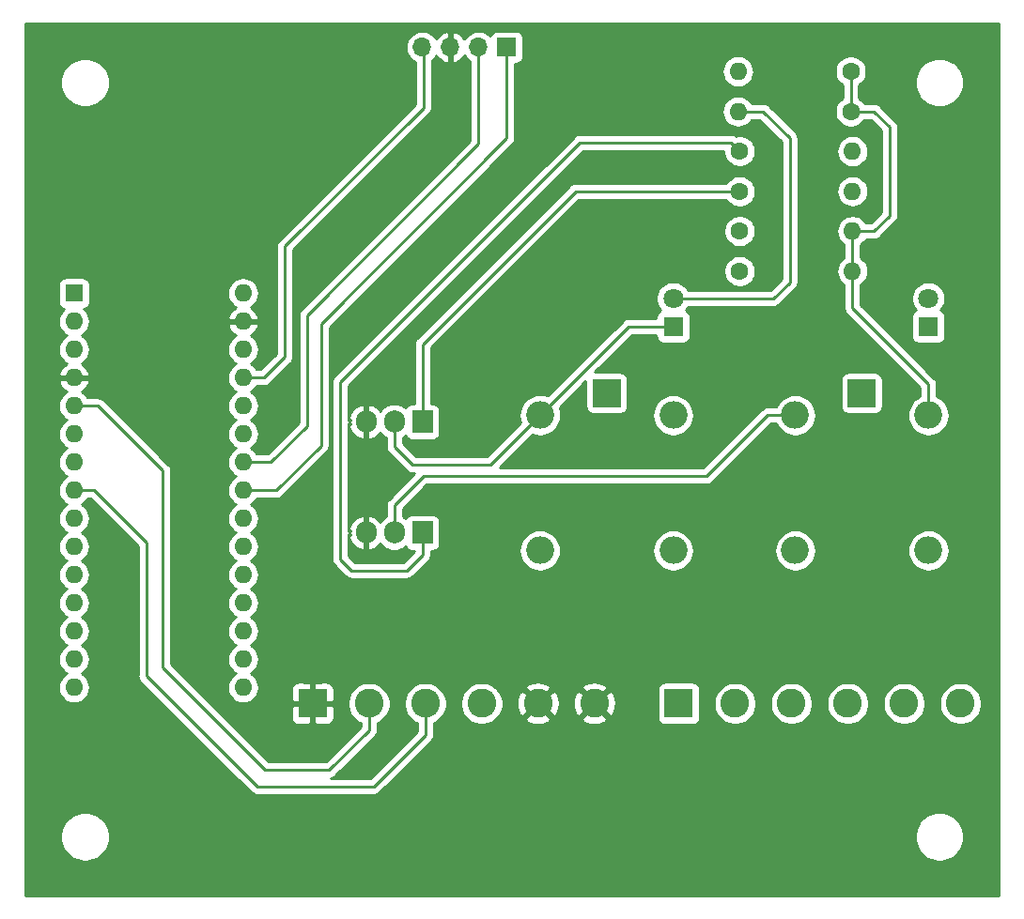
<source format=gbl>
G04 #@! TF.GenerationSoftware,KiCad,Pcbnew,5.1.4*
G04 #@! TF.CreationDate,2019-11-04T19:33:23+01:00*
G04 #@! TF.ProjectId,fan-controller,66616e2d-636f-46e7-9472-6f6c6c65722e,1.0*
G04 #@! TF.SameCoordinates,Original*
G04 #@! TF.FileFunction,Copper,L2,Bot*
G04 #@! TF.FilePolarity,Positive*
%FSLAX46Y46*%
G04 Gerber Fmt 4.6, Leading zero omitted, Abs format (unit mm)*
G04 Created by KiCad (PCBNEW 5.1.4) date 2019-11-04 19:33:23*
%MOMM*%
%LPD*%
G04 APERTURE LIST*
%ADD10R,2.500000X2.500000*%
%ADD11O,2.500000X2.500000*%
%ADD12R,2.600000X2.600000*%
%ADD13C,2.600000*%
%ADD14R,1.600000X1.600000*%
%ADD15O,1.600000X1.600000*%
%ADD16R,1.800000X1.800000*%
%ADD17C,1.800000*%
%ADD18C,1.600000*%
%ADD19R,1.700000X1.700000*%
%ADD20O,1.700000X1.700000*%
%ADD21O,1.905000X2.000000*%
%ADD22R,1.905000X2.000000*%
%ADD23C,0.250000*%
%ADD24C,0.254000*%
G04 APERTURE END LIST*
D10*
X143000000Y-97000000D03*
D11*
X137000000Y-99000000D03*
X137000000Y-111200000D03*
X149000000Y-111200000D03*
X149000000Y-99000000D03*
D12*
X149500000Y-125000000D03*
D13*
X154580000Y-125000000D03*
X159660000Y-125000000D03*
X164740000Y-125000000D03*
X169820000Y-125000000D03*
X174900000Y-125000000D03*
D14*
X95000000Y-88000000D03*
D15*
X110240000Y-121020000D03*
X95000000Y-90540000D03*
X110240000Y-118480000D03*
X95000000Y-93080000D03*
X110240000Y-115940000D03*
X95000000Y-95620000D03*
X110240000Y-113400000D03*
X95000000Y-98160000D03*
X110240000Y-110860000D03*
X95000000Y-100700000D03*
X110240000Y-108320000D03*
X95000000Y-103240000D03*
X110240000Y-105780000D03*
X95000000Y-105780000D03*
X110240000Y-103240000D03*
X95000000Y-108320000D03*
X110240000Y-100700000D03*
X95000000Y-110860000D03*
X110240000Y-98160000D03*
X95000000Y-113400000D03*
X110240000Y-95620000D03*
X95000000Y-115940000D03*
X110240000Y-93080000D03*
X95000000Y-118480000D03*
X110240000Y-90540000D03*
X95000000Y-121020000D03*
X110240000Y-88000000D03*
X95000000Y-123560000D03*
X110240000Y-123560000D03*
D16*
X149000000Y-91000000D03*
D17*
X149000000Y-88460000D03*
D13*
X141900000Y-125000000D03*
X136820000Y-125000000D03*
X131740000Y-125000000D03*
X126660000Y-125000000D03*
X121580000Y-125000000D03*
D12*
X116500000Y-125000000D03*
D15*
X165160000Y-86000000D03*
D18*
X155000000Y-86000000D03*
X155000000Y-82400000D03*
D15*
X165160000Y-82400000D03*
D18*
X165000000Y-71600000D03*
D15*
X154840000Y-71600000D03*
D19*
X134000000Y-65800000D03*
D20*
X131460000Y-65800000D03*
X128920000Y-65800000D03*
X126380000Y-65800000D03*
D16*
X172000000Y-91000000D03*
D17*
X172000000Y-88460000D03*
D10*
X166000000Y-97000000D03*
D11*
X160000000Y-99000000D03*
X160000000Y-111200000D03*
X172000000Y-111200000D03*
X172000000Y-99000000D03*
D21*
X121320000Y-109600000D03*
X123860000Y-109600000D03*
D22*
X126400000Y-109600000D03*
X126400000Y-99600000D03*
D21*
X123860000Y-99600000D03*
X121320000Y-99600000D03*
D15*
X154840000Y-68000000D03*
D18*
X165000000Y-68000000D03*
X155000000Y-75200000D03*
D15*
X165160000Y-75200000D03*
D18*
X155000000Y-78800000D03*
D15*
X165160000Y-78800000D03*
D23*
X97160000Y-98160000D02*
X95000000Y-98160000D01*
X118000000Y-131000000D02*
X112250000Y-131000000D01*
X112250000Y-131000000D02*
X103000000Y-121750000D01*
X121580000Y-127420000D02*
X118000000Y-131000000D01*
X103000000Y-121750000D02*
X103000000Y-104000000D01*
X121580000Y-125000000D02*
X121580000Y-127420000D01*
X103000000Y-104000000D02*
X97160000Y-98160000D01*
X134000000Y-74000000D02*
X134000000Y-65800000D01*
X117250000Y-90750000D02*
X134000000Y-74000000D01*
X117250000Y-101750000D02*
X117250000Y-90750000D01*
X110240000Y-105780000D02*
X113220000Y-105780000D01*
X113220000Y-105780000D02*
X117250000Y-101750000D01*
X126660000Y-127840000D02*
X126660000Y-125000000D01*
X96780000Y-105780000D02*
X101500000Y-110500000D01*
X95000000Y-105780000D02*
X96780000Y-105780000D01*
X101500000Y-110500000D02*
X101500000Y-122500000D01*
X101500000Y-122500000D02*
X111500000Y-132500000D01*
X111500000Y-132500000D02*
X122000000Y-132500000D01*
X122000000Y-132500000D02*
X126660000Y-127840000D01*
X131460000Y-74540000D02*
X131460000Y-65800000D01*
X116000000Y-90000000D02*
X131460000Y-74540000D01*
X116000000Y-100000000D02*
X116000000Y-90000000D01*
X110240000Y-103240000D02*
X112760000Y-103240000D01*
X112760000Y-103240000D02*
X116000000Y-100000000D01*
X165160000Y-87131370D02*
X165160000Y-86000000D01*
X165160000Y-89360000D02*
X165160000Y-87131370D01*
X172000000Y-99000000D02*
X172000000Y-96200000D01*
X172000000Y-96200000D02*
X165160000Y-89360000D01*
X165000000Y-68000000D02*
X165000000Y-71600000D01*
X165160000Y-82400000D02*
X165160000Y-86000000D01*
X167100000Y-82400000D02*
X165160000Y-82400000D01*
X168500000Y-81000000D02*
X167100000Y-82400000D01*
X168500000Y-73000000D02*
X168500000Y-81000000D01*
X165000000Y-71600000D02*
X167100000Y-71600000D01*
X167100000Y-71600000D02*
X168500000Y-73000000D01*
X126500000Y-65920000D02*
X126380000Y-65800000D01*
X126500000Y-71250000D02*
X126500000Y-65920000D01*
X114000000Y-83750000D02*
X126500000Y-71250000D01*
X114000000Y-93750000D02*
X114000000Y-83750000D01*
X110240000Y-95620000D02*
X112130000Y-95620000D01*
X112130000Y-95620000D02*
X114000000Y-93750000D01*
X154840000Y-71600000D02*
X157100000Y-71600000D01*
X157100000Y-71600000D02*
X159500000Y-74000000D01*
X159500000Y-74000000D02*
X159500000Y-87000000D01*
X158040000Y-88460000D02*
X149000000Y-88460000D01*
X159500000Y-87000000D02*
X158040000Y-88460000D01*
X157500000Y-99000000D02*
X160000000Y-99000000D01*
X152000000Y-104500000D02*
X157500000Y-99000000D01*
X126500000Y-104500000D02*
X152000000Y-104500000D01*
X123860000Y-109600000D02*
X123860000Y-107140000D01*
X123860000Y-107140000D02*
X126500000Y-104500000D01*
X123860000Y-99600000D02*
X123860000Y-101860000D01*
X123860000Y-101860000D02*
X125500000Y-103500000D01*
X125500000Y-103500000D02*
X132500000Y-103500000D01*
X132500000Y-103500000D02*
X137000000Y-99000000D01*
X145000000Y-91000000D02*
X149000000Y-91000000D01*
X137000000Y-99000000D02*
X145000000Y-91000000D01*
X126400000Y-111600000D02*
X126400000Y-109600000D01*
X154200001Y-74400001D02*
X140599999Y-74400001D01*
X155000000Y-75200000D02*
X154200001Y-74400001D01*
X140599999Y-74400001D02*
X119000000Y-96000000D01*
X119000000Y-96000000D02*
X119000000Y-112000000D01*
X119000000Y-112000000D02*
X120000000Y-113000000D01*
X125000000Y-113000000D02*
X126400000Y-111600000D01*
X120000000Y-113000000D02*
X125000000Y-113000000D01*
X155000000Y-78800000D02*
X140200000Y-78800000D01*
X126400000Y-92600000D02*
X126400000Y-99600000D01*
X140200000Y-78800000D02*
X126400000Y-92600000D01*
D24*
G36*
X178340001Y-142340000D02*
G01*
X90660000Y-142340000D01*
X90660000Y-136779872D01*
X93765000Y-136779872D01*
X93765000Y-137220128D01*
X93850890Y-137651925D01*
X94019369Y-138058669D01*
X94263962Y-138424729D01*
X94575271Y-138736038D01*
X94941331Y-138980631D01*
X95348075Y-139149110D01*
X95779872Y-139235000D01*
X96220128Y-139235000D01*
X96651925Y-139149110D01*
X97058669Y-138980631D01*
X97424729Y-138736038D01*
X97736038Y-138424729D01*
X97980631Y-138058669D01*
X98149110Y-137651925D01*
X98235000Y-137220128D01*
X98235000Y-136779872D01*
X170765000Y-136779872D01*
X170765000Y-137220128D01*
X170850890Y-137651925D01*
X171019369Y-138058669D01*
X171263962Y-138424729D01*
X171575271Y-138736038D01*
X171941331Y-138980631D01*
X172348075Y-139149110D01*
X172779872Y-139235000D01*
X173220128Y-139235000D01*
X173651925Y-139149110D01*
X174058669Y-138980631D01*
X174424729Y-138736038D01*
X174736038Y-138424729D01*
X174980631Y-138058669D01*
X175149110Y-137651925D01*
X175235000Y-137220128D01*
X175235000Y-136779872D01*
X175149110Y-136348075D01*
X174980631Y-135941331D01*
X174736038Y-135575271D01*
X174424729Y-135263962D01*
X174058669Y-135019369D01*
X173651925Y-134850890D01*
X173220128Y-134765000D01*
X172779872Y-134765000D01*
X172348075Y-134850890D01*
X171941331Y-135019369D01*
X171575271Y-135263962D01*
X171263962Y-135575271D01*
X171019369Y-135941331D01*
X170850890Y-136348075D01*
X170765000Y-136779872D01*
X98235000Y-136779872D01*
X98149110Y-136348075D01*
X97980631Y-135941331D01*
X97736038Y-135575271D01*
X97424729Y-135263962D01*
X97058669Y-135019369D01*
X96651925Y-134850890D01*
X96220128Y-134765000D01*
X95779872Y-134765000D01*
X95348075Y-134850890D01*
X94941331Y-135019369D01*
X94575271Y-135263962D01*
X94263962Y-135575271D01*
X94019369Y-135941331D01*
X93850890Y-136348075D01*
X93765000Y-136779872D01*
X90660000Y-136779872D01*
X90660000Y-98160000D01*
X93558057Y-98160000D01*
X93585764Y-98441309D01*
X93667818Y-98711808D01*
X93801068Y-98961101D01*
X93980392Y-99179608D01*
X94198899Y-99358932D01*
X94331858Y-99430000D01*
X94198899Y-99501068D01*
X93980392Y-99680392D01*
X93801068Y-99898899D01*
X93667818Y-100148192D01*
X93585764Y-100418691D01*
X93558057Y-100700000D01*
X93585764Y-100981309D01*
X93667818Y-101251808D01*
X93801068Y-101501101D01*
X93980392Y-101719608D01*
X94198899Y-101898932D01*
X94331858Y-101970000D01*
X94198899Y-102041068D01*
X93980392Y-102220392D01*
X93801068Y-102438899D01*
X93667818Y-102688192D01*
X93585764Y-102958691D01*
X93558057Y-103240000D01*
X93585764Y-103521309D01*
X93667818Y-103791808D01*
X93801068Y-104041101D01*
X93980392Y-104259608D01*
X94198899Y-104438932D01*
X94331858Y-104510000D01*
X94198899Y-104581068D01*
X93980392Y-104760392D01*
X93801068Y-104978899D01*
X93667818Y-105228192D01*
X93585764Y-105498691D01*
X93558057Y-105780000D01*
X93585764Y-106061309D01*
X93667818Y-106331808D01*
X93801068Y-106581101D01*
X93980392Y-106799608D01*
X94198899Y-106978932D01*
X94331858Y-107050000D01*
X94198899Y-107121068D01*
X93980392Y-107300392D01*
X93801068Y-107518899D01*
X93667818Y-107768192D01*
X93585764Y-108038691D01*
X93558057Y-108320000D01*
X93585764Y-108601309D01*
X93667818Y-108871808D01*
X93801068Y-109121101D01*
X93980392Y-109339608D01*
X94198899Y-109518932D01*
X94331858Y-109590000D01*
X94198899Y-109661068D01*
X93980392Y-109840392D01*
X93801068Y-110058899D01*
X93667818Y-110308192D01*
X93585764Y-110578691D01*
X93558057Y-110860000D01*
X93585764Y-111141309D01*
X93667818Y-111411808D01*
X93801068Y-111661101D01*
X93980392Y-111879608D01*
X94198899Y-112058932D01*
X94331858Y-112130000D01*
X94198899Y-112201068D01*
X93980392Y-112380392D01*
X93801068Y-112598899D01*
X93667818Y-112848192D01*
X93585764Y-113118691D01*
X93558057Y-113400000D01*
X93585764Y-113681309D01*
X93667818Y-113951808D01*
X93801068Y-114201101D01*
X93980392Y-114419608D01*
X94198899Y-114598932D01*
X94331858Y-114670000D01*
X94198899Y-114741068D01*
X93980392Y-114920392D01*
X93801068Y-115138899D01*
X93667818Y-115388192D01*
X93585764Y-115658691D01*
X93558057Y-115940000D01*
X93585764Y-116221309D01*
X93667818Y-116491808D01*
X93801068Y-116741101D01*
X93980392Y-116959608D01*
X94198899Y-117138932D01*
X94331858Y-117210000D01*
X94198899Y-117281068D01*
X93980392Y-117460392D01*
X93801068Y-117678899D01*
X93667818Y-117928192D01*
X93585764Y-118198691D01*
X93558057Y-118480000D01*
X93585764Y-118761309D01*
X93667818Y-119031808D01*
X93801068Y-119281101D01*
X93980392Y-119499608D01*
X94198899Y-119678932D01*
X94331858Y-119750000D01*
X94198899Y-119821068D01*
X93980392Y-120000392D01*
X93801068Y-120218899D01*
X93667818Y-120468192D01*
X93585764Y-120738691D01*
X93558057Y-121020000D01*
X93585764Y-121301309D01*
X93667818Y-121571808D01*
X93801068Y-121821101D01*
X93980392Y-122039608D01*
X94198899Y-122218932D01*
X94331858Y-122290000D01*
X94198899Y-122361068D01*
X93980392Y-122540392D01*
X93801068Y-122758899D01*
X93667818Y-123008192D01*
X93585764Y-123278691D01*
X93558057Y-123560000D01*
X93585764Y-123841309D01*
X93667818Y-124111808D01*
X93801068Y-124361101D01*
X93980392Y-124579608D01*
X94198899Y-124758932D01*
X94448192Y-124892182D01*
X94718691Y-124974236D01*
X94929508Y-124995000D01*
X95070492Y-124995000D01*
X95281309Y-124974236D01*
X95551808Y-124892182D01*
X95801101Y-124758932D01*
X96019608Y-124579608D01*
X96198932Y-124361101D01*
X96332182Y-124111808D01*
X96414236Y-123841309D01*
X96441943Y-123560000D01*
X96414236Y-123278691D01*
X96332182Y-123008192D01*
X96198932Y-122758899D01*
X96019608Y-122540392D01*
X95801101Y-122361068D01*
X95668142Y-122290000D01*
X95801101Y-122218932D01*
X96019608Y-122039608D01*
X96198932Y-121821101D01*
X96332182Y-121571808D01*
X96414236Y-121301309D01*
X96441943Y-121020000D01*
X96414236Y-120738691D01*
X96332182Y-120468192D01*
X96198932Y-120218899D01*
X96019608Y-120000392D01*
X95801101Y-119821068D01*
X95668142Y-119750000D01*
X95801101Y-119678932D01*
X96019608Y-119499608D01*
X96198932Y-119281101D01*
X96332182Y-119031808D01*
X96414236Y-118761309D01*
X96441943Y-118480000D01*
X96414236Y-118198691D01*
X96332182Y-117928192D01*
X96198932Y-117678899D01*
X96019608Y-117460392D01*
X95801101Y-117281068D01*
X95668142Y-117210000D01*
X95801101Y-117138932D01*
X96019608Y-116959608D01*
X96198932Y-116741101D01*
X96332182Y-116491808D01*
X96414236Y-116221309D01*
X96441943Y-115940000D01*
X96414236Y-115658691D01*
X96332182Y-115388192D01*
X96198932Y-115138899D01*
X96019608Y-114920392D01*
X95801101Y-114741068D01*
X95668142Y-114670000D01*
X95801101Y-114598932D01*
X96019608Y-114419608D01*
X96198932Y-114201101D01*
X96332182Y-113951808D01*
X96414236Y-113681309D01*
X96441943Y-113400000D01*
X96414236Y-113118691D01*
X96332182Y-112848192D01*
X96198932Y-112598899D01*
X96019608Y-112380392D01*
X95801101Y-112201068D01*
X95668142Y-112130000D01*
X95801101Y-112058932D01*
X96019608Y-111879608D01*
X96198932Y-111661101D01*
X96332182Y-111411808D01*
X96414236Y-111141309D01*
X96441943Y-110860000D01*
X96414236Y-110578691D01*
X96332182Y-110308192D01*
X96198932Y-110058899D01*
X96019608Y-109840392D01*
X95801101Y-109661068D01*
X95668142Y-109590000D01*
X95801101Y-109518932D01*
X96019608Y-109339608D01*
X96198932Y-109121101D01*
X96332182Y-108871808D01*
X96414236Y-108601309D01*
X96441943Y-108320000D01*
X96414236Y-108038691D01*
X96332182Y-107768192D01*
X96198932Y-107518899D01*
X96019608Y-107300392D01*
X95801101Y-107121068D01*
X95668142Y-107050000D01*
X95801101Y-106978932D01*
X96019608Y-106799608D01*
X96198932Y-106581101D01*
X96220901Y-106540000D01*
X96465199Y-106540000D01*
X100740000Y-110814802D01*
X100740001Y-122462668D01*
X100736324Y-122500000D01*
X100750998Y-122648985D01*
X100794454Y-122792246D01*
X100865026Y-122924276D01*
X100933895Y-123008192D01*
X100960000Y-123040001D01*
X100988998Y-123063799D01*
X110936201Y-133011003D01*
X110959999Y-133040001D01*
X110988997Y-133063799D01*
X111075724Y-133134974D01*
X111207753Y-133205546D01*
X111351014Y-133249003D01*
X111500000Y-133263677D01*
X111537333Y-133260000D01*
X121962678Y-133260000D01*
X122000000Y-133263676D01*
X122037322Y-133260000D01*
X122037333Y-133260000D01*
X122148986Y-133249003D01*
X122292247Y-133205546D01*
X122424276Y-133134974D01*
X122540001Y-133040001D01*
X122563804Y-133010997D01*
X127171004Y-128403798D01*
X127200001Y-128380001D01*
X127294974Y-128264276D01*
X127365546Y-128132247D01*
X127409003Y-127988986D01*
X127420000Y-127877333D01*
X127420000Y-127877324D01*
X127423676Y-127840001D01*
X127420000Y-127802678D01*
X127420000Y-126779627D01*
X127576566Y-126714775D01*
X127893491Y-126503013D01*
X128163013Y-126233491D01*
X128374775Y-125916566D01*
X128520639Y-125564419D01*
X128595000Y-125190581D01*
X128595000Y-124809419D01*
X129805000Y-124809419D01*
X129805000Y-125190581D01*
X129879361Y-125564419D01*
X130025225Y-125916566D01*
X130236987Y-126233491D01*
X130506509Y-126503013D01*
X130823434Y-126714775D01*
X131175581Y-126860639D01*
X131549419Y-126935000D01*
X131930581Y-126935000D01*
X132304419Y-126860639D01*
X132656566Y-126714775D01*
X132973491Y-126503013D01*
X133127280Y-126349224D01*
X135650381Y-126349224D01*
X135782317Y-126644312D01*
X136123045Y-126815159D01*
X136490557Y-126916250D01*
X136870729Y-126943701D01*
X137248951Y-126896457D01*
X137610690Y-126776333D01*
X137857683Y-126644312D01*
X137989619Y-126349224D01*
X140730381Y-126349224D01*
X140862317Y-126644312D01*
X141203045Y-126815159D01*
X141570557Y-126916250D01*
X141950729Y-126943701D01*
X142328951Y-126896457D01*
X142690690Y-126776333D01*
X142937683Y-126644312D01*
X143069619Y-126349224D01*
X141900000Y-125179605D01*
X140730381Y-126349224D01*
X137989619Y-126349224D01*
X136820000Y-125179605D01*
X135650381Y-126349224D01*
X133127280Y-126349224D01*
X133243013Y-126233491D01*
X133454775Y-125916566D01*
X133600639Y-125564419D01*
X133675000Y-125190581D01*
X133675000Y-125050729D01*
X134876299Y-125050729D01*
X134923543Y-125428951D01*
X135043667Y-125790690D01*
X135175688Y-126037683D01*
X135470776Y-126169619D01*
X136640395Y-125000000D01*
X136999605Y-125000000D01*
X138169224Y-126169619D01*
X138464312Y-126037683D01*
X138635159Y-125696955D01*
X138736250Y-125329443D01*
X138756375Y-125050729D01*
X139956299Y-125050729D01*
X140003543Y-125428951D01*
X140123667Y-125790690D01*
X140255688Y-126037683D01*
X140550776Y-126169619D01*
X141720395Y-125000000D01*
X142079605Y-125000000D01*
X143249224Y-126169619D01*
X143544312Y-126037683D01*
X143715159Y-125696955D01*
X143816250Y-125329443D01*
X143843701Y-124949271D01*
X143796457Y-124571049D01*
X143676333Y-124209310D01*
X143544312Y-123962317D01*
X143249224Y-123830381D01*
X142079605Y-125000000D01*
X141720395Y-125000000D01*
X140550776Y-123830381D01*
X140255688Y-123962317D01*
X140084841Y-124303045D01*
X139983750Y-124670557D01*
X139956299Y-125050729D01*
X138756375Y-125050729D01*
X138763701Y-124949271D01*
X138716457Y-124571049D01*
X138596333Y-124209310D01*
X138464312Y-123962317D01*
X138169224Y-123830381D01*
X136999605Y-125000000D01*
X136640395Y-125000000D01*
X135470776Y-123830381D01*
X135175688Y-123962317D01*
X135004841Y-124303045D01*
X134903750Y-124670557D01*
X134876299Y-125050729D01*
X133675000Y-125050729D01*
X133675000Y-124809419D01*
X133600639Y-124435581D01*
X133454775Y-124083434D01*
X133243013Y-123766509D01*
X133127280Y-123650776D01*
X135650381Y-123650776D01*
X136820000Y-124820395D01*
X137989619Y-123650776D01*
X140730381Y-123650776D01*
X141900000Y-124820395D01*
X143020395Y-123700000D01*
X147561928Y-123700000D01*
X147561928Y-126300000D01*
X147574188Y-126424482D01*
X147610498Y-126544180D01*
X147669463Y-126654494D01*
X147748815Y-126751185D01*
X147845506Y-126830537D01*
X147955820Y-126889502D01*
X148075518Y-126925812D01*
X148200000Y-126938072D01*
X150800000Y-126938072D01*
X150924482Y-126925812D01*
X151044180Y-126889502D01*
X151154494Y-126830537D01*
X151251185Y-126751185D01*
X151330537Y-126654494D01*
X151389502Y-126544180D01*
X151425812Y-126424482D01*
X151438072Y-126300000D01*
X151438072Y-124809419D01*
X152645000Y-124809419D01*
X152645000Y-125190581D01*
X152719361Y-125564419D01*
X152865225Y-125916566D01*
X153076987Y-126233491D01*
X153346509Y-126503013D01*
X153663434Y-126714775D01*
X154015581Y-126860639D01*
X154389419Y-126935000D01*
X154770581Y-126935000D01*
X155144419Y-126860639D01*
X155496566Y-126714775D01*
X155813491Y-126503013D01*
X156083013Y-126233491D01*
X156294775Y-125916566D01*
X156440639Y-125564419D01*
X156515000Y-125190581D01*
X156515000Y-124809419D01*
X157725000Y-124809419D01*
X157725000Y-125190581D01*
X157799361Y-125564419D01*
X157945225Y-125916566D01*
X158156987Y-126233491D01*
X158426509Y-126503013D01*
X158743434Y-126714775D01*
X159095581Y-126860639D01*
X159469419Y-126935000D01*
X159850581Y-126935000D01*
X160224419Y-126860639D01*
X160576566Y-126714775D01*
X160893491Y-126503013D01*
X161163013Y-126233491D01*
X161374775Y-125916566D01*
X161520639Y-125564419D01*
X161595000Y-125190581D01*
X161595000Y-124809419D01*
X162805000Y-124809419D01*
X162805000Y-125190581D01*
X162879361Y-125564419D01*
X163025225Y-125916566D01*
X163236987Y-126233491D01*
X163506509Y-126503013D01*
X163823434Y-126714775D01*
X164175581Y-126860639D01*
X164549419Y-126935000D01*
X164930581Y-126935000D01*
X165304419Y-126860639D01*
X165656566Y-126714775D01*
X165973491Y-126503013D01*
X166243013Y-126233491D01*
X166454775Y-125916566D01*
X166600639Y-125564419D01*
X166675000Y-125190581D01*
X166675000Y-124809419D01*
X167885000Y-124809419D01*
X167885000Y-125190581D01*
X167959361Y-125564419D01*
X168105225Y-125916566D01*
X168316987Y-126233491D01*
X168586509Y-126503013D01*
X168903434Y-126714775D01*
X169255581Y-126860639D01*
X169629419Y-126935000D01*
X170010581Y-126935000D01*
X170384419Y-126860639D01*
X170736566Y-126714775D01*
X171053491Y-126503013D01*
X171323013Y-126233491D01*
X171534775Y-125916566D01*
X171680639Y-125564419D01*
X171755000Y-125190581D01*
X171755000Y-124809419D01*
X172965000Y-124809419D01*
X172965000Y-125190581D01*
X173039361Y-125564419D01*
X173185225Y-125916566D01*
X173396987Y-126233491D01*
X173666509Y-126503013D01*
X173983434Y-126714775D01*
X174335581Y-126860639D01*
X174709419Y-126935000D01*
X175090581Y-126935000D01*
X175464419Y-126860639D01*
X175816566Y-126714775D01*
X176133491Y-126503013D01*
X176403013Y-126233491D01*
X176614775Y-125916566D01*
X176760639Y-125564419D01*
X176835000Y-125190581D01*
X176835000Y-124809419D01*
X176760639Y-124435581D01*
X176614775Y-124083434D01*
X176403013Y-123766509D01*
X176133491Y-123496987D01*
X175816566Y-123285225D01*
X175464419Y-123139361D01*
X175090581Y-123065000D01*
X174709419Y-123065000D01*
X174335581Y-123139361D01*
X173983434Y-123285225D01*
X173666509Y-123496987D01*
X173396987Y-123766509D01*
X173185225Y-124083434D01*
X173039361Y-124435581D01*
X172965000Y-124809419D01*
X171755000Y-124809419D01*
X171680639Y-124435581D01*
X171534775Y-124083434D01*
X171323013Y-123766509D01*
X171053491Y-123496987D01*
X170736566Y-123285225D01*
X170384419Y-123139361D01*
X170010581Y-123065000D01*
X169629419Y-123065000D01*
X169255581Y-123139361D01*
X168903434Y-123285225D01*
X168586509Y-123496987D01*
X168316987Y-123766509D01*
X168105225Y-124083434D01*
X167959361Y-124435581D01*
X167885000Y-124809419D01*
X166675000Y-124809419D01*
X166600639Y-124435581D01*
X166454775Y-124083434D01*
X166243013Y-123766509D01*
X165973491Y-123496987D01*
X165656566Y-123285225D01*
X165304419Y-123139361D01*
X164930581Y-123065000D01*
X164549419Y-123065000D01*
X164175581Y-123139361D01*
X163823434Y-123285225D01*
X163506509Y-123496987D01*
X163236987Y-123766509D01*
X163025225Y-124083434D01*
X162879361Y-124435581D01*
X162805000Y-124809419D01*
X161595000Y-124809419D01*
X161520639Y-124435581D01*
X161374775Y-124083434D01*
X161163013Y-123766509D01*
X160893491Y-123496987D01*
X160576566Y-123285225D01*
X160224419Y-123139361D01*
X159850581Y-123065000D01*
X159469419Y-123065000D01*
X159095581Y-123139361D01*
X158743434Y-123285225D01*
X158426509Y-123496987D01*
X158156987Y-123766509D01*
X157945225Y-124083434D01*
X157799361Y-124435581D01*
X157725000Y-124809419D01*
X156515000Y-124809419D01*
X156440639Y-124435581D01*
X156294775Y-124083434D01*
X156083013Y-123766509D01*
X155813491Y-123496987D01*
X155496566Y-123285225D01*
X155144419Y-123139361D01*
X154770581Y-123065000D01*
X154389419Y-123065000D01*
X154015581Y-123139361D01*
X153663434Y-123285225D01*
X153346509Y-123496987D01*
X153076987Y-123766509D01*
X152865225Y-124083434D01*
X152719361Y-124435581D01*
X152645000Y-124809419D01*
X151438072Y-124809419D01*
X151438072Y-123700000D01*
X151425812Y-123575518D01*
X151389502Y-123455820D01*
X151330537Y-123345506D01*
X151251185Y-123248815D01*
X151154494Y-123169463D01*
X151044180Y-123110498D01*
X150924482Y-123074188D01*
X150800000Y-123061928D01*
X148200000Y-123061928D01*
X148075518Y-123074188D01*
X147955820Y-123110498D01*
X147845506Y-123169463D01*
X147748815Y-123248815D01*
X147669463Y-123345506D01*
X147610498Y-123455820D01*
X147574188Y-123575518D01*
X147561928Y-123700000D01*
X143020395Y-123700000D01*
X143069619Y-123650776D01*
X142937683Y-123355688D01*
X142596955Y-123184841D01*
X142229443Y-123083750D01*
X141849271Y-123056299D01*
X141471049Y-123103543D01*
X141109310Y-123223667D01*
X140862317Y-123355688D01*
X140730381Y-123650776D01*
X137989619Y-123650776D01*
X137857683Y-123355688D01*
X137516955Y-123184841D01*
X137149443Y-123083750D01*
X136769271Y-123056299D01*
X136391049Y-123103543D01*
X136029310Y-123223667D01*
X135782317Y-123355688D01*
X135650381Y-123650776D01*
X133127280Y-123650776D01*
X132973491Y-123496987D01*
X132656566Y-123285225D01*
X132304419Y-123139361D01*
X131930581Y-123065000D01*
X131549419Y-123065000D01*
X131175581Y-123139361D01*
X130823434Y-123285225D01*
X130506509Y-123496987D01*
X130236987Y-123766509D01*
X130025225Y-124083434D01*
X129879361Y-124435581D01*
X129805000Y-124809419D01*
X128595000Y-124809419D01*
X128520639Y-124435581D01*
X128374775Y-124083434D01*
X128163013Y-123766509D01*
X127893491Y-123496987D01*
X127576566Y-123285225D01*
X127224419Y-123139361D01*
X126850581Y-123065000D01*
X126469419Y-123065000D01*
X126095581Y-123139361D01*
X125743434Y-123285225D01*
X125426509Y-123496987D01*
X125156987Y-123766509D01*
X124945225Y-124083434D01*
X124799361Y-124435581D01*
X124725000Y-124809419D01*
X124725000Y-125190581D01*
X124799361Y-125564419D01*
X124945225Y-125916566D01*
X125156987Y-126233491D01*
X125426509Y-126503013D01*
X125743434Y-126714775D01*
X125900000Y-126779627D01*
X125900000Y-127525198D01*
X121685199Y-131740000D01*
X118178665Y-131740000D01*
X118292247Y-131705546D01*
X118424276Y-131634974D01*
X118540001Y-131540001D01*
X118563804Y-131510997D01*
X122091003Y-127983799D01*
X122120001Y-127960001D01*
X122214974Y-127844276D01*
X122285546Y-127712247D01*
X122329003Y-127568986D01*
X122340000Y-127457333D01*
X122343677Y-127420000D01*
X122340000Y-127382667D01*
X122340000Y-126779627D01*
X122496566Y-126714775D01*
X122813491Y-126503013D01*
X123083013Y-126233491D01*
X123294775Y-125916566D01*
X123440639Y-125564419D01*
X123515000Y-125190581D01*
X123515000Y-124809419D01*
X123440639Y-124435581D01*
X123294775Y-124083434D01*
X123083013Y-123766509D01*
X122813491Y-123496987D01*
X122496566Y-123285225D01*
X122144419Y-123139361D01*
X121770581Y-123065000D01*
X121389419Y-123065000D01*
X121015581Y-123139361D01*
X120663434Y-123285225D01*
X120346509Y-123496987D01*
X120076987Y-123766509D01*
X119865225Y-124083434D01*
X119719361Y-124435581D01*
X119645000Y-124809419D01*
X119645000Y-125190581D01*
X119719361Y-125564419D01*
X119865225Y-125916566D01*
X120076987Y-126233491D01*
X120346509Y-126503013D01*
X120663434Y-126714775D01*
X120820001Y-126779627D01*
X120820001Y-127105197D01*
X117685199Y-130240000D01*
X112564803Y-130240000D01*
X108624803Y-126300000D01*
X114561928Y-126300000D01*
X114574188Y-126424482D01*
X114610498Y-126544180D01*
X114669463Y-126654494D01*
X114748815Y-126751185D01*
X114845506Y-126830537D01*
X114955820Y-126889502D01*
X115075518Y-126925812D01*
X115200000Y-126938072D01*
X116214250Y-126935000D01*
X116373000Y-126776250D01*
X116373000Y-125127000D01*
X116627000Y-125127000D01*
X116627000Y-126776250D01*
X116785750Y-126935000D01*
X117800000Y-126938072D01*
X117924482Y-126925812D01*
X118044180Y-126889502D01*
X118154494Y-126830537D01*
X118251185Y-126751185D01*
X118330537Y-126654494D01*
X118389502Y-126544180D01*
X118425812Y-126424482D01*
X118438072Y-126300000D01*
X118435000Y-125285750D01*
X118276250Y-125127000D01*
X116627000Y-125127000D01*
X116373000Y-125127000D01*
X114723750Y-125127000D01*
X114565000Y-125285750D01*
X114561928Y-126300000D01*
X108624803Y-126300000D01*
X103760000Y-121435199D01*
X103760000Y-104037322D01*
X103763676Y-103999999D01*
X103760000Y-103962676D01*
X103760000Y-103962667D01*
X103749003Y-103851014D01*
X103705546Y-103707753D01*
X103634974Y-103575724D01*
X103540001Y-103459999D01*
X103511003Y-103436201D01*
X97723804Y-97649003D01*
X97700001Y-97619999D01*
X97584276Y-97525026D01*
X97452247Y-97454454D01*
X97308986Y-97410997D01*
X97197333Y-97400000D01*
X97197322Y-97400000D01*
X97160000Y-97396324D01*
X97122678Y-97400000D01*
X96220901Y-97400000D01*
X96198932Y-97358899D01*
X96019608Y-97140392D01*
X95801101Y-96961068D01*
X95663318Y-96887421D01*
X95855131Y-96772385D01*
X96063519Y-96583414D01*
X96231037Y-96357420D01*
X96351246Y-96103087D01*
X96391904Y-95969039D01*
X96269915Y-95747000D01*
X95127000Y-95747000D01*
X95127000Y-95767000D01*
X94873000Y-95767000D01*
X94873000Y-95747000D01*
X93730085Y-95747000D01*
X93608096Y-95969039D01*
X93648754Y-96103087D01*
X93768963Y-96357420D01*
X93936481Y-96583414D01*
X94144869Y-96772385D01*
X94336682Y-96887421D01*
X94198899Y-96961068D01*
X93980392Y-97140392D01*
X93801068Y-97358899D01*
X93667818Y-97608192D01*
X93585764Y-97878691D01*
X93558057Y-98160000D01*
X90660000Y-98160000D01*
X90660000Y-90540000D01*
X93558057Y-90540000D01*
X93585764Y-90821309D01*
X93667818Y-91091808D01*
X93801068Y-91341101D01*
X93980392Y-91559608D01*
X94198899Y-91738932D01*
X94331858Y-91810000D01*
X94198899Y-91881068D01*
X93980392Y-92060392D01*
X93801068Y-92278899D01*
X93667818Y-92528192D01*
X93585764Y-92798691D01*
X93558057Y-93080000D01*
X93585764Y-93361309D01*
X93667818Y-93631808D01*
X93801068Y-93881101D01*
X93980392Y-94099608D01*
X94198899Y-94278932D01*
X94336682Y-94352579D01*
X94144869Y-94467615D01*
X93936481Y-94656586D01*
X93768963Y-94882580D01*
X93648754Y-95136913D01*
X93608096Y-95270961D01*
X93730085Y-95493000D01*
X94873000Y-95493000D01*
X94873000Y-95473000D01*
X95127000Y-95473000D01*
X95127000Y-95493000D01*
X96269915Y-95493000D01*
X96391904Y-95270961D01*
X96351246Y-95136913D01*
X96231037Y-94882580D01*
X96063519Y-94656586D01*
X95855131Y-94467615D01*
X95663318Y-94352579D01*
X95801101Y-94278932D01*
X96019608Y-94099608D01*
X96198932Y-93881101D01*
X96332182Y-93631808D01*
X96414236Y-93361309D01*
X96441943Y-93080000D01*
X108798057Y-93080000D01*
X108825764Y-93361309D01*
X108907818Y-93631808D01*
X109041068Y-93881101D01*
X109220392Y-94099608D01*
X109438899Y-94278932D01*
X109571858Y-94350000D01*
X109438899Y-94421068D01*
X109220392Y-94600392D01*
X109041068Y-94818899D01*
X108907818Y-95068192D01*
X108825764Y-95338691D01*
X108798057Y-95620000D01*
X108825764Y-95901309D01*
X108907818Y-96171808D01*
X109041068Y-96421101D01*
X109220392Y-96639608D01*
X109438899Y-96818932D01*
X109571858Y-96890000D01*
X109438899Y-96961068D01*
X109220392Y-97140392D01*
X109041068Y-97358899D01*
X108907818Y-97608192D01*
X108825764Y-97878691D01*
X108798057Y-98160000D01*
X108825764Y-98441309D01*
X108907818Y-98711808D01*
X109041068Y-98961101D01*
X109220392Y-99179608D01*
X109438899Y-99358932D01*
X109571858Y-99430000D01*
X109438899Y-99501068D01*
X109220392Y-99680392D01*
X109041068Y-99898899D01*
X108907818Y-100148192D01*
X108825764Y-100418691D01*
X108798057Y-100700000D01*
X108825764Y-100981309D01*
X108907818Y-101251808D01*
X109041068Y-101501101D01*
X109220392Y-101719608D01*
X109438899Y-101898932D01*
X109571858Y-101970000D01*
X109438899Y-102041068D01*
X109220392Y-102220392D01*
X109041068Y-102438899D01*
X108907818Y-102688192D01*
X108825764Y-102958691D01*
X108798057Y-103240000D01*
X108825764Y-103521309D01*
X108907818Y-103791808D01*
X109041068Y-104041101D01*
X109220392Y-104259608D01*
X109438899Y-104438932D01*
X109571858Y-104510000D01*
X109438899Y-104581068D01*
X109220392Y-104760392D01*
X109041068Y-104978899D01*
X108907818Y-105228192D01*
X108825764Y-105498691D01*
X108798057Y-105780000D01*
X108825764Y-106061309D01*
X108907818Y-106331808D01*
X109041068Y-106581101D01*
X109220392Y-106799608D01*
X109438899Y-106978932D01*
X109571858Y-107050000D01*
X109438899Y-107121068D01*
X109220392Y-107300392D01*
X109041068Y-107518899D01*
X108907818Y-107768192D01*
X108825764Y-108038691D01*
X108798057Y-108320000D01*
X108825764Y-108601309D01*
X108907818Y-108871808D01*
X109041068Y-109121101D01*
X109220392Y-109339608D01*
X109438899Y-109518932D01*
X109571858Y-109590000D01*
X109438899Y-109661068D01*
X109220392Y-109840392D01*
X109041068Y-110058899D01*
X108907818Y-110308192D01*
X108825764Y-110578691D01*
X108798057Y-110860000D01*
X108825764Y-111141309D01*
X108907818Y-111411808D01*
X109041068Y-111661101D01*
X109220392Y-111879608D01*
X109438899Y-112058932D01*
X109571858Y-112130000D01*
X109438899Y-112201068D01*
X109220392Y-112380392D01*
X109041068Y-112598899D01*
X108907818Y-112848192D01*
X108825764Y-113118691D01*
X108798057Y-113400000D01*
X108825764Y-113681309D01*
X108907818Y-113951808D01*
X109041068Y-114201101D01*
X109220392Y-114419608D01*
X109438899Y-114598932D01*
X109571858Y-114670000D01*
X109438899Y-114741068D01*
X109220392Y-114920392D01*
X109041068Y-115138899D01*
X108907818Y-115388192D01*
X108825764Y-115658691D01*
X108798057Y-115940000D01*
X108825764Y-116221309D01*
X108907818Y-116491808D01*
X109041068Y-116741101D01*
X109220392Y-116959608D01*
X109438899Y-117138932D01*
X109571858Y-117210000D01*
X109438899Y-117281068D01*
X109220392Y-117460392D01*
X109041068Y-117678899D01*
X108907818Y-117928192D01*
X108825764Y-118198691D01*
X108798057Y-118480000D01*
X108825764Y-118761309D01*
X108907818Y-119031808D01*
X109041068Y-119281101D01*
X109220392Y-119499608D01*
X109438899Y-119678932D01*
X109571858Y-119750000D01*
X109438899Y-119821068D01*
X109220392Y-120000392D01*
X109041068Y-120218899D01*
X108907818Y-120468192D01*
X108825764Y-120738691D01*
X108798057Y-121020000D01*
X108825764Y-121301309D01*
X108907818Y-121571808D01*
X109041068Y-121821101D01*
X109220392Y-122039608D01*
X109438899Y-122218932D01*
X109571858Y-122290000D01*
X109438899Y-122361068D01*
X109220392Y-122540392D01*
X109041068Y-122758899D01*
X108907818Y-123008192D01*
X108825764Y-123278691D01*
X108798057Y-123560000D01*
X108825764Y-123841309D01*
X108907818Y-124111808D01*
X109041068Y-124361101D01*
X109220392Y-124579608D01*
X109438899Y-124758932D01*
X109688192Y-124892182D01*
X109958691Y-124974236D01*
X110169508Y-124995000D01*
X110310492Y-124995000D01*
X110521309Y-124974236D01*
X110791808Y-124892182D01*
X111041101Y-124758932D01*
X111259608Y-124579608D01*
X111438932Y-124361101D01*
X111572182Y-124111808D01*
X111654236Y-123841309D01*
X111668153Y-123700000D01*
X114561928Y-123700000D01*
X114565000Y-124714250D01*
X114723750Y-124873000D01*
X116373000Y-124873000D01*
X116373000Y-123223750D01*
X116627000Y-123223750D01*
X116627000Y-124873000D01*
X118276250Y-124873000D01*
X118435000Y-124714250D01*
X118438072Y-123700000D01*
X118425812Y-123575518D01*
X118389502Y-123455820D01*
X118330537Y-123345506D01*
X118251185Y-123248815D01*
X118154494Y-123169463D01*
X118044180Y-123110498D01*
X117924482Y-123074188D01*
X117800000Y-123061928D01*
X116785750Y-123065000D01*
X116627000Y-123223750D01*
X116373000Y-123223750D01*
X116214250Y-123065000D01*
X115200000Y-123061928D01*
X115075518Y-123074188D01*
X114955820Y-123110498D01*
X114845506Y-123169463D01*
X114748815Y-123248815D01*
X114669463Y-123345506D01*
X114610498Y-123455820D01*
X114574188Y-123575518D01*
X114561928Y-123700000D01*
X111668153Y-123700000D01*
X111681943Y-123560000D01*
X111654236Y-123278691D01*
X111572182Y-123008192D01*
X111438932Y-122758899D01*
X111259608Y-122540392D01*
X111041101Y-122361068D01*
X110908142Y-122290000D01*
X111041101Y-122218932D01*
X111259608Y-122039608D01*
X111438932Y-121821101D01*
X111572182Y-121571808D01*
X111654236Y-121301309D01*
X111681943Y-121020000D01*
X111654236Y-120738691D01*
X111572182Y-120468192D01*
X111438932Y-120218899D01*
X111259608Y-120000392D01*
X111041101Y-119821068D01*
X110908142Y-119750000D01*
X111041101Y-119678932D01*
X111259608Y-119499608D01*
X111438932Y-119281101D01*
X111572182Y-119031808D01*
X111654236Y-118761309D01*
X111681943Y-118480000D01*
X111654236Y-118198691D01*
X111572182Y-117928192D01*
X111438932Y-117678899D01*
X111259608Y-117460392D01*
X111041101Y-117281068D01*
X110908142Y-117210000D01*
X111041101Y-117138932D01*
X111259608Y-116959608D01*
X111438932Y-116741101D01*
X111572182Y-116491808D01*
X111654236Y-116221309D01*
X111681943Y-115940000D01*
X111654236Y-115658691D01*
X111572182Y-115388192D01*
X111438932Y-115138899D01*
X111259608Y-114920392D01*
X111041101Y-114741068D01*
X110908142Y-114670000D01*
X111041101Y-114598932D01*
X111259608Y-114419608D01*
X111438932Y-114201101D01*
X111572182Y-113951808D01*
X111654236Y-113681309D01*
X111681943Y-113400000D01*
X111654236Y-113118691D01*
X111572182Y-112848192D01*
X111438932Y-112598899D01*
X111259608Y-112380392D01*
X111041101Y-112201068D01*
X110908142Y-112130000D01*
X111041101Y-112058932D01*
X111259608Y-111879608D01*
X111438932Y-111661101D01*
X111572182Y-111411808D01*
X111654236Y-111141309D01*
X111681943Y-110860000D01*
X111654236Y-110578691D01*
X111572182Y-110308192D01*
X111438932Y-110058899D01*
X111259608Y-109840392D01*
X111041101Y-109661068D01*
X110908142Y-109590000D01*
X111041101Y-109518932D01*
X111259608Y-109339608D01*
X111438932Y-109121101D01*
X111572182Y-108871808D01*
X111654236Y-108601309D01*
X111681943Y-108320000D01*
X111654236Y-108038691D01*
X111572182Y-107768192D01*
X111438932Y-107518899D01*
X111259608Y-107300392D01*
X111041101Y-107121068D01*
X110908142Y-107050000D01*
X111041101Y-106978932D01*
X111259608Y-106799608D01*
X111438932Y-106581101D01*
X111460901Y-106540000D01*
X113182678Y-106540000D01*
X113220000Y-106543676D01*
X113257322Y-106540000D01*
X113257333Y-106540000D01*
X113368986Y-106529003D01*
X113512247Y-106485546D01*
X113644276Y-106414974D01*
X113760001Y-106320001D01*
X113783804Y-106290997D01*
X117761004Y-102313798D01*
X117790001Y-102290001D01*
X117884974Y-102174276D01*
X117955546Y-102042247D01*
X117999003Y-101898986D01*
X118010000Y-101787333D01*
X118010000Y-101787325D01*
X118013676Y-101750000D01*
X118010000Y-101712675D01*
X118010000Y-96000000D01*
X118236324Y-96000000D01*
X118240000Y-96037322D01*
X118240001Y-111962667D01*
X118236324Y-112000000D01*
X118250998Y-112148985D01*
X118294454Y-112292246D01*
X118365026Y-112424276D01*
X118418142Y-112488997D01*
X118460000Y-112540001D01*
X118488998Y-112563799D01*
X119436201Y-113511003D01*
X119459999Y-113540001D01*
X119488997Y-113563799D01*
X119575724Y-113634974D01*
X119707753Y-113705546D01*
X119851014Y-113749003D01*
X120000000Y-113763677D01*
X120037333Y-113760000D01*
X124962678Y-113760000D01*
X125000000Y-113763676D01*
X125037322Y-113760000D01*
X125037333Y-113760000D01*
X125148986Y-113749003D01*
X125292247Y-113705546D01*
X125424276Y-113634974D01*
X125540001Y-113540001D01*
X125563804Y-113510997D01*
X126911004Y-112163798D01*
X126940001Y-112140001D01*
X127006533Y-112058932D01*
X127034974Y-112024277D01*
X127105546Y-111892247D01*
X127118053Y-111851015D01*
X127149003Y-111748986D01*
X127160000Y-111637333D01*
X127160000Y-111637323D01*
X127163676Y-111600000D01*
X127160000Y-111562678D01*
X127160000Y-111238072D01*
X127352500Y-111238072D01*
X127476982Y-111225812D01*
X127562072Y-111200000D01*
X135105880Y-111200000D01*
X135142275Y-111569524D01*
X135250061Y-111924848D01*
X135425097Y-112252317D01*
X135660655Y-112539345D01*
X135947683Y-112774903D01*
X136275152Y-112949939D01*
X136630476Y-113057725D01*
X136907403Y-113085000D01*
X137092597Y-113085000D01*
X137369524Y-113057725D01*
X137724848Y-112949939D01*
X138052317Y-112774903D01*
X138339345Y-112539345D01*
X138574903Y-112252317D01*
X138749939Y-111924848D01*
X138857725Y-111569524D01*
X138894120Y-111200000D01*
X147105880Y-111200000D01*
X147142275Y-111569524D01*
X147250061Y-111924848D01*
X147425097Y-112252317D01*
X147660655Y-112539345D01*
X147947683Y-112774903D01*
X148275152Y-112949939D01*
X148630476Y-113057725D01*
X148907403Y-113085000D01*
X149092597Y-113085000D01*
X149369524Y-113057725D01*
X149724848Y-112949939D01*
X150052317Y-112774903D01*
X150339345Y-112539345D01*
X150574903Y-112252317D01*
X150749939Y-111924848D01*
X150857725Y-111569524D01*
X150894120Y-111200000D01*
X158105880Y-111200000D01*
X158142275Y-111569524D01*
X158250061Y-111924848D01*
X158425097Y-112252317D01*
X158660655Y-112539345D01*
X158947683Y-112774903D01*
X159275152Y-112949939D01*
X159630476Y-113057725D01*
X159907403Y-113085000D01*
X160092597Y-113085000D01*
X160369524Y-113057725D01*
X160724848Y-112949939D01*
X161052317Y-112774903D01*
X161339345Y-112539345D01*
X161574903Y-112252317D01*
X161749939Y-111924848D01*
X161857725Y-111569524D01*
X161894120Y-111200000D01*
X170105880Y-111200000D01*
X170142275Y-111569524D01*
X170250061Y-111924848D01*
X170425097Y-112252317D01*
X170660655Y-112539345D01*
X170947683Y-112774903D01*
X171275152Y-112949939D01*
X171630476Y-113057725D01*
X171907403Y-113085000D01*
X172092597Y-113085000D01*
X172369524Y-113057725D01*
X172724848Y-112949939D01*
X173052317Y-112774903D01*
X173339345Y-112539345D01*
X173574903Y-112252317D01*
X173749939Y-111924848D01*
X173857725Y-111569524D01*
X173894120Y-111200000D01*
X173857725Y-110830476D01*
X173749939Y-110475152D01*
X173574903Y-110147683D01*
X173339345Y-109860655D01*
X173052317Y-109625097D01*
X172724848Y-109450061D01*
X172369524Y-109342275D01*
X172092597Y-109315000D01*
X171907403Y-109315000D01*
X171630476Y-109342275D01*
X171275152Y-109450061D01*
X170947683Y-109625097D01*
X170660655Y-109860655D01*
X170425097Y-110147683D01*
X170250061Y-110475152D01*
X170142275Y-110830476D01*
X170105880Y-111200000D01*
X161894120Y-111200000D01*
X161857725Y-110830476D01*
X161749939Y-110475152D01*
X161574903Y-110147683D01*
X161339345Y-109860655D01*
X161052317Y-109625097D01*
X160724848Y-109450061D01*
X160369524Y-109342275D01*
X160092597Y-109315000D01*
X159907403Y-109315000D01*
X159630476Y-109342275D01*
X159275152Y-109450061D01*
X158947683Y-109625097D01*
X158660655Y-109860655D01*
X158425097Y-110147683D01*
X158250061Y-110475152D01*
X158142275Y-110830476D01*
X158105880Y-111200000D01*
X150894120Y-111200000D01*
X150857725Y-110830476D01*
X150749939Y-110475152D01*
X150574903Y-110147683D01*
X150339345Y-109860655D01*
X150052317Y-109625097D01*
X149724848Y-109450061D01*
X149369524Y-109342275D01*
X149092597Y-109315000D01*
X148907403Y-109315000D01*
X148630476Y-109342275D01*
X148275152Y-109450061D01*
X147947683Y-109625097D01*
X147660655Y-109860655D01*
X147425097Y-110147683D01*
X147250061Y-110475152D01*
X147142275Y-110830476D01*
X147105880Y-111200000D01*
X138894120Y-111200000D01*
X138857725Y-110830476D01*
X138749939Y-110475152D01*
X138574903Y-110147683D01*
X138339345Y-109860655D01*
X138052317Y-109625097D01*
X137724848Y-109450061D01*
X137369524Y-109342275D01*
X137092597Y-109315000D01*
X136907403Y-109315000D01*
X136630476Y-109342275D01*
X136275152Y-109450061D01*
X135947683Y-109625097D01*
X135660655Y-109860655D01*
X135425097Y-110147683D01*
X135250061Y-110475152D01*
X135142275Y-110830476D01*
X135105880Y-111200000D01*
X127562072Y-111200000D01*
X127596680Y-111189502D01*
X127706994Y-111130537D01*
X127803685Y-111051185D01*
X127883037Y-110954494D01*
X127942002Y-110844180D01*
X127978312Y-110724482D01*
X127990572Y-110600000D01*
X127990572Y-108600000D01*
X127978312Y-108475518D01*
X127942002Y-108355820D01*
X127883037Y-108245506D01*
X127803685Y-108148815D01*
X127706994Y-108069463D01*
X127596680Y-108010498D01*
X127476982Y-107974188D01*
X127352500Y-107961928D01*
X125447500Y-107961928D01*
X125323018Y-107974188D01*
X125203320Y-108010498D01*
X125093006Y-108069463D01*
X124996315Y-108148815D01*
X124916963Y-108245506D01*
X124872095Y-108329446D01*
X124746235Y-108226155D01*
X124620000Y-108158681D01*
X124620000Y-107454801D01*
X126814802Y-105260000D01*
X151962678Y-105260000D01*
X152000000Y-105263676D01*
X152037322Y-105260000D01*
X152037333Y-105260000D01*
X152148986Y-105249003D01*
X152292247Y-105205546D01*
X152424276Y-105134974D01*
X152540001Y-105040001D01*
X152563804Y-105010997D01*
X157814802Y-99760000D01*
X158268850Y-99760000D01*
X158425097Y-100052317D01*
X158660655Y-100339345D01*
X158947683Y-100574903D01*
X159275152Y-100749939D01*
X159630476Y-100857725D01*
X159907403Y-100885000D01*
X160092597Y-100885000D01*
X160369524Y-100857725D01*
X160724848Y-100749939D01*
X161052317Y-100574903D01*
X161339345Y-100339345D01*
X161574903Y-100052317D01*
X161749939Y-99724848D01*
X161857725Y-99369524D01*
X161894120Y-99000000D01*
X161857725Y-98630476D01*
X161749939Y-98275152D01*
X161574903Y-97947683D01*
X161339345Y-97660655D01*
X161052317Y-97425097D01*
X160724848Y-97250061D01*
X160369524Y-97142275D01*
X160092597Y-97115000D01*
X159907403Y-97115000D01*
X159630476Y-97142275D01*
X159275152Y-97250061D01*
X158947683Y-97425097D01*
X158660655Y-97660655D01*
X158425097Y-97947683D01*
X158268850Y-98240000D01*
X157537333Y-98240000D01*
X157500000Y-98236323D01*
X157462667Y-98240000D01*
X157351014Y-98250997D01*
X157207753Y-98294454D01*
X157075724Y-98365026D01*
X156959999Y-98459999D01*
X156936201Y-98488997D01*
X151685199Y-103740000D01*
X133334801Y-103740000D01*
X136313293Y-100761509D01*
X136630476Y-100857725D01*
X136907403Y-100885000D01*
X137092597Y-100885000D01*
X137369524Y-100857725D01*
X137724848Y-100749939D01*
X138052317Y-100574903D01*
X138339345Y-100339345D01*
X138574903Y-100052317D01*
X138749939Y-99724848D01*
X138857725Y-99369524D01*
X138894120Y-99000000D01*
X147105880Y-99000000D01*
X147142275Y-99369524D01*
X147250061Y-99724848D01*
X147425097Y-100052317D01*
X147660655Y-100339345D01*
X147947683Y-100574903D01*
X148275152Y-100749939D01*
X148630476Y-100857725D01*
X148907403Y-100885000D01*
X149092597Y-100885000D01*
X149369524Y-100857725D01*
X149724848Y-100749939D01*
X150052317Y-100574903D01*
X150339345Y-100339345D01*
X150574903Y-100052317D01*
X150749939Y-99724848D01*
X150857725Y-99369524D01*
X150894120Y-99000000D01*
X150857725Y-98630476D01*
X150749939Y-98275152D01*
X150574903Y-97947683D01*
X150339345Y-97660655D01*
X150052317Y-97425097D01*
X149724848Y-97250061D01*
X149369524Y-97142275D01*
X149092597Y-97115000D01*
X148907403Y-97115000D01*
X148630476Y-97142275D01*
X148275152Y-97250061D01*
X147947683Y-97425097D01*
X147660655Y-97660655D01*
X147425097Y-97947683D01*
X147250061Y-98275152D01*
X147142275Y-98630476D01*
X147105880Y-99000000D01*
X138894120Y-99000000D01*
X138857725Y-98630476D01*
X138761509Y-98313293D01*
X141111928Y-95962874D01*
X141111928Y-98250000D01*
X141124188Y-98374482D01*
X141160498Y-98494180D01*
X141219463Y-98604494D01*
X141298815Y-98701185D01*
X141395506Y-98780537D01*
X141505820Y-98839502D01*
X141625518Y-98875812D01*
X141750000Y-98888072D01*
X144250000Y-98888072D01*
X144374482Y-98875812D01*
X144494180Y-98839502D01*
X144604494Y-98780537D01*
X144701185Y-98701185D01*
X144780537Y-98604494D01*
X144839502Y-98494180D01*
X144875812Y-98374482D01*
X144888072Y-98250000D01*
X144888072Y-95750000D01*
X164111928Y-95750000D01*
X164111928Y-98250000D01*
X164124188Y-98374482D01*
X164160498Y-98494180D01*
X164219463Y-98604494D01*
X164298815Y-98701185D01*
X164395506Y-98780537D01*
X164505820Y-98839502D01*
X164625518Y-98875812D01*
X164750000Y-98888072D01*
X167250000Y-98888072D01*
X167374482Y-98875812D01*
X167494180Y-98839502D01*
X167604494Y-98780537D01*
X167701185Y-98701185D01*
X167780537Y-98604494D01*
X167839502Y-98494180D01*
X167875812Y-98374482D01*
X167888072Y-98250000D01*
X167888072Y-95750000D01*
X167875812Y-95625518D01*
X167839502Y-95505820D01*
X167780537Y-95395506D01*
X167701185Y-95298815D01*
X167604494Y-95219463D01*
X167494180Y-95160498D01*
X167374482Y-95124188D01*
X167250000Y-95111928D01*
X164750000Y-95111928D01*
X164625518Y-95124188D01*
X164505820Y-95160498D01*
X164395506Y-95219463D01*
X164298815Y-95298815D01*
X164219463Y-95395506D01*
X164160498Y-95505820D01*
X164124188Y-95625518D01*
X164111928Y-95750000D01*
X144888072Y-95750000D01*
X144875812Y-95625518D01*
X144839502Y-95505820D01*
X144780537Y-95395506D01*
X144701185Y-95298815D01*
X144604494Y-95219463D01*
X144494180Y-95160498D01*
X144374482Y-95124188D01*
X144250000Y-95111928D01*
X141962874Y-95111928D01*
X145314803Y-91760000D01*
X147461928Y-91760000D01*
X147461928Y-91900000D01*
X147474188Y-92024482D01*
X147510498Y-92144180D01*
X147569463Y-92254494D01*
X147648815Y-92351185D01*
X147745506Y-92430537D01*
X147855820Y-92489502D01*
X147975518Y-92525812D01*
X148100000Y-92538072D01*
X149900000Y-92538072D01*
X150024482Y-92525812D01*
X150144180Y-92489502D01*
X150254494Y-92430537D01*
X150351185Y-92351185D01*
X150430537Y-92254494D01*
X150489502Y-92144180D01*
X150525812Y-92024482D01*
X150538072Y-91900000D01*
X150538072Y-90100000D01*
X150525812Y-89975518D01*
X150489502Y-89855820D01*
X150430537Y-89745506D01*
X150351185Y-89648815D01*
X150254494Y-89569463D01*
X150144180Y-89510498D01*
X150125873Y-89504944D01*
X150192312Y-89438505D01*
X150338313Y-89220000D01*
X158002678Y-89220000D01*
X158040000Y-89223676D01*
X158077322Y-89220000D01*
X158077333Y-89220000D01*
X158188986Y-89209003D01*
X158332247Y-89165546D01*
X158464276Y-89094974D01*
X158580001Y-89000001D01*
X158603804Y-88970997D01*
X160011003Y-87563799D01*
X160040001Y-87540001D01*
X160134974Y-87424276D01*
X160205546Y-87292247D01*
X160249003Y-87148986D01*
X160260000Y-87037333D01*
X160260000Y-87037323D01*
X160263676Y-87000000D01*
X160260000Y-86962677D01*
X160260000Y-78800000D01*
X163718057Y-78800000D01*
X163745764Y-79081309D01*
X163827818Y-79351808D01*
X163961068Y-79601101D01*
X164140392Y-79819608D01*
X164358899Y-79998932D01*
X164608192Y-80132182D01*
X164878691Y-80214236D01*
X165089508Y-80235000D01*
X165230492Y-80235000D01*
X165441309Y-80214236D01*
X165711808Y-80132182D01*
X165961101Y-79998932D01*
X166179608Y-79819608D01*
X166358932Y-79601101D01*
X166492182Y-79351808D01*
X166574236Y-79081309D01*
X166601943Y-78800000D01*
X166574236Y-78518691D01*
X166492182Y-78248192D01*
X166358932Y-77998899D01*
X166179608Y-77780392D01*
X165961101Y-77601068D01*
X165711808Y-77467818D01*
X165441309Y-77385764D01*
X165230492Y-77365000D01*
X165089508Y-77365000D01*
X164878691Y-77385764D01*
X164608192Y-77467818D01*
X164358899Y-77601068D01*
X164140392Y-77780392D01*
X163961068Y-77998899D01*
X163827818Y-78248192D01*
X163745764Y-78518691D01*
X163718057Y-78800000D01*
X160260000Y-78800000D01*
X160260000Y-75200000D01*
X163718057Y-75200000D01*
X163745764Y-75481309D01*
X163827818Y-75751808D01*
X163961068Y-76001101D01*
X164140392Y-76219608D01*
X164358899Y-76398932D01*
X164608192Y-76532182D01*
X164878691Y-76614236D01*
X165089508Y-76635000D01*
X165230492Y-76635000D01*
X165441309Y-76614236D01*
X165711808Y-76532182D01*
X165961101Y-76398932D01*
X166179608Y-76219608D01*
X166358932Y-76001101D01*
X166492182Y-75751808D01*
X166574236Y-75481309D01*
X166601943Y-75200000D01*
X166574236Y-74918691D01*
X166492182Y-74648192D01*
X166358932Y-74398899D01*
X166179608Y-74180392D01*
X165961101Y-74001068D01*
X165711808Y-73867818D01*
X165441309Y-73785764D01*
X165230492Y-73765000D01*
X165089508Y-73765000D01*
X164878691Y-73785764D01*
X164608192Y-73867818D01*
X164358899Y-74001068D01*
X164140392Y-74180392D01*
X163961068Y-74398899D01*
X163827818Y-74648192D01*
X163745764Y-74918691D01*
X163718057Y-75200000D01*
X160260000Y-75200000D01*
X160260000Y-74037332D01*
X160263677Y-74000000D01*
X160249003Y-73851014D01*
X160205546Y-73707753D01*
X160134974Y-73575724D01*
X160063799Y-73488997D01*
X160040001Y-73459999D01*
X160011003Y-73436201D01*
X157663804Y-71089003D01*
X157640001Y-71059999D01*
X157524276Y-70965026D01*
X157392247Y-70894454D01*
X157248986Y-70850997D01*
X157137333Y-70840000D01*
X157137322Y-70840000D01*
X157100000Y-70836324D01*
X157062678Y-70840000D01*
X156060901Y-70840000D01*
X156038932Y-70798899D01*
X155859608Y-70580392D01*
X155641101Y-70401068D01*
X155391808Y-70267818D01*
X155121309Y-70185764D01*
X154910492Y-70165000D01*
X154769508Y-70165000D01*
X154558691Y-70185764D01*
X154288192Y-70267818D01*
X154038899Y-70401068D01*
X153820392Y-70580392D01*
X153641068Y-70798899D01*
X153507818Y-71048192D01*
X153425764Y-71318691D01*
X153398057Y-71600000D01*
X153425764Y-71881309D01*
X153507818Y-72151808D01*
X153641068Y-72401101D01*
X153820392Y-72619608D01*
X154038899Y-72798932D01*
X154288192Y-72932182D01*
X154558691Y-73014236D01*
X154769508Y-73035000D01*
X154910492Y-73035000D01*
X155121309Y-73014236D01*
X155391808Y-72932182D01*
X155641101Y-72798932D01*
X155859608Y-72619608D01*
X156038932Y-72401101D01*
X156060901Y-72360000D01*
X156785199Y-72360000D01*
X158740000Y-74314802D01*
X158740001Y-86685197D01*
X157725199Y-87700000D01*
X150338313Y-87700000D01*
X150192312Y-87481495D01*
X149978505Y-87267688D01*
X149727095Y-87099701D01*
X149447743Y-86983989D01*
X149151184Y-86925000D01*
X148848816Y-86925000D01*
X148552257Y-86983989D01*
X148272905Y-87099701D01*
X148021495Y-87267688D01*
X147807688Y-87481495D01*
X147639701Y-87732905D01*
X147523989Y-88012257D01*
X147465000Y-88308816D01*
X147465000Y-88611184D01*
X147523989Y-88907743D01*
X147639701Y-89187095D01*
X147807688Y-89438505D01*
X147874127Y-89504944D01*
X147855820Y-89510498D01*
X147745506Y-89569463D01*
X147648815Y-89648815D01*
X147569463Y-89745506D01*
X147510498Y-89855820D01*
X147474188Y-89975518D01*
X147461928Y-90100000D01*
X147461928Y-90240000D01*
X145037322Y-90240000D01*
X144999999Y-90236324D01*
X144962676Y-90240000D01*
X144962667Y-90240000D01*
X144851014Y-90250997D01*
X144707753Y-90294454D01*
X144575724Y-90365026D01*
X144575722Y-90365027D01*
X144575723Y-90365027D01*
X144488996Y-90436201D01*
X144488992Y-90436205D01*
X144459999Y-90459999D01*
X144436205Y-90488992D01*
X137686707Y-97238491D01*
X137369524Y-97142275D01*
X137092597Y-97115000D01*
X136907403Y-97115000D01*
X136630476Y-97142275D01*
X136275152Y-97250061D01*
X135947683Y-97425097D01*
X135660655Y-97660655D01*
X135425097Y-97947683D01*
X135250061Y-98275152D01*
X135142275Y-98630476D01*
X135105880Y-99000000D01*
X135142275Y-99369524D01*
X135238491Y-99686707D01*
X132185199Y-102740000D01*
X125814802Y-102740000D01*
X124620000Y-101545199D01*
X124620000Y-101041318D01*
X124746234Y-100973845D01*
X124872095Y-100870553D01*
X124916963Y-100954494D01*
X124996315Y-101051185D01*
X125093006Y-101130537D01*
X125203320Y-101189502D01*
X125323018Y-101225812D01*
X125447500Y-101238072D01*
X127352500Y-101238072D01*
X127476982Y-101225812D01*
X127596680Y-101189502D01*
X127706994Y-101130537D01*
X127803685Y-101051185D01*
X127883037Y-100954494D01*
X127942002Y-100844180D01*
X127978312Y-100724482D01*
X127990572Y-100600000D01*
X127990572Y-98600000D01*
X127978312Y-98475518D01*
X127942002Y-98355820D01*
X127883037Y-98245506D01*
X127803685Y-98148815D01*
X127706994Y-98069463D01*
X127596680Y-98010498D01*
X127476982Y-97974188D01*
X127352500Y-97961928D01*
X127160000Y-97961928D01*
X127160000Y-92914801D01*
X134216136Y-85858665D01*
X153565000Y-85858665D01*
X153565000Y-86141335D01*
X153620147Y-86418574D01*
X153728320Y-86679727D01*
X153885363Y-86914759D01*
X154085241Y-87114637D01*
X154320273Y-87271680D01*
X154581426Y-87379853D01*
X154858665Y-87435000D01*
X155141335Y-87435000D01*
X155418574Y-87379853D01*
X155679727Y-87271680D01*
X155914759Y-87114637D01*
X156114637Y-86914759D01*
X156271680Y-86679727D01*
X156379853Y-86418574D01*
X156435000Y-86141335D01*
X156435000Y-85858665D01*
X156379853Y-85581426D01*
X156271680Y-85320273D01*
X156114637Y-85085241D01*
X155914759Y-84885363D01*
X155679727Y-84728320D01*
X155418574Y-84620147D01*
X155141335Y-84565000D01*
X154858665Y-84565000D01*
X154581426Y-84620147D01*
X154320273Y-84728320D01*
X154085241Y-84885363D01*
X153885363Y-85085241D01*
X153728320Y-85320273D01*
X153620147Y-85581426D01*
X153565000Y-85858665D01*
X134216136Y-85858665D01*
X137816136Y-82258665D01*
X153565000Y-82258665D01*
X153565000Y-82541335D01*
X153620147Y-82818574D01*
X153728320Y-83079727D01*
X153885363Y-83314759D01*
X154085241Y-83514637D01*
X154320273Y-83671680D01*
X154581426Y-83779853D01*
X154858665Y-83835000D01*
X155141335Y-83835000D01*
X155418574Y-83779853D01*
X155679727Y-83671680D01*
X155914759Y-83514637D01*
X156114637Y-83314759D01*
X156271680Y-83079727D01*
X156379853Y-82818574D01*
X156435000Y-82541335D01*
X156435000Y-82258665D01*
X156379853Y-81981426D01*
X156271680Y-81720273D01*
X156114637Y-81485241D01*
X155914759Y-81285363D01*
X155679727Y-81128320D01*
X155418574Y-81020147D01*
X155141335Y-80965000D01*
X154858665Y-80965000D01*
X154581426Y-81020147D01*
X154320273Y-81128320D01*
X154085241Y-81285363D01*
X153885363Y-81485241D01*
X153728320Y-81720273D01*
X153620147Y-81981426D01*
X153565000Y-82258665D01*
X137816136Y-82258665D01*
X140514802Y-79560000D01*
X153781957Y-79560000D01*
X153885363Y-79714759D01*
X154085241Y-79914637D01*
X154320273Y-80071680D01*
X154581426Y-80179853D01*
X154858665Y-80235000D01*
X155141335Y-80235000D01*
X155418574Y-80179853D01*
X155679727Y-80071680D01*
X155914759Y-79914637D01*
X156114637Y-79714759D01*
X156271680Y-79479727D01*
X156379853Y-79218574D01*
X156435000Y-78941335D01*
X156435000Y-78658665D01*
X156379853Y-78381426D01*
X156271680Y-78120273D01*
X156114637Y-77885241D01*
X155914759Y-77685363D01*
X155679727Y-77528320D01*
X155418574Y-77420147D01*
X155141335Y-77365000D01*
X154858665Y-77365000D01*
X154581426Y-77420147D01*
X154320273Y-77528320D01*
X154085241Y-77685363D01*
X153885363Y-77885241D01*
X153781957Y-78040000D01*
X140237322Y-78040000D01*
X140199999Y-78036324D01*
X140162676Y-78040000D01*
X140162667Y-78040000D01*
X140051014Y-78050997D01*
X139907753Y-78094454D01*
X139775724Y-78165026D01*
X139659999Y-78259999D01*
X139636201Y-78288997D01*
X125889003Y-92036196D01*
X125859999Y-92059999D01*
X125804871Y-92127174D01*
X125765026Y-92175724D01*
X125694455Y-92307753D01*
X125694454Y-92307754D01*
X125650997Y-92451015D01*
X125640000Y-92562668D01*
X125640000Y-92562678D01*
X125636324Y-92600000D01*
X125640000Y-92637323D01*
X125640001Y-97961928D01*
X125447500Y-97961928D01*
X125323018Y-97974188D01*
X125203320Y-98010498D01*
X125093006Y-98069463D01*
X124996315Y-98148815D01*
X124916963Y-98245506D01*
X124872095Y-98329446D01*
X124746235Y-98226155D01*
X124470449Y-98078745D01*
X124171204Y-97987970D01*
X123860000Y-97957319D01*
X123548797Y-97987970D01*
X123249552Y-98078745D01*
X122973766Y-98226155D01*
X122732037Y-98424537D01*
X122584837Y-98603899D01*
X122429437Y-98418685D01*
X122186923Y-98224031D01*
X121911094Y-98080429D01*
X121692980Y-98009437D01*
X121447000Y-98129406D01*
X121447000Y-99473000D01*
X121467000Y-99473000D01*
X121467000Y-99727000D01*
X121447000Y-99727000D01*
X121447000Y-101070594D01*
X121692980Y-101190563D01*
X121911094Y-101119571D01*
X122186923Y-100975969D01*
X122429437Y-100781315D01*
X122584838Y-100596100D01*
X122732037Y-100775463D01*
X122973765Y-100973845D01*
X123100001Y-101041319D01*
X123100001Y-101822668D01*
X123096324Y-101860000D01*
X123100001Y-101897333D01*
X123110998Y-102008986D01*
X123124180Y-102052442D01*
X123154454Y-102152246D01*
X123225026Y-102284276D01*
X123296201Y-102371002D01*
X123320000Y-102400001D01*
X123348998Y-102423799D01*
X124936201Y-104011003D01*
X124959999Y-104040001D01*
X125075724Y-104134974D01*
X125207753Y-104205546D01*
X125351014Y-104249003D01*
X125462667Y-104260000D01*
X125462676Y-104260000D01*
X125499999Y-104263676D01*
X125537322Y-104260000D01*
X125665198Y-104260000D01*
X123348998Y-106576201D01*
X123320000Y-106599999D01*
X123296202Y-106628997D01*
X123296201Y-106628998D01*
X123225026Y-106715724D01*
X123154454Y-106847754D01*
X123143156Y-106885000D01*
X123111968Y-106987818D01*
X123110998Y-106991015D01*
X123096324Y-107140000D01*
X123100001Y-107177332D01*
X123100001Y-108158682D01*
X122973766Y-108226155D01*
X122732037Y-108424537D01*
X122584837Y-108603899D01*
X122429437Y-108418685D01*
X122186923Y-108224031D01*
X121911094Y-108080429D01*
X121692980Y-108009437D01*
X121447000Y-108129406D01*
X121447000Y-109473000D01*
X121467000Y-109473000D01*
X121467000Y-109727000D01*
X121447000Y-109727000D01*
X121447000Y-111070594D01*
X121692980Y-111190563D01*
X121911094Y-111119571D01*
X122186923Y-110975969D01*
X122429437Y-110781315D01*
X122584838Y-110596100D01*
X122732037Y-110775463D01*
X122973765Y-110973845D01*
X123249551Y-111121255D01*
X123548796Y-111212030D01*
X123860000Y-111242681D01*
X124171203Y-111212030D01*
X124470448Y-111121255D01*
X124746234Y-110973845D01*
X124872095Y-110870553D01*
X124916963Y-110954494D01*
X124996315Y-111051185D01*
X125093006Y-111130537D01*
X125203320Y-111189502D01*
X125323018Y-111225812D01*
X125447500Y-111238072D01*
X125640000Y-111238072D01*
X125640000Y-111285198D01*
X124685199Y-112240000D01*
X120314802Y-112240000D01*
X119760000Y-111685199D01*
X119760000Y-109727002D01*
X119894429Y-109727002D01*
X119767622Y-109973863D01*
X119861121Y-110270446D01*
X120010684Y-110543089D01*
X120210563Y-110781315D01*
X120453077Y-110975969D01*
X120728906Y-111119571D01*
X120947020Y-111190563D01*
X121193000Y-111070594D01*
X121193000Y-109727000D01*
X121173000Y-109727000D01*
X121173000Y-109473000D01*
X121193000Y-109473000D01*
X121193000Y-108129406D01*
X120947020Y-108009437D01*
X120728906Y-108080429D01*
X120453077Y-108224031D01*
X120210563Y-108418685D01*
X120010684Y-108656911D01*
X119861121Y-108929554D01*
X119767622Y-109226137D01*
X119894429Y-109472998D01*
X119760000Y-109472998D01*
X119760000Y-99727002D01*
X119894429Y-99727002D01*
X119767622Y-99973863D01*
X119861121Y-100270446D01*
X120010684Y-100543089D01*
X120210563Y-100781315D01*
X120453077Y-100975969D01*
X120728906Y-101119571D01*
X120947020Y-101190563D01*
X121193000Y-101070594D01*
X121193000Y-99727000D01*
X121173000Y-99727000D01*
X121173000Y-99473000D01*
X121193000Y-99473000D01*
X121193000Y-98129406D01*
X120947020Y-98009437D01*
X120728906Y-98080429D01*
X120453077Y-98224031D01*
X120210563Y-98418685D01*
X120010684Y-98656911D01*
X119861121Y-98929554D01*
X119767622Y-99226137D01*
X119894429Y-99472998D01*
X119760000Y-99472998D01*
X119760000Y-96314801D01*
X140914801Y-75160001D01*
X153565000Y-75160001D01*
X153565000Y-75341335D01*
X153620147Y-75618574D01*
X153728320Y-75879727D01*
X153885363Y-76114759D01*
X154085241Y-76314637D01*
X154320273Y-76471680D01*
X154581426Y-76579853D01*
X154858665Y-76635000D01*
X155141335Y-76635000D01*
X155418574Y-76579853D01*
X155679727Y-76471680D01*
X155914759Y-76314637D01*
X156114637Y-76114759D01*
X156271680Y-75879727D01*
X156379853Y-75618574D01*
X156435000Y-75341335D01*
X156435000Y-75058665D01*
X156379853Y-74781426D01*
X156271680Y-74520273D01*
X156114637Y-74285241D01*
X155914759Y-74085363D01*
X155679727Y-73928320D01*
X155418574Y-73820147D01*
X155141335Y-73765000D01*
X154858665Y-73765000D01*
X154669978Y-73802533D01*
X154624277Y-73765027D01*
X154492248Y-73694455D01*
X154348987Y-73650998D01*
X154237334Y-73640001D01*
X154237323Y-73640001D01*
X154200001Y-73636325D01*
X154162679Y-73640001D01*
X140637332Y-73640001D01*
X140599999Y-73636324D01*
X140562666Y-73640001D01*
X140451013Y-73650998D01*
X140307752Y-73694455D01*
X140175723Y-73765027D01*
X140059998Y-73860000D01*
X140036200Y-73888998D01*
X118489003Y-95436196D01*
X118459999Y-95459999D01*
X118431723Y-95494454D01*
X118365026Y-95575724D01*
X118319980Y-95659999D01*
X118294454Y-95707754D01*
X118250997Y-95851015D01*
X118240000Y-95962668D01*
X118240000Y-95962678D01*
X118236324Y-96000000D01*
X118010000Y-96000000D01*
X118010000Y-91064801D01*
X134511004Y-74563798D01*
X134540001Y-74540001D01*
X134634974Y-74424276D01*
X134705546Y-74292247D01*
X134749003Y-74148986D01*
X134760000Y-74037333D01*
X134760000Y-74037324D01*
X134763676Y-74000001D01*
X134760000Y-73962678D01*
X134760000Y-68000000D01*
X153398057Y-68000000D01*
X153425764Y-68281309D01*
X153507818Y-68551808D01*
X153641068Y-68801101D01*
X153820392Y-69019608D01*
X154038899Y-69198932D01*
X154288192Y-69332182D01*
X154558691Y-69414236D01*
X154769508Y-69435000D01*
X154910492Y-69435000D01*
X155121309Y-69414236D01*
X155391808Y-69332182D01*
X155641101Y-69198932D01*
X155859608Y-69019608D01*
X156038932Y-68801101D01*
X156172182Y-68551808D01*
X156254236Y-68281309D01*
X156281943Y-68000000D01*
X156268023Y-67858665D01*
X163565000Y-67858665D01*
X163565000Y-68141335D01*
X163620147Y-68418574D01*
X163728320Y-68679727D01*
X163885363Y-68914759D01*
X164085241Y-69114637D01*
X164240000Y-69218044D01*
X164240001Y-70381956D01*
X164085241Y-70485363D01*
X163885363Y-70685241D01*
X163728320Y-70920273D01*
X163620147Y-71181426D01*
X163565000Y-71458665D01*
X163565000Y-71741335D01*
X163620147Y-72018574D01*
X163728320Y-72279727D01*
X163885363Y-72514759D01*
X164085241Y-72714637D01*
X164320273Y-72871680D01*
X164581426Y-72979853D01*
X164858665Y-73035000D01*
X165141335Y-73035000D01*
X165418574Y-72979853D01*
X165679727Y-72871680D01*
X165914759Y-72714637D01*
X166114637Y-72514759D01*
X166218043Y-72360000D01*
X166785199Y-72360000D01*
X167740000Y-73314802D01*
X167740001Y-80685197D01*
X166785199Y-81640000D01*
X166380901Y-81640000D01*
X166358932Y-81598899D01*
X166179608Y-81380392D01*
X165961101Y-81201068D01*
X165711808Y-81067818D01*
X165441309Y-80985764D01*
X165230492Y-80965000D01*
X165089508Y-80965000D01*
X164878691Y-80985764D01*
X164608192Y-81067818D01*
X164358899Y-81201068D01*
X164140392Y-81380392D01*
X163961068Y-81598899D01*
X163827818Y-81848192D01*
X163745764Y-82118691D01*
X163718057Y-82400000D01*
X163745764Y-82681309D01*
X163827818Y-82951808D01*
X163961068Y-83201101D01*
X164140392Y-83419608D01*
X164358899Y-83598932D01*
X164400000Y-83620901D01*
X164400001Y-84779099D01*
X164358899Y-84801068D01*
X164140392Y-84980392D01*
X163961068Y-85198899D01*
X163827818Y-85448192D01*
X163745764Y-85718691D01*
X163718057Y-86000000D01*
X163745764Y-86281309D01*
X163827818Y-86551808D01*
X163961068Y-86801101D01*
X164140392Y-87019608D01*
X164358899Y-87198932D01*
X164400001Y-87220901D01*
X164400000Y-89322677D01*
X164396324Y-89360000D01*
X164400000Y-89397322D01*
X164400000Y-89397332D01*
X164410997Y-89508985D01*
X164453413Y-89648815D01*
X164454454Y-89652246D01*
X164525026Y-89784276D01*
X164540048Y-89802580D01*
X164619999Y-89900001D01*
X164649003Y-89923804D01*
X171240001Y-96514803D01*
X171240001Y-97268850D01*
X170947683Y-97425097D01*
X170660655Y-97660655D01*
X170425097Y-97947683D01*
X170250061Y-98275152D01*
X170142275Y-98630476D01*
X170105880Y-99000000D01*
X170142275Y-99369524D01*
X170250061Y-99724848D01*
X170425097Y-100052317D01*
X170660655Y-100339345D01*
X170947683Y-100574903D01*
X171275152Y-100749939D01*
X171630476Y-100857725D01*
X171907403Y-100885000D01*
X172092597Y-100885000D01*
X172369524Y-100857725D01*
X172724848Y-100749939D01*
X173052317Y-100574903D01*
X173339345Y-100339345D01*
X173574903Y-100052317D01*
X173749939Y-99724848D01*
X173857725Y-99369524D01*
X173894120Y-99000000D01*
X173857725Y-98630476D01*
X173749939Y-98275152D01*
X173574903Y-97947683D01*
X173339345Y-97660655D01*
X173052317Y-97425097D01*
X172760000Y-97268850D01*
X172760000Y-96237325D01*
X172763676Y-96200000D01*
X172760000Y-96162675D01*
X172760000Y-96162667D01*
X172749003Y-96051014D01*
X172705546Y-95907753D01*
X172634974Y-95775724D01*
X172540001Y-95659999D01*
X172511003Y-95636201D01*
X166974802Y-90100000D01*
X170461928Y-90100000D01*
X170461928Y-91900000D01*
X170474188Y-92024482D01*
X170510498Y-92144180D01*
X170569463Y-92254494D01*
X170648815Y-92351185D01*
X170745506Y-92430537D01*
X170855820Y-92489502D01*
X170975518Y-92525812D01*
X171100000Y-92538072D01*
X172900000Y-92538072D01*
X173024482Y-92525812D01*
X173144180Y-92489502D01*
X173254494Y-92430537D01*
X173351185Y-92351185D01*
X173430537Y-92254494D01*
X173489502Y-92144180D01*
X173525812Y-92024482D01*
X173538072Y-91900000D01*
X173538072Y-90100000D01*
X173525812Y-89975518D01*
X173489502Y-89855820D01*
X173430537Y-89745506D01*
X173351185Y-89648815D01*
X173254494Y-89569463D01*
X173144180Y-89510498D01*
X173125873Y-89504944D01*
X173192312Y-89438505D01*
X173360299Y-89187095D01*
X173476011Y-88907743D01*
X173535000Y-88611184D01*
X173535000Y-88308816D01*
X173476011Y-88012257D01*
X173360299Y-87732905D01*
X173192312Y-87481495D01*
X172978505Y-87267688D01*
X172727095Y-87099701D01*
X172447743Y-86983989D01*
X172151184Y-86925000D01*
X171848816Y-86925000D01*
X171552257Y-86983989D01*
X171272905Y-87099701D01*
X171021495Y-87267688D01*
X170807688Y-87481495D01*
X170639701Y-87732905D01*
X170523989Y-88012257D01*
X170465000Y-88308816D01*
X170465000Y-88611184D01*
X170523989Y-88907743D01*
X170639701Y-89187095D01*
X170807688Y-89438505D01*
X170874127Y-89504944D01*
X170855820Y-89510498D01*
X170745506Y-89569463D01*
X170648815Y-89648815D01*
X170569463Y-89745506D01*
X170510498Y-89855820D01*
X170474188Y-89975518D01*
X170461928Y-90100000D01*
X166974802Y-90100000D01*
X165920000Y-89045199D01*
X165920000Y-87220901D01*
X165961101Y-87198932D01*
X166179608Y-87019608D01*
X166358932Y-86801101D01*
X166492182Y-86551808D01*
X166574236Y-86281309D01*
X166601943Y-86000000D01*
X166574236Y-85718691D01*
X166492182Y-85448192D01*
X166358932Y-85198899D01*
X166179608Y-84980392D01*
X165961101Y-84801068D01*
X165920000Y-84779099D01*
X165920000Y-83620901D01*
X165961101Y-83598932D01*
X166179608Y-83419608D01*
X166358932Y-83201101D01*
X166380901Y-83160000D01*
X167062678Y-83160000D01*
X167100000Y-83163676D01*
X167137322Y-83160000D01*
X167137333Y-83160000D01*
X167248986Y-83149003D01*
X167392247Y-83105546D01*
X167524276Y-83034974D01*
X167640001Y-82940001D01*
X167663804Y-82910997D01*
X169011003Y-81563799D01*
X169040001Y-81540001D01*
X169066332Y-81507917D01*
X169134974Y-81424277D01*
X169205546Y-81292247D01*
X169233204Y-81201068D01*
X169249003Y-81148986D01*
X169260000Y-81037333D01*
X169260000Y-81037323D01*
X169263676Y-81000000D01*
X169260000Y-80962678D01*
X169260000Y-73037322D01*
X169263676Y-73000000D01*
X169260000Y-72962677D01*
X169260000Y-72962667D01*
X169249003Y-72851014D01*
X169205546Y-72707753D01*
X169134975Y-72575725D01*
X169134974Y-72575723D01*
X169063799Y-72488997D01*
X169040001Y-72459999D01*
X169011004Y-72436202D01*
X167663804Y-71089003D01*
X167640001Y-71059999D01*
X167524276Y-70965026D01*
X167392247Y-70894454D01*
X167248986Y-70850997D01*
X167137333Y-70840000D01*
X167137322Y-70840000D01*
X167100000Y-70836324D01*
X167062678Y-70840000D01*
X166218043Y-70840000D01*
X166114637Y-70685241D01*
X165914759Y-70485363D01*
X165760000Y-70381957D01*
X165760000Y-69218043D01*
X165914759Y-69114637D01*
X166114637Y-68914759D01*
X166204765Y-68779872D01*
X170765000Y-68779872D01*
X170765000Y-69220128D01*
X170850890Y-69651925D01*
X171019369Y-70058669D01*
X171263962Y-70424729D01*
X171575271Y-70736038D01*
X171941331Y-70980631D01*
X172348075Y-71149110D01*
X172779872Y-71235000D01*
X173220128Y-71235000D01*
X173651925Y-71149110D01*
X174058669Y-70980631D01*
X174424729Y-70736038D01*
X174736038Y-70424729D01*
X174980631Y-70058669D01*
X175149110Y-69651925D01*
X175235000Y-69220128D01*
X175235000Y-68779872D01*
X175149110Y-68348075D01*
X174980631Y-67941331D01*
X174736038Y-67575271D01*
X174424729Y-67263962D01*
X174058669Y-67019369D01*
X173651925Y-66850890D01*
X173220128Y-66765000D01*
X172779872Y-66765000D01*
X172348075Y-66850890D01*
X171941331Y-67019369D01*
X171575271Y-67263962D01*
X171263962Y-67575271D01*
X171019369Y-67941331D01*
X170850890Y-68348075D01*
X170765000Y-68779872D01*
X166204765Y-68779872D01*
X166271680Y-68679727D01*
X166379853Y-68418574D01*
X166435000Y-68141335D01*
X166435000Y-67858665D01*
X166379853Y-67581426D01*
X166271680Y-67320273D01*
X166114637Y-67085241D01*
X165914759Y-66885363D01*
X165679727Y-66728320D01*
X165418574Y-66620147D01*
X165141335Y-66565000D01*
X164858665Y-66565000D01*
X164581426Y-66620147D01*
X164320273Y-66728320D01*
X164085241Y-66885363D01*
X163885363Y-67085241D01*
X163728320Y-67320273D01*
X163620147Y-67581426D01*
X163565000Y-67858665D01*
X156268023Y-67858665D01*
X156254236Y-67718691D01*
X156172182Y-67448192D01*
X156038932Y-67198899D01*
X155859608Y-66980392D01*
X155641101Y-66801068D01*
X155391808Y-66667818D01*
X155121309Y-66585764D01*
X154910492Y-66565000D01*
X154769508Y-66565000D01*
X154558691Y-66585764D01*
X154288192Y-66667818D01*
X154038899Y-66801068D01*
X153820392Y-66980392D01*
X153641068Y-67198899D01*
X153507818Y-67448192D01*
X153425764Y-67718691D01*
X153398057Y-68000000D01*
X134760000Y-68000000D01*
X134760000Y-67288072D01*
X134850000Y-67288072D01*
X134974482Y-67275812D01*
X135094180Y-67239502D01*
X135204494Y-67180537D01*
X135301185Y-67101185D01*
X135380537Y-67004494D01*
X135439502Y-66894180D01*
X135475812Y-66774482D01*
X135488072Y-66650000D01*
X135488072Y-64950000D01*
X135475812Y-64825518D01*
X135439502Y-64705820D01*
X135380537Y-64595506D01*
X135301185Y-64498815D01*
X135204494Y-64419463D01*
X135094180Y-64360498D01*
X134974482Y-64324188D01*
X134850000Y-64311928D01*
X133150000Y-64311928D01*
X133025518Y-64324188D01*
X132905820Y-64360498D01*
X132795506Y-64419463D01*
X132698815Y-64498815D01*
X132619463Y-64595506D01*
X132560498Y-64705820D01*
X132539607Y-64774687D01*
X132515134Y-64744866D01*
X132289014Y-64559294D01*
X132031034Y-64421401D01*
X131751111Y-64336487D01*
X131532950Y-64315000D01*
X131387050Y-64315000D01*
X131168889Y-64336487D01*
X130888966Y-64421401D01*
X130630986Y-64559294D01*
X130404866Y-64744866D01*
X130219294Y-64970986D01*
X130184799Y-65035523D01*
X130115178Y-64918645D01*
X129920269Y-64702412D01*
X129686920Y-64528359D01*
X129424099Y-64403175D01*
X129276890Y-64358524D01*
X129047000Y-64479845D01*
X129047000Y-65673000D01*
X129067000Y-65673000D01*
X129067000Y-65927000D01*
X129047000Y-65927000D01*
X129047000Y-67120155D01*
X129276890Y-67241476D01*
X129424099Y-67196825D01*
X129686920Y-67071641D01*
X129920269Y-66897588D01*
X130115178Y-66681355D01*
X130184799Y-66564477D01*
X130219294Y-66629014D01*
X130404866Y-66855134D01*
X130630986Y-67040706D01*
X130700001Y-67077595D01*
X130700000Y-74225198D01*
X115488998Y-89436201D01*
X115460000Y-89459999D01*
X115436202Y-89488997D01*
X115436201Y-89488998D01*
X115365026Y-89575724D01*
X115294454Y-89707754D01*
X115250998Y-89851015D01*
X115236324Y-90000000D01*
X115240001Y-90037332D01*
X115240000Y-99685198D01*
X112445199Y-102480000D01*
X111460901Y-102480000D01*
X111438932Y-102438899D01*
X111259608Y-102220392D01*
X111041101Y-102041068D01*
X110908142Y-101970000D01*
X111041101Y-101898932D01*
X111259608Y-101719608D01*
X111438932Y-101501101D01*
X111572182Y-101251808D01*
X111654236Y-100981309D01*
X111681943Y-100700000D01*
X111654236Y-100418691D01*
X111572182Y-100148192D01*
X111438932Y-99898899D01*
X111259608Y-99680392D01*
X111041101Y-99501068D01*
X110908142Y-99430000D01*
X111041101Y-99358932D01*
X111259608Y-99179608D01*
X111438932Y-98961101D01*
X111572182Y-98711808D01*
X111654236Y-98441309D01*
X111681943Y-98160000D01*
X111654236Y-97878691D01*
X111572182Y-97608192D01*
X111438932Y-97358899D01*
X111259608Y-97140392D01*
X111041101Y-96961068D01*
X110908142Y-96890000D01*
X111041101Y-96818932D01*
X111259608Y-96639608D01*
X111438932Y-96421101D01*
X111460901Y-96380000D01*
X112092678Y-96380000D01*
X112130000Y-96383676D01*
X112167322Y-96380000D01*
X112167333Y-96380000D01*
X112278986Y-96369003D01*
X112422247Y-96325546D01*
X112554276Y-96254974D01*
X112670001Y-96160001D01*
X112693804Y-96130997D01*
X114511004Y-94313798D01*
X114540001Y-94290001D01*
X114634974Y-94174276D01*
X114705546Y-94042247D01*
X114749003Y-93898986D01*
X114760000Y-93787333D01*
X114760000Y-93787324D01*
X114763676Y-93750001D01*
X114760000Y-93712678D01*
X114760000Y-84064801D01*
X127011004Y-71813798D01*
X127040001Y-71790001D01*
X127134974Y-71674276D01*
X127205546Y-71542247D01*
X127249003Y-71398986D01*
X127260000Y-71287333D01*
X127260000Y-71287332D01*
X127263677Y-71250000D01*
X127260000Y-71212667D01*
X127260000Y-66998863D01*
X127435134Y-66855134D01*
X127620706Y-66629014D01*
X127655201Y-66564477D01*
X127724822Y-66681355D01*
X127919731Y-66897588D01*
X128153080Y-67071641D01*
X128415901Y-67196825D01*
X128563110Y-67241476D01*
X128793000Y-67120155D01*
X128793000Y-65927000D01*
X128773000Y-65927000D01*
X128773000Y-65673000D01*
X128793000Y-65673000D01*
X128793000Y-64479845D01*
X128563110Y-64358524D01*
X128415901Y-64403175D01*
X128153080Y-64528359D01*
X127919731Y-64702412D01*
X127724822Y-64918645D01*
X127655201Y-65035523D01*
X127620706Y-64970986D01*
X127435134Y-64744866D01*
X127209014Y-64559294D01*
X126951034Y-64421401D01*
X126671111Y-64336487D01*
X126452950Y-64315000D01*
X126307050Y-64315000D01*
X126088889Y-64336487D01*
X125808966Y-64421401D01*
X125550986Y-64559294D01*
X125324866Y-64744866D01*
X125139294Y-64970986D01*
X125001401Y-65228966D01*
X124916487Y-65508889D01*
X124887815Y-65800000D01*
X124916487Y-66091111D01*
X125001401Y-66371034D01*
X125139294Y-66629014D01*
X125324866Y-66855134D01*
X125550986Y-67040706D01*
X125740001Y-67141736D01*
X125740000Y-70935198D01*
X113488998Y-83186201D01*
X113460000Y-83209999D01*
X113436202Y-83238997D01*
X113436201Y-83238998D01*
X113365026Y-83325724D01*
X113294454Y-83457754D01*
X113250998Y-83601015D01*
X113236324Y-83750000D01*
X113240001Y-83787332D01*
X113240000Y-93435198D01*
X111815199Y-94860000D01*
X111460901Y-94860000D01*
X111438932Y-94818899D01*
X111259608Y-94600392D01*
X111041101Y-94421068D01*
X110908142Y-94350000D01*
X111041101Y-94278932D01*
X111259608Y-94099608D01*
X111438932Y-93881101D01*
X111572182Y-93631808D01*
X111654236Y-93361309D01*
X111681943Y-93080000D01*
X111654236Y-92798691D01*
X111572182Y-92528192D01*
X111438932Y-92278899D01*
X111259608Y-92060392D01*
X111041101Y-91881068D01*
X110903318Y-91807421D01*
X111095131Y-91692385D01*
X111303519Y-91503414D01*
X111471037Y-91277420D01*
X111591246Y-91023087D01*
X111631904Y-90889039D01*
X111509915Y-90667000D01*
X110367000Y-90667000D01*
X110367000Y-90687000D01*
X110113000Y-90687000D01*
X110113000Y-90667000D01*
X108970085Y-90667000D01*
X108848096Y-90889039D01*
X108888754Y-91023087D01*
X109008963Y-91277420D01*
X109176481Y-91503414D01*
X109384869Y-91692385D01*
X109576682Y-91807421D01*
X109438899Y-91881068D01*
X109220392Y-92060392D01*
X109041068Y-92278899D01*
X108907818Y-92528192D01*
X108825764Y-92798691D01*
X108798057Y-93080000D01*
X96441943Y-93080000D01*
X96414236Y-92798691D01*
X96332182Y-92528192D01*
X96198932Y-92278899D01*
X96019608Y-92060392D01*
X95801101Y-91881068D01*
X95668142Y-91810000D01*
X95801101Y-91738932D01*
X96019608Y-91559608D01*
X96198932Y-91341101D01*
X96332182Y-91091808D01*
X96414236Y-90821309D01*
X96441943Y-90540000D01*
X96414236Y-90258691D01*
X96332182Y-89988192D01*
X96198932Y-89738899D01*
X96019608Y-89520392D01*
X95906518Y-89427581D01*
X95924482Y-89425812D01*
X96044180Y-89389502D01*
X96154494Y-89330537D01*
X96251185Y-89251185D01*
X96330537Y-89154494D01*
X96389502Y-89044180D01*
X96425812Y-88924482D01*
X96438072Y-88800000D01*
X96438072Y-88000000D01*
X108798057Y-88000000D01*
X108825764Y-88281309D01*
X108907818Y-88551808D01*
X109041068Y-88801101D01*
X109220392Y-89019608D01*
X109438899Y-89198932D01*
X109576682Y-89272579D01*
X109384869Y-89387615D01*
X109176481Y-89576586D01*
X109008963Y-89802580D01*
X108888754Y-90056913D01*
X108848096Y-90190961D01*
X108970085Y-90413000D01*
X110113000Y-90413000D01*
X110113000Y-90393000D01*
X110367000Y-90393000D01*
X110367000Y-90413000D01*
X111509915Y-90413000D01*
X111631904Y-90190961D01*
X111591246Y-90056913D01*
X111471037Y-89802580D01*
X111303519Y-89576586D01*
X111095131Y-89387615D01*
X110903318Y-89272579D01*
X111041101Y-89198932D01*
X111259608Y-89019608D01*
X111438932Y-88801101D01*
X111572182Y-88551808D01*
X111654236Y-88281309D01*
X111681943Y-88000000D01*
X111654236Y-87718691D01*
X111572182Y-87448192D01*
X111438932Y-87198899D01*
X111259608Y-86980392D01*
X111041101Y-86801068D01*
X110791808Y-86667818D01*
X110521309Y-86585764D01*
X110310492Y-86565000D01*
X110169508Y-86565000D01*
X109958691Y-86585764D01*
X109688192Y-86667818D01*
X109438899Y-86801068D01*
X109220392Y-86980392D01*
X109041068Y-87198899D01*
X108907818Y-87448192D01*
X108825764Y-87718691D01*
X108798057Y-88000000D01*
X96438072Y-88000000D01*
X96438072Y-87200000D01*
X96425812Y-87075518D01*
X96389502Y-86955820D01*
X96330537Y-86845506D01*
X96251185Y-86748815D01*
X96154494Y-86669463D01*
X96044180Y-86610498D01*
X95924482Y-86574188D01*
X95800000Y-86561928D01*
X94200000Y-86561928D01*
X94075518Y-86574188D01*
X93955820Y-86610498D01*
X93845506Y-86669463D01*
X93748815Y-86748815D01*
X93669463Y-86845506D01*
X93610498Y-86955820D01*
X93574188Y-87075518D01*
X93561928Y-87200000D01*
X93561928Y-88800000D01*
X93574188Y-88924482D01*
X93610498Y-89044180D01*
X93669463Y-89154494D01*
X93748815Y-89251185D01*
X93845506Y-89330537D01*
X93955820Y-89389502D01*
X94075518Y-89425812D01*
X94093482Y-89427581D01*
X93980392Y-89520392D01*
X93801068Y-89738899D01*
X93667818Y-89988192D01*
X93585764Y-90258691D01*
X93558057Y-90540000D01*
X90660000Y-90540000D01*
X90660000Y-68779872D01*
X93765000Y-68779872D01*
X93765000Y-69220128D01*
X93850890Y-69651925D01*
X94019369Y-70058669D01*
X94263962Y-70424729D01*
X94575271Y-70736038D01*
X94941331Y-70980631D01*
X95348075Y-71149110D01*
X95779872Y-71235000D01*
X96220128Y-71235000D01*
X96651925Y-71149110D01*
X97058669Y-70980631D01*
X97424729Y-70736038D01*
X97736038Y-70424729D01*
X97980631Y-70058669D01*
X98149110Y-69651925D01*
X98235000Y-69220128D01*
X98235000Y-68779872D01*
X98149110Y-68348075D01*
X97980631Y-67941331D01*
X97736038Y-67575271D01*
X97424729Y-67263962D01*
X97058669Y-67019369D01*
X96651925Y-66850890D01*
X96220128Y-66765000D01*
X95779872Y-66765000D01*
X95348075Y-66850890D01*
X94941331Y-67019369D01*
X94575271Y-67263962D01*
X94263962Y-67575271D01*
X94019369Y-67941331D01*
X93850890Y-68348075D01*
X93765000Y-68779872D01*
X90660000Y-68779872D01*
X90660000Y-63660000D01*
X178340000Y-63660000D01*
X178340001Y-142340000D01*
X178340001Y-142340000D01*
G37*
X178340001Y-142340000D02*
X90660000Y-142340000D01*
X90660000Y-136779872D01*
X93765000Y-136779872D01*
X93765000Y-137220128D01*
X93850890Y-137651925D01*
X94019369Y-138058669D01*
X94263962Y-138424729D01*
X94575271Y-138736038D01*
X94941331Y-138980631D01*
X95348075Y-139149110D01*
X95779872Y-139235000D01*
X96220128Y-139235000D01*
X96651925Y-139149110D01*
X97058669Y-138980631D01*
X97424729Y-138736038D01*
X97736038Y-138424729D01*
X97980631Y-138058669D01*
X98149110Y-137651925D01*
X98235000Y-137220128D01*
X98235000Y-136779872D01*
X170765000Y-136779872D01*
X170765000Y-137220128D01*
X170850890Y-137651925D01*
X171019369Y-138058669D01*
X171263962Y-138424729D01*
X171575271Y-138736038D01*
X171941331Y-138980631D01*
X172348075Y-139149110D01*
X172779872Y-139235000D01*
X173220128Y-139235000D01*
X173651925Y-139149110D01*
X174058669Y-138980631D01*
X174424729Y-138736038D01*
X174736038Y-138424729D01*
X174980631Y-138058669D01*
X175149110Y-137651925D01*
X175235000Y-137220128D01*
X175235000Y-136779872D01*
X175149110Y-136348075D01*
X174980631Y-135941331D01*
X174736038Y-135575271D01*
X174424729Y-135263962D01*
X174058669Y-135019369D01*
X173651925Y-134850890D01*
X173220128Y-134765000D01*
X172779872Y-134765000D01*
X172348075Y-134850890D01*
X171941331Y-135019369D01*
X171575271Y-135263962D01*
X171263962Y-135575271D01*
X171019369Y-135941331D01*
X170850890Y-136348075D01*
X170765000Y-136779872D01*
X98235000Y-136779872D01*
X98149110Y-136348075D01*
X97980631Y-135941331D01*
X97736038Y-135575271D01*
X97424729Y-135263962D01*
X97058669Y-135019369D01*
X96651925Y-134850890D01*
X96220128Y-134765000D01*
X95779872Y-134765000D01*
X95348075Y-134850890D01*
X94941331Y-135019369D01*
X94575271Y-135263962D01*
X94263962Y-135575271D01*
X94019369Y-135941331D01*
X93850890Y-136348075D01*
X93765000Y-136779872D01*
X90660000Y-136779872D01*
X90660000Y-98160000D01*
X93558057Y-98160000D01*
X93585764Y-98441309D01*
X93667818Y-98711808D01*
X93801068Y-98961101D01*
X93980392Y-99179608D01*
X94198899Y-99358932D01*
X94331858Y-99430000D01*
X94198899Y-99501068D01*
X93980392Y-99680392D01*
X93801068Y-99898899D01*
X93667818Y-100148192D01*
X93585764Y-100418691D01*
X93558057Y-100700000D01*
X93585764Y-100981309D01*
X93667818Y-101251808D01*
X93801068Y-101501101D01*
X93980392Y-101719608D01*
X94198899Y-101898932D01*
X94331858Y-101970000D01*
X94198899Y-102041068D01*
X93980392Y-102220392D01*
X93801068Y-102438899D01*
X93667818Y-102688192D01*
X93585764Y-102958691D01*
X93558057Y-103240000D01*
X93585764Y-103521309D01*
X93667818Y-103791808D01*
X93801068Y-104041101D01*
X93980392Y-104259608D01*
X94198899Y-104438932D01*
X94331858Y-104510000D01*
X94198899Y-104581068D01*
X93980392Y-104760392D01*
X93801068Y-104978899D01*
X93667818Y-105228192D01*
X93585764Y-105498691D01*
X93558057Y-105780000D01*
X93585764Y-106061309D01*
X93667818Y-106331808D01*
X93801068Y-106581101D01*
X93980392Y-106799608D01*
X94198899Y-106978932D01*
X94331858Y-107050000D01*
X94198899Y-107121068D01*
X93980392Y-107300392D01*
X93801068Y-107518899D01*
X93667818Y-107768192D01*
X93585764Y-108038691D01*
X93558057Y-108320000D01*
X93585764Y-108601309D01*
X93667818Y-108871808D01*
X93801068Y-109121101D01*
X93980392Y-109339608D01*
X94198899Y-109518932D01*
X94331858Y-109590000D01*
X94198899Y-109661068D01*
X93980392Y-109840392D01*
X93801068Y-110058899D01*
X93667818Y-110308192D01*
X93585764Y-110578691D01*
X93558057Y-110860000D01*
X93585764Y-111141309D01*
X93667818Y-111411808D01*
X93801068Y-111661101D01*
X93980392Y-111879608D01*
X94198899Y-112058932D01*
X94331858Y-112130000D01*
X94198899Y-112201068D01*
X93980392Y-112380392D01*
X93801068Y-112598899D01*
X93667818Y-112848192D01*
X93585764Y-113118691D01*
X93558057Y-113400000D01*
X93585764Y-113681309D01*
X93667818Y-113951808D01*
X93801068Y-114201101D01*
X93980392Y-114419608D01*
X94198899Y-114598932D01*
X94331858Y-114670000D01*
X94198899Y-114741068D01*
X93980392Y-114920392D01*
X93801068Y-115138899D01*
X93667818Y-115388192D01*
X93585764Y-115658691D01*
X93558057Y-115940000D01*
X93585764Y-116221309D01*
X93667818Y-116491808D01*
X93801068Y-116741101D01*
X93980392Y-116959608D01*
X94198899Y-117138932D01*
X94331858Y-117210000D01*
X94198899Y-117281068D01*
X93980392Y-117460392D01*
X93801068Y-117678899D01*
X93667818Y-117928192D01*
X93585764Y-118198691D01*
X93558057Y-118480000D01*
X93585764Y-118761309D01*
X93667818Y-119031808D01*
X93801068Y-119281101D01*
X93980392Y-119499608D01*
X94198899Y-119678932D01*
X94331858Y-119750000D01*
X94198899Y-119821068D01*
X93980392Y-120000392D01*
X93801068Y-120218899D01*
X93667818Y-120468192D01*
X93585764Y-120738691D01*
X93558057Y-121020000D01*
X93585764Y-121301309D01*
X93667818Y-121571808D01*
X93801068Y-121821101D01*
X93980392Y-122039608D01*
X94198899Y-122218932D01*
X94331858Y-122290000D01*
X94198899Y-122361068D01*
X93980392Y-122540392D01*
X93801068Y-122758899D01*
X93667818Y-123008192D01*
X93585764Y-123278691D01*
X93558057Y-123560000D01*
X93585764Y-123841309D01*
X93667818Y-124111808D01*
X93801068Y-124361101D01*
X93980392Y-124579608D01*
X94198899Y-124758932D01*
X94448192Y-124892182D01*
X94718691Y-124974236D01*
X94929508Y-124995000D01*
X95070492Y-124995000D01*
X95281309Y-124974236D01*
X95551808Y-124892182D01*
X95801101Y-124758932D01*
X96019608Y-124579608D01*
X96198932Y-124361101D01*
X96332182Y-124111808D01*
X96414236Y-123841309D01*
X96441943Y-123560000D01*
X96414236Y-123278691D01*
X96332182Y-123008192D01*
X96198932Y-122758899D01*
X96019608Y-122540392D01*
X95801101Y-122361068D01*
X95668142Y-122290000D01*
X95801101Y-122218932D01*
X96019608Y-122039608D01*
X96198932Y-121821101D01*
X96332182Y-121571808D01*
X96414236Y-121301309D01*
X96441943Y-121020000D01*
X96414236Y-120738691D01*
X96332182Y-120468192D01*
X96198932Y-120218899D01*
X96019608Y-120000392D01*
X95801101Y-119821068D01*
X95668142Y-119750000D01*
X95801101Y-119678932D01*
X96019608Y-119499608D01*
X96198932Y-119281101D01*
X96332182Y-119031808D01*
X96414236Y-118761309D01*
X96441943Y-118480000D01*
X96414236Y-118198691D01*
X96332182Y-117928192D01*
X96198932Y-117678899D01*
X96019608Y-117460392D01*
X95801101Y-117281068D01*
X95668142Y-117210000D01*
X95801101Y-117138932D01*
X96019608Y-116959608D01*
X96198932Y-116741101D01*
X96332182Y-116491808D01*
X96414236Y-116221309D01*
X96441943Y-115940000D01*
X96414236Y-115658691D01*
X96332182Y-115388192D01*
X96198932Y-115138899D01*
X96019608Y-114920392D01*
X95801101Y-114741068D01*
X95668142Y-114670000D01*
X95801101Y-114598932D01*
X96019608Y-114419608D01*
X96198932Y-114201101D01*
X96332182Y-113951808D01*
X96414236Y-113681309D01*
X96441943Y-113400000D01*
X96414236Y-113118691D01*
X96332182Y-112848192D01*
X96198932Y-112598899D01*
X96019608Y-112380392D01*
X95801101Y-112201068D01*
X95668142Y-112130000D01*
X95801101Y-112058932D01*
X96019608Y-111879608D01*
X96198932Y-111661101D01*
X96332182Y-111411808D01*
X96414236Y-111141309D01*
X96441943Y-110860000D01*
X96414236Y-110578691D01*
X96332182Y-110308192D01*
X96198932Y-110058899D01*
X96019608Y-109840392D01*
X95801101Y-109661068D01*
X95668142Y-109590000D01*
X95801101Y-109518932D01*
X96019608Y-109339608D01*
X96198932Y-109121101D01*
X96332182Y-108871808D01*
X96414236Y-108601309D01*
X96441943Y-108320000D01*
X96414236Y-108038691D01*
X96332182Y-107768192D01*
X96198932Y-107518899D01*
X96019608Y-107300392D01*
X95801101Y-107121068D01*
X95668142Y-107050000D01*
X95801101Y-106978932D01*
X96019608Y-106799608D01*
X96198932Y-106581101D01*
X96220901Y-106540000D01*
X96465199Y-106540000D01*
X100740000Y-110814802D01*
X100740001Y-122462668D01*
X100736324Y-122500000D01*
X100750998Y-122648985D01*
X100794454Y-122792246D01*
X100865026Y-122924276D01*
X100933895Y-123008192D01*
X100960000Y-123040001D01*
X100988998Y-123063799D01*
X110936201Y-133011003D01*
X110959999Y-133040001D01*
X110988997Y-133063799D01*
X111075724Y-133134974D01*
X111207753Y-133205546D01*
X111351014Y-133249003D01*
X111500000Y-133263677D01*
X111537333Y-133260000D01*
X121962678Y-133260000D01*
X122000000Y-133263676D01*
X122037322Y-133260000D01*
X122037333Y-133260000D01*
X122148986Y-133249003D01*
X122292247Y-133205546D01*
X122424276Y-133134974D01*
X122540001Y-133040001D01*
X122563804Y-133010997D01*
X127171004Y-128403798D01*
X127200001Y-128380001D01*
X127294974Y-128264276D01*
X127365546Y-128132247D01*
X127409003Y-127988986D01*
X127420000Y-127877333D01*
X127420000Y-127877324D01*
X127423676Y-127840001D01*
X127420000Y-127802678D01*
X127420000Y-126779627D01*
X127576566Y-126714775D01*
X127893491Y-126503013D01*
X128163013Y-126233491D01*
X128374775Y-125916566D01*
X128520639Y-125564419D01*
X128595000Y-125190581D01*
X128595000Y-124809419D01*
X129805000Y-124809419D01*
X129805000Y-125190581D01*
X129879361Y-125564419D01*
X130025225Y-125916566D01*
X130236987Y-126233491D01*
X130506509Y-126503013D01*
X130823434Y-126714775D01*
X131175581Y-126860639D01*
X131549419Y-126935000D01*
X131930581Y-126935000D01*
X132304419Y-126860639D01*
X132656566Y-126714775D01*
X132973491Y-126503013D01*
X133127280Y-126349224D01*
X135650381Y-126349224D01*
X135782317Y-126644312D01*
X136123045Y-126815159D01*
X136490557Y-126916250D01*
X136870729Y-126943701D01*
X137248951Y-126896457D01*
X137610690Y-126776333D01*
X137857683Y-126644312D01*
X137989619Y-126349224D01*
X140730381Y-126349224D01*
X140862317Y-126644312D01*
X141203045Y-126815159D01*
X141570557Y-126916250D01*
X141950729Y-126943701D01*
X142328951Y-126896457D01*
X142690690Y-126776333D01*
X142937683Y-126644312D01*
X143069619Y-126349224D01*
X141900000Y-125179605D01*
X140730381Y-126349224D01*
X137989619Y-126349224D01*
X136820000Y-125179605D01*
X135650381Y-126349224D01*
X133127280Y-126349224D01*
X133243013Y-126233491D01*
X133454775Y-125916566D01*
X133600639Y-125564419D01*
X133675000Y-125190581D01*
X133675000Y-125050729D01*
X134876299Y-125050729D01*
X134923543Y-125428951D01*
X135043667Y-125790690D01*
X135175688Y-126037683D01*
X135470776Y-126169619D01*
X136640395Y-125000000D01*
X136999605Y-125000000D01*
X138169224Y-126169619D01*
X138464312Y-126037683D01*
X138635159Y-125696955D01*
X138736250Y-125329443D01*
X138756375Y-125050729D01*
X139956299Y-125050729D01*
X140003543Y-125428951D01*
X140123667Y-125790690D01*
X140255688Y-126037683D01*
X140550776Y-126169619D01*
X141720395Y-125000000D01*
X142079605Y-125000000D01*
X143249224Y-126169619D01*
X143544312Y-126037683D01*
X143715159Y-125696955D01*
X143816250Y-125329443D01*
X143843701Y-124949271D01*
X143796457Y-124571049D01*
X143676333Y-124209310D01*
X143544312Y-123962317D01*
X143249224Y-123830381D01*
X142079605Y-125000000D01*
X141720395Y-125000000D01*
X140550776Y-123830381D01*
X140255688Y-123962317D01*
X140084841Y-124303045D01*
X139983750Y-124670557D01*
X139956299Y-125050729D01*
X138756375Y-125050729D01*
X138763701Y-124949271D01*
X138716457Y-124571049D01*
X138596333Y-124209310D01*
X138464312Y-123962317D01*
X138169224Y-123830381D01*
X136999605Y-125000000D01*
X136640395Y-125000000D01*
X135470776Y-123830381D01*
X135175688Y-123962317D01*
X135004841Y-124303045D01*
X134903750Y-124670557D01*
X134876299Y-125050729D01*
X133675000Y-125050729D01*
X133675000Y-124809419D01*
X133600639Y-124435581D01*
X133454775Y-124083434D01*
X133243013Y-123766509D01*
X133127280Y-123650776D01*
X135650381Y-123650776D01*
X136820000Y-124820395D01*
X137989619Y-123650776D01*
X140730381Y-123650776D01*
X141900000Y-124820395D01*
X143020395Y-123700000D01*
X147561928Y-123700000D01*
X147561928Y-126300000D01*
X147574188Y-126424482D01*
X147610498Y-126544180D01*
X147669463Y-126654494D01*
X147748815Y-126751185D01*
X147845506Y-126830537D01*
X147955820Y-126889502D01*
X148075518Y-126925812D01*
X148200000Y-126938072D01*
X150800000Y-126938072D01*
X150924482Y-126925812D01*
X151044180Y-126889502D01*
X151154494Y-126830537D01*
X151251185Y-126751185D01*
X151330537Y-126654494D01*
X151389502Y-126544180D01*
X151425812Y-126424482D01*
X151438072Y-126300000D01*
X151438072Y-124809419D01*
X152645000Y-124809419D01*
X152645000Y-125190581D01*
X152719361Y-125564419D01*
X152865225Y-125916566D01*
X153076987Y-126233491D01*
X153346509Y-126503013D01*
X153663434Y-126714775D01*
X154015581Y-126860639D01*
X154389419Y-126935000D01*
X154770581Y-126935000D01*
X155144419Y-126860639D01*
X155496566Y-126714775D01*
X155813491Y-126503013D01*
X156083013Y-126233491D01*
X156294775Y-125916566D01*
X156440639Y-125564419D01*
X156515000Y-125190581D01*
X156515000Y-124809419D01*
X157725000Y-124809419D01*
X157725000Y-125190581D01*
X157799361Y-125564419D01*
X157945225Y-125916566D01*
X158156987Y-126233491D01*
X158426509Y-126503013D01*
X158743434Y-126714775D01*
X159095581Y-126860639D01*
X159469419Y-126935000D01*
X159850581Y-126935000D01*
X160224419Y-126860639D01*
X160576566Y-126714775D01*
X160893491Y-126503013D01*
X161163013Y-126233491D01*
X161374775Y-125916566D01*
X161520639Y-125564419D01*
X161595000Y-125190581D01*
X161595000Y-124809419D01*
X162805000Y-124809419D01*
X162805000Y-125190581D01*
X162879361Y-125564419D01*
X163025225Y-125916566D01*
X163236987Y-126233491D01*
X163506509Y-126503013D01*
X163823434Y-126714775D01*
X164175581Y-126860639D01*
X164549419Y-126935000D01*
X164930581Y-126935000D01*
X165304419Y-126860639D01*
X165656566Y-126714775D01*
X165973491Y-126503013D01*
X166243013Y-126233491D01*
X166454775Y-125916566D01*
X166600639Y-125564419D01*
X166675000Y-125190581D01*
X166675000Y-124809419D01*
X167885000Y-124809419D01*
X167885000Y-125190581D01*
X167959361Y-125564419D01*
X168105225Y-125916566D01*
X168316987Y-126233491D01*
X168586509Y-126503013D01*
X168903434Y-126714775D01*
X169255581Y-126860639D01*
X169629419Y-126935000D01*
X170010581Y-126935000D01*
X170384419Y-126860639D01*
X170736566Y-126714775D01*
X171053491Y-126503013D01*
X171323013Y-126233491D01*
X171534775Y-125916566D01*
X171680639Y-125564419D01*
X171755000Y-125190581D01*
X171755000Y-124809419D01*
X172965000Y-124809419D01*
X172965000Y-125190581D01*
X173039361Y-125564419D01*
X173185225Y-125916566D01*
X173396987Y-126233491D01*
X173666509Y-126503013D01*
X173983434Y-126714775D01*
X174335581Y-126860639D01*
X174709419Y-126935000D01*
X175090581Y-126935000D01*
X175464419Y-126860639D01*
X175816566Y-126714775D01*
X176133491Y-126503013D01*
X176403013Y-126233491D01*
X176614775Y-125916566D01*
X176760639Y-125564419D01*
X176835000Y-125190581D01*
X176835000Y-124809419D01*
X176760639Y-124435581D01*
X176614775Y-124083434D01*
X176403013Y-123766509D01*
X176133491Y-123496987D01*
X175816566Y-123285225D01*
X175464419Y-123139361D01*
X175090581Y-123065000D01*
X174709419Y-123065000D01*
X174335581Y-123139361D01*
X173983434Y-123285225D01*
X173666509Y-123496987D01*
X173396987Y-123766509D01*
X173185225Y-124083434D01*
X173039361Y-124435581D01*
X172965000Y-124809419D01*
X171755000Y-124809419D01*
X171680639Y-124435581D01*
X171534775Y-124083434D01*
X171323013Y-123766509D01*
X171053491Y-123496987D01*
X170736566Y-123285225D01*
X170384419Y-123139361D01*
X170010581Y-123065000D01*
X169629419Y-123065000D01*
X169255581Y-123139361D01*
X168903434Y-123285225D01*
X168586509Y-123496987D01*
X168316987Y-123766509D01*
X168105225Y-124083434D01*
X167959361Y-124435581D01*
X167885000Y-124809419D01*
X166675000Y-124809419D01*
X166600639Y-124435581D01*
X166454775Y-124083434D01*
X166243013Y-123766509D01*
X165973491Y-123496987D01*
X165656566Y-123285225D01*
X165304419Y-123139361D01*
X164930581Y-123065000D01*
X164549419Y-123065000D01*
X164175581Y-123139361D01*
X163823434Y-123285225D01*
X163506509Y-123496987D01*
X163236987Y-123766509D01*
X163025225Y-124083434D01*
X162879361Y-124435581D01*
X162805000Y-124809419D01*
X161595000Y-124809419D01*
X161520639Y-124435581D01*
X161374775Y-124083434D01*
X161163013Y-123766509D01*
X160893491Y-123496987D01*
X160576566Y-123285225D01*
X160224419Y-123139361D01*
X159850581Y-123065000D01*
X159469419Y-123065000D01*
X159095581Y-123139361D01*
X158743434Y-123285225D01*
X158426509Y-123496987D01*
X158156987Y-123766509D01*
X157945225Y-124083434D01*
X157799361Y-124435581D01*
X157725000Y-124809419D01*
X156515000Y-124809419D01*
X156440639Y-124435581D01*
X156294775Y-124083434D01*
X156083013Y-123766509D01*
X155813491Y-123496987D01*
X155496566Y-123285225D01*
X155144419Y-123139361D01*
X154770581Y-123065000D01*
X154389419Y-123065000D01*
X154015581Y-123139361D01*
X153663434Y-123285225D01*
X153346509Y-123496987D01*
X153076987Y-123766509D01*
X152865225Y-124083434D01*
X152719361Y-124435581D01*
X152645000Y-124809419D01*
X151438072Y-124809419D01*
X151438072Y-123700000D01*
X151425812Y-123575518D01*
X151389502Y-123455820D01*
X151330537Y-123345506D01*
X151251185Y-123248815D01*
X151154494Y-123169463D01*
X151044180Y-123110498D01*
X150924482Y-123074188D01*
X150800000Y-123061928D01*
X148200000Y-123061928D01*
X148075518Y-123074188D01*
X147955820Y-123110498D01*
X147845506Y-123169463D01*
X147748815Y-123248815D01*
X147669463Y-123345506D01*
X147610498Y-123455820D01*
X147574188Y-123575518D01*
X147561928Y-123700000D01*
X143020395Y-123700000D01*
X143069619Y-123650776D01*
X142937683Y-123355688D01*
X142596955Y-123184841D01*
X142229443Y-123083750D01*
X141849271Y-123056299D01*
X141471049Y-123103543D01*
X141109310Y-123223667D01*
X140862317Y-123355688D01*
X140730381Y-123650776D01*
X137989619Y-123650776D01*
X137857683Y-123355688D01*
X137516955Y-123184841D01*
X137149443Y-123083750D01*
X136769271Y-123056299D01*
X136391049Y-123103543D01*
X136029310Y-123223667D01*
X135782317Y-123355688D01*
X135650381Y-123650776D01*
X133127280Y-123650776D01*
X132973491Y-123496987D01*
X132656566Y-123285225D01*
X132304419Y-123139361D01*
X131930581Y-123065000D01*
X131549419Y-123065000D01*
X131175581Y-123139361D01*
X130823434Y-123285225D01*
X130506509Y-123496987D01*
X130236987Y-123766509D01*
X130025225Y-124083434D01*
X129879361Y-124435581D01*
X129805000Y-124809419D01*
X128595000Y-124809419D01*
X128520639Y-124435581D01*
X128374775Y-124083434D01*
X128163013Y-123766509D01*
X127893491Y-123496987D01*
X127576566Y-123285225D01*
X127224419Y-123139361D01*
X126850581Y-123065000D01*
X126469419Y-123065000D01*
X126095581Y-123139361D01*
X125743434Y-123285225D01*
X125426509Y-123496987D01*
X125156987Y-123766509D01*
X124945225Y-124083434D01*
X124799361Y-124435581D01*
X124725000Y-124809419D01*
X124725000Y-125190581D01*
X124799361Y-125564419D01*
X124945225Y-125916566D01*
X125156987Y-126233491D01*
X125426509Y-126503013D01*
X125743434Y-126714775D01*
X125900000Y-126779627D01*
X125900000Y-127525198D01*
X121685199Y-131740000D01*
X118178665Y-131740000D01*
X118292247Y-131705546D01*
X118424276Y-131634974D01*
X118540001Y-131540001D01*
X118563804Y-131510997D01*
X122091003Y-127983799D01*
X122120001Y-127960001D01*
X122214974Y-127844276D01*
X122285546Y-127712247D01*
X122329003Y-127568986D01*
X122340000Y-127457333D01*
X122343677Y-127420000D01*
X122340000Y-127382667D01*
X122340000Y-126779627D01*
X122496566Y-126714775D01*
X122813491Y-126503013D01*
X123083013Y-126233491D01*
X123294775Y-125916566D01*
X123440639Y-125564419D01*
X123515000Y-125190581D01*
X123515000Y-124809419D01*
X123440639Y-124435581D01*
X123294775Y-124083434D01*
X123083013Y-123766509D01*
X122813491Y-123496987D01*
X122496566Y-123285225D01*
X122144419Y-123139361D01*
X121770581Y-123065000D01*
X121389419Y-123065000D01*
X121015581Y-123139361D01*
X120663434Y-123285225D01*
X120346509Y-123496987D01*
X120076987Y-123766509D01*
X119865225Y-124083434D01*
X119719361Y-124435581D01*
X119645000Y-124809419D01*
X119645000Y-125190581D01*
X119719361Y-125564419D01*
X119865225Y-125916566D01*
X120076987Y-126233491D01*
X120346509Y-126503013D01*
X120663434Y-126714775D01*
X120820001Y-126779627D01*
X120820001Y-127105197D01*
X117685199Y-130240000D01*
X112564803Y-130240000D01*
X108624803Y-126300000D01*
X114561928Y-126300000D01*
X114574188Y-126424482D01*
X114610498Y-126544180D01*
X114669463Y-126654494D01*
X114748815Y-126751185D01*
X114845506Y-126830537D01*
X114955820Y-126889502D01*
X115075518Y-126925812D01*
X115200000Y-126938072D01*
X116214250Y-126935000D01*
X116373000Y-126776250D01*
X116373000Y-125127000D01*
X116627000Y-125127000D01*
X116627000Y-126776250D01*
X116785750Y-126935000D01*
X117800000Y-126938072D01*
X117924482Y-126925812D01*
X118044180Y-126889502D01*
X118154494Y-126830537D01*
X118251185Y-126751185D01*
X118330537Y-126654494D01*
X118389502Y-126544180D01*
X118425812Y-126424482D01*
X118438072Y-126300000D01*
X118435000Y-125285750D01*
X118276250Y-125127000D01*
X116627000Y-125127000D01*
X116373000Y-125127000D01*
X114723750Y-125127000D01*
X114565000Y-125285750D01*
X114561928Y-126300000D01*
X108624803Y-126300000D01*
X103760000Y-121435199D01*
X103760000Y-104037322D01*
X103763676Y-103999999D01*
X103760000Y-103962676D01*
X103760000Y-103962667D01*
X103749003Y-103851014D01*
X103705546Y-103707753D01*
X103634974Y-103575724D01*
X103540001Y-103459999D01*
X103511003Y-103436201D01*
X97723804Y-97649003D01*
X97700001Y-97619999D01*
X97584276Y-97525026D01*
X97452247Y-97454454D01*
X97308986Y-97410997D01*
X97197333Y-97400000D01*
X97197322Y-97400000D01*
X97160000Y-97396324D01*
X97122678Y-97400000D01*
X96220901Y-97400000D01*
X96198932Y-97358899D01*
X96019608Y-97140392D01*
X95801101Y-96961068D01*
X95663318Y-96887421D01*
X95855131Y-96772385D01*
X96063519Y-96583414D01*
X96231037Y-96357420D01*
X96351246Y-96103087D01*
X96391904Y-95969039D01*
X96269915Y-95747000D01*
X95127000Y-95747000D01*
X95127000Y-95767000D01*
X94873000Y-95767000D01*
X94873000Y-95747000D01*
X93730085Y-95747000D01*
X93608096Y-95969039D01*
X93648754Y-96103087D01*
X93768963Y-96357420D01*
X93936481Y-96583414D01*
X94144869Y-96772385D01*
X94336682Y-96887421D01*
X94198899Y-96961068D01*
X93980392Y-97140392D01*
X93801068Y-97358899D01*
X93667818Y-97608192D01*
X93585764Y-97878691D01*
X93558057Y-98160000D01*
X90660000Y-98160000D01*
X90660000Y-90540000D01*
X93558057Y-90540000D01*
X93585764Y-90821309D01*
X93667818Y-91091808D01*
X93801068Y-91341101D01*
X93980392Y-91559608D01*
X94198899Y-91738932D01*
X94331858Y-91810000D01*
X94198899Y-91881068D01*
X93980392Y-92060392D01*
X93801068Y-92278899D01*
X93667818Y-92528192D01*
X93585764Y-92798691D01*
X93558057Y-93080000D01*
X93585764Y-93361309D01*
X93667818Y-93631808D01*
X93801068Y-93881101D01*
X93980392Y-94099608D01*
X94198899Y-94278932D01*
X94336682Y-94352579D01*
X94144869Y-94467615D01*
X93936481Y-94656586D01*
X93768963Y-94882580D01*
X93648754Y-95136913D01*
X93608096Y-95270961D01*
X93730085Y-95493000D01*
X94873000Y-95493000D01*
X94873000Y-95473000D01*
X95127000Y-95473000D01*
X95127000Y-95493000D01*
X96269915Y-95493000D01*
X96391904Y-95270961D01*
X96351246Y-95136913D01*
X96231037Y-94882580D01*
X96063519Y-94656586D01*
X95855131Y-94467615D01*
X95663318Y-94352579D01*
X95801101Y-94278932D01*
X96019608Y-94099608D01*
X96198932Y-93881101D01*
X96332182Y-93631808D01*
X96414236Y-93361309D01*
X96441943Y-93080000D01*
X108798057Y-93080000D01*
X108825764Y-93361309D01*
X108907818Y-93631808D01*
X109041068Y-93881101D01*
X109220392Y-94099608D01*
X109438899Y-94278932D01*
X109571858Y-94350000D01*
X109438899Y-94421068D01*
X109220392Y-94600392D01*
X109041068Y-94818899D01*
X108907818Y-95068192D01*
X108825764Y-95338691D01*
X108798057Y-95620000D01*
X108825764Y-95901309D01*
X108907818Y-96171808D01*
X109041068Y-96421101D01*
X109220392Y-96639608D01*
X109438899Y-96818932D01*
X109571858Y-96890000D01*
X109438899Y-96961068D01*
X109220392Y-97140392D01*
X109041068Y-97358899D01*
X108907818Y-97608192D01*
X108825764Y-97878691D01*
X108798057Y-98160000D01*
X108825764Y-98441309D01*
X108907818Y-98711808D01*
X109041068Y-98961101D01*
X109220392Y-99179608D01*
X109438899Y-99358932D01*
X109571858Y-99430000D01*
X109438899Y-99501068D01*
X109220392Y-99680392D01*
X109041068Y-99898899D01*
X108907818Y-100148192D01*
X108825764Y-100418691D01*
X108798057Y-100700000D01*
X108825764Y-100981309D01*
X108907818Y-101251808D01*
X109041068Y-101501101D01*
X109220392Y-101719608D01*
X109438899Y-101898932D01*
X109571858Y-101970000D01*
X109438899Y-102041068D01*
X109220392Y-102220392D01*
X109041068Y-102438899D01*
X108907818Y-102688192D01*
X108825764Y-102958691D01*
X108798057Y-103240000D01*
X108825764Y-103521309D01*
X108907818Y-103791808D01*
X109041068Y-104041101D01*
X109220392Y-104259608D01*
X109438899Y-104438932D01*
X109571858Y-104510000D01*
X109438899Y-104581068D01*
X109220392Y-104760392D01*
X109041068Y-104978899D01*
X108907818Y-105228192D01*
X108825764Y-105498691D01*
X108798057Y-105780000D01*
X108825764Y-106061309D01*
X108907818Y-106331808D01*
X109041068Y-106581101D01*
X109220392Y-106799608D01*
X109438899Y-106978932D01*
X109571858Y-107050000D01*
X109438899Y-107121068D01*
X109220392Y-107300392D01*
X109041068Y-107518899D01*
X108907818Y-107768192D01*
X108825764Y-108038691D01*
X108798057Y-108320000D01*
X108825764Y-108601309D01*
X108907818Y-108871808D01*
X109041068Y-109121101D01*
X109220392Y-109339608D01*
X109438899Y-109518932D01*
X109571858Y-109590000D01*
X109438899Y-109661068D01*
X109220392Y-109840392D01*
X109041068Y-110058899D01*
X108907818Y-110308192D01*
X108825764Y-110578691D01*
X108798057Y-110860000D01*
X108825764Y-111141309D01*
X108907818Y-111411808D01*
X109041068Y-111661101D01*
X109220392Y-111879608D01*
X109438899Y-112058932D01*
X109571858Y-112130000D01*
X109438899Y-112201068D01*
X109220392Y-112380392D01*
X109041068Y-112598899D01*
X108907818Y-112848192D01*
X108825764Y-113118691D01*
X108798057Y-113400000D01*
X108825764Y-113681309D01*
X108907818Y-113951808D01*
X109041068Y-114201101D01*
X109220392Y-114419608D01*
X109438899Y-114598932D01*
X109571858Y-114670000D01*
X109438899Y-114741068D01*
X109220392Y-114920392D01*
X109041068Y-115138899D01*
X108907818Y-115388192D01*
X108825764Y-115658691D01*
X108798057Y-115940000D01*
X108825764Y-116221309D01*
X108907818Y-116491808D01*
X109041068Y-116741101D01*
X109220392Y-116959608D01*
X109438899Y-117138932D01*
X109571858Y-117210000D01*
X109438899Y-117281068D01*
X109220392Y-117460392D01*
X109041068Y-117678899D01*
X108907818Y-117928192D01*
X108825764Y-118198691D01*
X108798057Y-118480000D01*
X108825764Y-118761309D01*
X108907818Y-119031808D01*
X109041068Y-119281101D01*
X109220392Y-119499608D01*
X109438899Y-119678932D01*
X109571858Y-119750000D01*
X109438899Y-119821068D01*
X109220392Y-120000392D01*
X109041068Y-120218899D01*
X108907818Y-120468192D01*
X108825764Y-120738691D01*
X108798057Y-121020000D01*
X108825764Y-121301309D01*
X108907818Y-121571808D01*
X109041068Y-121821101D01*
X109220392Y-122039608D01*
X109438899Y-122218932D01*
X109571858Y-122290000D01*
X109438899Y-122361068D01*
X109220392Y-122540392D01*
X109041068Y-122758899D01*
X108907818Y-123008192D01*
X108825764Y-123278691D01*
X108798057Y-123560000D01*
X108825764Y-123841309D01*
X108907818Y-124111808D01*
X109041068Y-124361101D01*
X109220392Y-124579608D01*
X109438899Y-124758932D01*
X109688192Y-124892182D01*
X109958691Y-124974236D01*
X110169508Y-124995000D01*
X110310492Y-124995000D01*
X110521309Y-124974236D01*
X110791808Y-124892182D01*
X111041101Y-124758932D01*
X111259608Y-124579608D01*
X111438932Y-124361101D01*
X111572182Y-124111808D01*
X111654236Y-123841309D01*
X111668153Y-123700000D01*
X114561928Y-123700000D01*
X114565000Y-124714250D01*
X114723750Y-124873000D01*
X116373000Y-124873000D01*
X116373000Y-123223750D01*
X116627000Y-123223750D01*
X116627000Y-124873000D01*
X118276250Y-124873000D01*
X118435000Y-124714250D01*
X118438072Y-123700000D01*
X118425812Y-123575518D01*
X118389502Y-123455820D01*
X118330537Y-123345506D01*
X118251185Y-123248815D01*
X118154494Y-123169463D01*
X118044180Y-123110498D01*
X117924482Y-123074188D01*
X117800000Y-123061928D01*
X116785750Y-123065000D01*
X116627000Y-123223750D01*
X116373000Y-123223750D01*
X116214250Y-123065000D01*
X115200000Y-123061928D01*
X115075518Y-123074188D01*
X114955820Y-123110498D01*
X114845506Y-123169463D01*
X114748815Y-123248815D01*
X114669463Y-123345506D01*
X114610498Y-123455820D01*
X114574188Y-123575518D01*
X114561928Y-123700000D01*
X111668153Y-123700000D01*
X111681943Y-123560000D01*
X111654236Y-123278691D01*
X111572182Y-123008192D01*
X111438932Y-122758899D01*
X111259608Y-122540392D01*
X111041101Y-122361068D01*
X110908142Y-122290000D01*
X111041101Y-122218932D01*
X111259608Y-122039608D01*
X111438932Y-121821101D01*
X111572182Y-121571808D01*
X111654236Y-121301309D01*
X111681943Y-121020000D01*
X111654236Y-120738691D01*
X111572182Y-120468192D01*
X111438932Y-120218899D01*
X111259608Y-120000392D01*
X111041101Y-119821068D01*
X110908142Y-119750000D01*
X111041101Y-119678932D01*
X111259608Y-119499608D01*
X111438932Y-119281101D01*
X111572182Y-119031808D01*
X111654236Y-118761309D01*
X111681943Y-118480000D01*
X111654236Y-118198691D01*
X111572182Y-117928192D01*
X111438932Y-117678899D01*
X111259608Y-117460392D01*
X111041101Y-117281068D01*
X110908142Y-117210000D01*
X111041101Y-117138932D01*
X111259608Y-116959608D01*
X111438932Y-116741101D01*
X111572182Y-116491808D01*
X111654236Y-116221309D01*
X111681943Y-115940000D01*
X111654236Y-115658691D01*
X111572182Y-115388192D01*
X111438932Y-115138899D01*
X111259608Y-114920392D01*
X111041101Y-114741068D01*
X110908142Y-114670000D01*
X111041101Y-114598932D01*
X111259608Y-114419608D01*
X111438932Y-114201101D01*
X111572182Y-113951808D01*
X111654236Y-113681309D01*
X111681943Y-113400000D01*
X111654236Y-113118691D01*
X111572182Y-112848192D01*
X111438932Y-112598899D01*
X111259608Y-112380392D01*
X111041101Y-112201068D01*
X110908142Y-112130000D01*
X111041101Y-112058932D01*
X111259608Y-111879608D01*
X111438932Y-111661101D01*
X111572182Y-111411808D01*
X111654236Y-111141309D01*
X111681943Y-110860000D01*
X111654236Y-110578691D01*
X111572182Y-110308192D01*
X111438932Y-110058899D01*
X111259608Y-109840392D01*
X111041101Y-109661068D01*
X110908142Y-109590000D01*
X111041101Y-109518932D01*
X111259608Y-109339608D01*
X111438932Y-109121101D01*
X111572182Y-108871808D01*
X111654236Y-108601309D01*
X111681943Y-108320000D01*
X111654236Y-108038691D01*
X111572182Y-107768192D01*
X111438932Y-107518899D01*
X111259608Y-107300392D01*
X111041101Y-107121068D01*
X110908142Y-107050000D01*
X111041101Y-106978932D01*
X111259608Y-106799608D01*
X111438932Y-106581101D01*
X111460901Y-106540000D01*
X113182678Y-106540000D01*
X113220000Y-106543676D01*
X113257322Y-106540000D01*
X113257333Y-106540000D01*
X113368986Y-106529003D01*
X113512247Y-106485546D01*
X113644276Y-106414974D01*
X113760001Y-106320001D01*
X113783804Y-106290997D01*
X117761004Y-102313798D01*
X117790001Y-102290001D01*
X117884974Y-102174276D01*
X117955546Y-102042247D01*
X117999003Y-101898986D01*
X118010000Y-101787333D01*
X118010000Y-101787325D01*
X118013676Y-101750000D01*
X118010000Y-101712675D01*
X118010000Y-96000000D01*
X118236324Y-96000000D01*
X118240000Y-96037322D01*
X118240001Y-111962667D01*
X118236324Y-112000000D01*
X118250998Y-112148985D01*
X118294454Y-112292246D01*
X118365026Y-112424276D01*
X118418142Y-112488997D01*
X118460000Y-112540001D01*
X118488998Y-112563799D01*
X119436201Y-113511003D01*
X119459999Y-113540001D01*
X119488997Y-113563799D01*
X119575724Y-113634974D01*
X119707753Y-113705546D01*
X119851014Y-113749003D01*
X120000000Y-113763677D01*
X120037333Y-113760000D01*
X124962678Y-113760000D01*
X125000000Y-113763676D01*
X125037322Y-113760000D01*
X125037333Y-113760000D01*
X125148986Y-113749003D01*
X125292247Y-113705546D01*
X125424276Y-113634974D01*
X125540001Y-113540001D01*
X125563804Y-113510997D01*
X126911004Y-112163798D01*
X126940001Y-112140001D01*
X127006533Y-112058932D01*
X127034974Y-112024277D01*
X127105546Y-111892247D01*
X127118053Y-111851015D01*
X127149003Y-111748986D01*
X127160000Y-111637333D01*
X127160000Y-111637323D01*
X127163676Y-111600000D01*
X127160000Y-111562678D01*
X127160000Y-111238072D01*
X127352500Y-111238072D01*
X127476982Y-111225812D01*
X127562072Y-111200000D01*
X135105880Y-111200000D01*
X135142275Y-111569524D01*
X135250061Y-111924848D01*
X135425097Y-112252317D01*
X135660655Y-112539345D01*
X135947683Y-112774903D01*
X136275152Y-112949939D01*
X136630476Y-113057725D01*
X136907403Y-113085000D01*
X137092597Y-113085000D01*
X137369524Y-113057725D01*
X137724848Y-112949939D01*
X138052317Y-112774903D01*
X138339345Y-112539345D01*
X138574903Y-112252317D01*
X138749939Y-111924848D01*
X138857725Y-111569524D01*
X138894120Y-111200000D01*
X147105880Y-111200000D01*
X147142275Y-111569524D01*
X147250061Y-111924848D01*
X147425097Y-112252317D01*
X147660655Y-112539345D01*
X147947683Y-112774903D01*
X148275152Y-112949939D01*
X148630476Y-113057725D01*
X148907403Y-113085000D01*
X149092597Y-113085000D01*
X149369524Y-113057725D01*
X149724848Y-112949939D01*
X150052317Y-112774903D01*
X150339345Y-112539345D01*
X150574903Y-112252317D01*
X150749939Y-111924848D01*
X150857725Y-111569524D01*
X150894120Y-111200000D01*
X158105880Y-111200000D01*
X158142275Y-111569524D01*
X158250061Y-111924848D01*
X158425097Y-112252317D01*
X158660655Y-112539345D01*
X158947683Y-112774903D01*
X159275152Y-112949939D01*
X159630476Y-113057725D01*
X159907403Y-113085000D01*
X160092597Y-113085000D01*
X160369524Y-113057725D01*
X160724848Y-112949939D01*
X161052317Y-112774903D01*
X161339345Y-112539345D01*
X161574903Y-112252317D01*
X161749939Y-111924848D01*
X161857725Y-111569524D01*
X161894120Y-111200000D01*
X170105880Y-111200000D01*
X170142275Y-111569524D01*
X170250061Y-111924848D01*
X170425097Y-112252317D01*
X170660655Y-112539345D01*
X170947683Y-112774903D01*
X171275152Y-112949939D01*
X171630476Y-113057725D01*
X171907403Y-113085000D01*
X172092597Y-113085000D01*
X172369524Y-113057725D01*
X172724848Y-112949939D01*
X173052317Y-112774903D01*
X173339345Y-112539345D01*
X173574903Y-112252317D01*
X173749939Y-111924848D01*
X173857725Y-111569524D01*
X173894120Y-111200000D01*
X173857725Y-110830476D01*
X173749939Y-110475152D01*
X173574903Y-110147683D01*
X173339345Y-109860655D01*
X173052317Y-109625097D01*
X172724848Y-109450061D01*
X172369524Y-109342275D01*
X172092597Y-109315000D01*
X171907403Y-109315000D01*
X171630476Y-109342275D01*
X171275152Y-109450061D01*
X170947683Y-109625097D01*
X170660655Y-109860655D01*
X170425097Y-110147683D01*
X170250061Y-110475152D01*
X170142275Y-110830476D01*
X170105880Y-111200000D01*
X161894120Y-111200000D01*
X161857725Y-110830476D01*
X161749939Y-110475152D01*
X161574903Y-110147683D01*
X161339345Y-109860655D01*
X161052317Y-109625097D01*
X160724848Y-109450061D01*
X160369524Y-109342275D01*
X160092597Y-109315000D01*
X159907403Y-109315000D01*
X159630476Y-109342275D01*
X159275152Y-109450061D01*
X158947683Y-109625097D01*
X158660655Y-109860655D01*
X158425097Y-110147683D01*
X158250061Y-110475152D01*
X158142275Y-110830476D01*
X158105880Y-111200000D01*
X150894120Y-111200000D01*
X150857725Y-110830476D01*
X150749939Y-110475152D01*
X150574903Y-110147683D01*
X150339345Y-109860655D01*
X150052317Y-109625097D01*
X149724848Y-109450061D01*
X149369524Y-109342275D01*
X149092597Y-109315000D01*
X148907403Y-109315000D01*
X148630476Y-109342275D01*
X148275152Y-109450061D01*
X147947683Y-109625097D01*
X147660655Y-109860655D01*
X147425097Y-110147683D01*
X147250061Y-110475152D01*
X147142275Y-110830476D01*
X147105880Y-111200000D01*
X138894120Y-111200000D01*
X138857725Y-110830476D01*
X138749939Y-110475152D01*
X138574903Y-110147683D01*
X138339345Y-109860655D01*
X138052317Y-109625097D01*
X137724848Y-109450061D01*
X137369524Y-109342275D01*
X137092597Y-109315000D01*
X136907403Y-109315000D01*
X136630476Y-109342275D01*
X136275152Y-109450061D01*
X135947683Y-109625097D01*
X135660655Y-109860655D01*
X135425097Y-110147683D01*
X135250061Y-110475152D01*
X135142275Y-110830476D01*
X135105880Y-111200000D01*
X127562072Y-111200000D01*
X127596680Y-111189502D01*
X127706994Y-111130537D01*
X127803685Y-111051185D01*
X127883037Y-110954494D01*
X127942002Y-110844180D01*
X127978312Y-110724482D01*
X127990572Y-110600000D01*
X127990572Y-108600000D01*
X127978312Y-108475518D01*
X127942002Y-108355820D01*
X127883037Y-108245506D01*
X127803685Y-108148815D01*
X127706994Y-108069463D01*
X127596680Y-108010498D01*
X127476982Y-107974188D01*
X127352500Y-107961928D01*
X125447500Y-107961928D01*
X125323018Y-107974188D01*
X125203320Y-108010498D01*
X125093006Y-108069463D01*
X124996315Y-108148815D01*
X124916963Y-108245506D01*
X124872095Y-108329446D01*
X124746235Y-108226155D01*
X124620000Y-108158681D01*
X124620000Y-107454801D01*
X126814802Y-105260000D01*
X151962678Y-105260000D01*
X152000000Y-105263676D01*
X152037322Y-105260000D01*
X152037333Y-105260000D01*
X152148986Y-105249003D01*
X152292247Y-105205546D01*
X152424276Y-105134974D01*
X152540001Y-105040001D01*
X152563804Y-105010997D01*
X157814802Y-99760000D01*
X158268850Y-99760000D01*
X158425097Y-100052317D01*
X158660655Y-100339345D01*
X158947683Y-100574903D01*
X159275152Y-100749939D01*
X159630476Y-100857725D01*
X159907403Y-100885000D01*
X160092597Y-100885000D01*
X160369524Y-100857725D01*
X160724848Y-100749939D01*
X161052317Y-100574903D01*
X161339345Y-100339345D01*
X161574903Y-100052317D01*
X161749939Y-99724848D01*
X161857725Y-99369524D01*
X161894120Y-99000000D01*
X161857725Y-98630476D01*
X161749939Y-98275152D01*
X161574903Y-97947683D01*
X161339345Y-97660655D01*
X161052317Y-97425097D01*
X160724848Y-97250061D01*
X160369524Y-97142275D01*
X160092597Y-97115000D01*
X159907403Y-97115000D01*
X159630476Y-97142275D01*
X159275152Y-97250061D01*
X158947683Y-97425097D01*
X158660655Y-97660655D01*
X158425097Y-97947683D01*
X158268850Y-98240000D01*
X157537333Y-98240000D01*
X157500000Y-98236323D01*
X157462667Y-98240000D01*
X157351014Y-98250997D01*
X157207753Y-98294454D01*
X157075724Y-98365026D01*
X156959999Y-98459999D01*
X156936201Y-98488997D01*
X151685199Y-103740000D01*
X133334801Y-103740000D01*
X136313293Y-100761509D01*
X136630476Y-100857725D01*
X136907403Y-100885000D01*
X137092597Y-100885000D01*
X137369524Y-100857725D01*
X137724848Y-100749939D01*
X138052317Y-100574903D01*
X138339345Y-100339345D01*
X138574903Y-100052317D01*
X138749939Y-99724848D01*
X138857725Y-99369524D01*
X138894120Y-99000000D01*
X147105880Y-99000000D01*
X147142275Y-99369524D01*
X147250061Y-99724848D01*
X147425097Y-100052317D01*
X147660655Y-100339345D01*
X147947683Y-100574903D01*
X148275152Y-100749939D01*
X148630476Y-100857725D01*
X148907403Y-100885000D01*
X149092597Y-100885000D01*
X149369524Y-100857725D01*
X149724848Y-100749939D01*
X150052317Y-100574903D01*
X150339345Y-100339345D01*
X150574903Y-100052317D01*
X150749939Y-99724848D01*
X150857725Y-99369524D01*
X150894120Y-99000000D01*
X150857725Y-98630476D01*
X150749939Y-98275152D01*
X150574903Y-97947683D01*
X150339345Y-97660655D01*
X150052317Y-97425097D01*
X149724848Y-97250061D01*
X149369524Y-97142275D01*
X149092597Y-97115000D01*
X148907403Y-97115000D01*
X148630476Y-97142275D01*
X148275152Y-97250061D01*
X147947683Y-97425097D01*
X147660655Y-97660655D01*
X147425097Y-97947683D01*
X147250061Y-98275152D01*
X147142275Y-98630476D01*
X147105880Y-99000000D01*
X138894120Y-99000000D01*
X138857725Y-98630476D01*
X138761509Y-98313293D01*
X141111928Y-95962874D01*
X141111928Y-98250000D01*
X141124188Y-98374482D01*
X141160498Y-98494180D01*
X141219463Y-98604494D01*
X141298815Y-98701185D01*
X141395506Y-98780537D01*
X141505820Y-98839502D01*
X141625518Y-98875812D01*
X141750000Y-98888072D01*
X144250000Y-98888072D01*
X144374482Y-98875812D01*
X144494180Y-98839502D01*
X144604494Y-98780537D01*
X144701185Y-98701185D01*
X144780537Y-98604494D01*
X144839502Y-98494180D01*
X144875812Y-98374482D01*
X144888072Y-98250000D01*
X144888072Y-95750000D01*
X164111928Y-95750000D01*
X164111928Y-98250000D01*
X164124188Y-98374482D01*
X164160498Y-98494180D01*
X164219463Y-98604494D01*
X164298815Y-98701185D01*
X164395506Y-98780537D01*
X164505820Y-98839502D01*
X164625518Y-98875812D01*
X164750000Y-98888072D01*
X167250000Y-98888072D01*
X167374482Y-98875812D01*
X167494180Y-98839502D01*
X167604494Y-98780537D01*
X167701185Y-98701185D01*
X167780537Y-98604494D01*
X167839502Y-98494180D01*
X167875812Y-98374482D01*
X167888072Y-98250000D01*
X167888072Y-95750000D01*
X167875812Y-95625518D01*
X167839502Y-95505820D01*
X167780537Y-95395506D01*
X167701185Y-95298815D01*
X167604494Y-95219463D01*
X167494180Y-95160498D01*
X167374482Y-95124188D01*
X167250000Y-95111928D01*
X164750000Y-95111928D01*
X164625518Y-95124188D01*
X164505820Y-95160498D01*
X164395506Y-95219463D01*
X164298815Y-95298815D01*
X164219463Y-95395506D01*
X164160498Y-95505820D01*
X164124188Y-95625518D01*
X164111928Y-95750000D01*
X144888072Y-95750000D01*
X144875812Y-95625518D01*
X144839502Y-95505820D01*
X144780537Y-95395506D01*
X144701185Y-95298815D01*
X144604494Y-95219463D01*
X144494180Y-95160498D01*
X144374482Y-95124188D01*
X144250000Y-95111928D01*
X141962874Y-95111928D01*
X145314803Y-91760000D01*
X147461928Y-91760000D01*
X147461928Y-91900000D01*
X147474188Y-92024482D01*
X147510498Y-92144180D01*
X147569463Y-92254494D01*
X147648815Y-92351185D01*
X147745506Y-92430537D01*
X147855820Y-92489502D01*
X147975518Y-92525812D01*
X148100000Y-92538072D01*
X149900000Y-92538072D01*
X150024482Y-92525812D01*
X150144180Y-92489502D01*
X150254494Y-92430537D01*
X150351185Y-92351185D01*
X150430537Y-92254494D01*
X150489502Y-92144180D01*
X150525812Y-92024482D01*
X150538072Y-91900000D01*
X150538072Y-90100000D01*
X150525812Y-89975518D01*
X150489502Y-89855820D01*
X150430537Y-89745506D01*
X150351185Y-89648815D01*
X150254494Y-89569463D01*
X150144180Y-89510498D01*
X150125873Y-89504944D01*
X150192312Y-89438505D01*
X150338313Y-89220000D01*
X158002678Y-89220000D01*
X158040000Y-89223676D01*
X158077322Y-89220000D01*
X158077333Y-89220000D01*
X158188986Y-89209003D01*
X158332247Y-89165546D01*
X158464276Y-89094974D01*
X158580001Y-89000001D01*
X158603804Y-88970997D01*
X160011003Y-87563799D01*
X160040001Y-87540001D01*
X160134974Y-87424276D01*
X160205546Y-87292247D01*
X160249003Y-87148986D01*
X160260000Y-87037333D01*
X160260000Y-87037323D01*
X160263676Y-87000000D01*
X160260000Y-86962677D01*
X160260000Y-78800000D01*
X163718057Y-78800000D01*
X163745764Y-79081309D01*
X163827818Y-79351808D01*
X163961068Y-79601101D01*
X164140392Y-79819608D01*
X164358899Y-79998932D01*
X164608192Y-80132182D01*
X164878691Y-80214236D01*
X165089508Y-80235000D01*
X165230492Y-80235000D01*
X165441309Y-80214236D01*
X165711808Y-80132182D01*
X165961101Y-79998932D01*
X166179608Y-79819608D01*
X166358932Y-79601101D01*
X166492182Y-79351808D01*
X166574236Y-79081309D01*
X166601943Y-78800000D01*
X166574236Y-78518691D01*
X166492182Y-78248192D01*
X166358932Y-77998899D01*
X166179608Y-77780392D01*
X165961101Y-77601068D01*
X165711808Y-77467818D01*
X165441309Y-77385764D01*
X165230492Y-77365000D01*
X165089508Y-77365000D01*
X164878691Y-77385764D01*
X164608192Y-77467818D01*
X164358899Y-77601068D01*
X164140392Y-77780392D01*
X163961068Y-77998899D01*
X163827818Y-78248192D01*
X163745764Y-78518691D01*
X163718057Y-78800000D01*
X160260000Y-78800000D01*
X160260000Y-75200000D01*
X163718057Y-75200000D01*
X163745764Y-75481309D01*
X163827818Y-75751808D01*
X163961068Y-76001101D01*
X164140392Y-76219608D01*
X164358899Y-76398932D01*
X164608192Y-76532182D01*
X164878691Y-76614236D01*
X165089508Y-76635000D01*
X165230492Y-76635000D01*
X165441309Y-76614236D01*
X165711808Y-76532182D01*
X165961101Y-76398932D01*
X166179608Y-76219608D01*
X166358932Y-76001101D01*
X166492182Y-75751808D01*
X166574236Y-75481309D01*
X166601943Y-75200000D01*
X166574236Y-74918691D01*
X166492182Y-74648192D01*
X166358932Y-74398899D01*
X166179608Y-74180392D01*
X165961101Y-74001068D01*
X165711808Y-73867818D01*
X165441309Y-73785764D01*
X165230492Y-73765000D01*
X165089508Y-73765000D01*
X164878691Y-73785764D01*
X164608192Y-73867818D01*
X164358899Y-74001068D01*
X164140392Y-74180392D01*
X163961068Y-74398899D01*
X163827818Y-74648192D01*
X163745764Y-74918691D01*
X163718057Y-75200000D01*
X160260000Y-75200000D01*
X160260000Y-74037332D01*
X160263677Y-74000000D01*
X160249003Y-73851014D01*
X160205546Y-73707753D01*
X160134974Y-73575724D01*
X160063799Y-73488997D01*
X160040001Y-73459999D01*
X160011003Y-73436201D01*
X157663804Y-71089003D01*
X157640001Y-71059999D01*
X157524276Y-70965026D01*
X157392247Y-70894454D01*
X157248986Y-70850997D01*
X157137333Y-70840000D01*
X157137322Y-70840000D01*
X157100000Y-70836324D01*
X157062678Y-70840000D01*
X156060901Y-70840000D01*
X156038932Y-70798899D01*
X155859608Y-70580392D01*
X155641101Y-70401068D01*
X155391808Y-70267818D01*
X155121309Y-70185764D01*
X154910492Y-70165000D01*
X154769508Y-70165000D01*
X154558691Y-70185764D01*
X154288192Y-70267818D01*
X154038899Y-70401068D01*
X153820392Y-70580392D01*
X153641068Y-70798899D01*
X153507818Y-71048192D01*
X153425764Y-71318691D01*
X153398057Y-71600000D01*
X153425764Y-71881309D01*
X153507818Y-72151808D01*
X153641068Y-72401101D01*
X153820392Y-72619608D01*
X154038899Y-72798932D01*
X154288192Y-72932182D01*
X154558691Y-73014236D01*
X154769508Y-73035000D01*
X154910492Y-73035000D01*
X155121309Y-73014236D01*
X155391808Y-72932182D01*
X155641101Y-72798932D01*
X155859608Y-72619608D01*
X156038932Y-72401101D01*
X156060901Y-72360000D01*
X156785199Y-72360000D01*
X158740000Y-74314802D01*
X158740001Y-86685197D01*
X157725199Y-87700000D01*
X150338313Y-87700000D01*
X150192312Y-87481495D01*
X149978505Y-87267688D01*
X149727095Y-87099701D01*
X149447743Y-86983989D01*
X149151184Y-86925000D01*
X148848816Y-86925000D01*
X148552257Y-86983989D01*
X148272905Y-87099701D01*
X148021495Y-87267688D01*
X147807688Y-87481495D01*
X147639701Y-87732905D01*
X147523989Y-88012257D01*
X147465000Y-88308816D01*
X147465000Y-88611184D01*
X147523989Y-88907743D01*
X147639701Y-89187095D01*
X147807688Y-89438505D01*
X147874127Y-89504944D01*
X147855820Y-89510498D01*
X147745506Y-89569463D01*
X147648815Y-89648815D01*
X147569463Y-89745506D01*
X147510498Y-89855820D01*
X147474188Y-89975518D01*
X147461928Y-90100000D01*
X147461928Y-90240000D01*
X145037322Y-90240000D01*
X144999999Y-90236324D01*
X144962676Y-90240000D01*
X144962667Y-90240000D01*
X144851014Y-90250997D01*
X144707753Y-90294454D01*
X144575724Y-90365026D01*
X144575722Y-90365027D01*
X144575723Y-90365027D01*
X144488996Y-90436201D01*
X144488992Y-90436205D01*
X144459999Y-90459999D01*
X144436205Y-90488992D01*
X137686707Y-97238491D01*
X137369524Y-97142275D01*
X137092597Y-97115000D01*
X136907403Y-97115000D01*
X136630476Y-97142275D01*
X136275152Y-97250061D01*
X135947683Y-97425097D01*
X135660655Y-97660655D01*
X135425097Y-97947683D01*
X135250061Y-98275152D01*
X135142275Y-98630476D01*
X135105880Y-99000000D01*
X135142275Y-99369524D01*
X135238491Y-99686707D01*
X132185199Y-102740000D01*
X125814802Y-102740000D01*
X124620000Y-101545199D01*
X124620000Y-101041318D01*
X124746234Y-100973845D01*
X124872095Y-100870553D01*
X124916963Y-100954494D01*
X124996315Y-101051185D01*
X125093006Y-101130537D01*
X125203320Y-101189502D01*
X125323018Y-101225812D01*
X125447500Y-101238072D01*
X127352500Y-101238072D01*
X127476982Y-101225812D01*
X127596680Y-101189502D01*
X127706994Y-101130537D01*
X127803685Y-101051185D01*
X127883037Y-100954494D01*
X127942002Y-100844180D01*
X127978312Y-100724482D01*
X127990572Y-100600000D01*
X127990572Y-98600000D01*
X127978312Y-98475518D01*
X127942002Y-98355820D01*
X127883037Y-98245506D01*
X127803685Y-98148815D01*
X127706994Y-98069463D01*
X127596680Y-98010498D01*
X127476982Y-97974188D01*
X127352500Y-97961928D01*
X127160000Y-97961928D01*
X127160000Y-92914801D01*
X134216136Y-85858665D01*
X153565000Y-85858665D01*
X153565000Y-86141335D01*
X153620147Y-86418574D01*
X153728320Y-86679727D01*
X153885363Y-86914759D01*
X154085241Y-87114637D01*
X154320273Y-87271680D01*
X154581426Y-87379853D01*
X154858665Y-87435000D01*
X155141335Y-87435000D01*
X155418574Y-87379853D01*
X155679727Y-87271680D01*
X155914759Y-87114637D01*
X156114637Y-86914759D01*
X156271680Y-86679727D01*
X156379853Y-86418574D01*
X156435000Y-86141335D01*
X156435000Y-85858665D01*
X156379853Y-85581426D01*
X156271680Y-85320273D01*
X156114637Y-85085241D01*
X155914759Y-84885363D01*
X155679727Y-84728320D01*
X155418574Y-84620147D01*
X155141335Y-84565000D01*
X154858665Y-84565000D01*
X154581426Y-84620147D01*
X154320273Y-84728320D01*
X154085241Y-84885363D01*
X153885363Y-85085241D01*
X153728320Y-85320273D01*
X153620147Y-85581426D01*
X153565000Y-85858665D01*
X134216136Y-85858665D01*
X137816136Y-82258665D01*
X153565000Y-82258665D01*
X153565000Y-82541335D01*
X153620147Y-82818574D01*
X153728320Y-83079727D01*
X153885363Y-83314759D01*
X154085241Y-83514637D01*
X154320273Y-83671680D01*
X154581426Y-83779853D01*
X154858665Y-83835000D01*
X155141335Y-83835000D01*
X155418574Y-83779853D01*
X155679727Y-83671680D01*
X155914759Y-83514637D01*
X156114637Y-83314759D01*
X156271680Y-83079727D01*
X156379853Y-82818574D01*
X156435000Y-82541335D01*
X156435000Y-82258665D01*
X156379853Y-81981426D01*
X156271680Y-81720273D01*
X156114637Y-81485241D01*
X155914759Y-81285363D01*
X155679727Y-81128320D01*
X155418574Y-81020147D01*
X155141335Y-80965000D01*
X154858665Y-80965000D01*
X154581426Y-81020147D01*
X154320273Y-81128320D01*
X154085241Y-81285363D01*
X153885363Y-81485241D01*
X153728320Y-81720273D01*
X153620147Y-81981426D01*
X153565000Y-82258665D01*
X137816136Y-82258665D01*
X140514802Y-79560000D01*
X153781957Y-79560000D01*
X153885363Y-79714759D01*
X154085241Y-79914637D01*
X154320273Y-80071680D01*
X154581426Y-80179853D01*
X154858665Y-80235000D01*
X155141335Y-80235000D01*
X155418574Y-80179853D01*
X155679727Y-80071680D01*
X155914759Y-79914637D01*
X156114637Y-79714759D01*
X156271680Y-79479727D01*
X156379853Y-79218574D01*
X156435000Y-78941335D01*
X156435000Y-78658665D01*
X156379853Y-78381426D01*
X156271680Y-78120273D01*
X156114637Y-77885241D01*
X155914759Y-77685363D01*
X155679727Y-77528320D01*
X155418574Y-77420147D01*
X155141335Y-77365000D01*
X154858665Y-77365000D01*
X154581426Y-77420147D01*
X154320273Y-77528320D01*
X154085241Y-77685363D01*
X153885363Y-77885241D01*
X153781957Y-78040000D01*
X140237322Y-78040000D01*
X140199999Y-78036324D01*
X140162676Y-78040000D01*
X140162667Y-78040000D01*
X140051014Y-78050997D01*
X139907753Y-78094454D01*
X139775724Y-78165026D01*
X139659999Y-78259999D01*
X139636201Y-78288997D01*
X125889003Y-92036196D01*
X125859999Y-92059999D01*
X125804871Y-92127174D01*
X125765026Y-92175724D01*
X125694455Y-92307753D01*
X125694454Y-92307754D01*
X125650997Y-92451015D01*
X125640000Y-92562668D01*
X125640000Y-92562678D01*
X125636324Y-92600000D01*
X125640000Y-92637323D01*
X125640001Y-97961928D01*
X125447500Y-97961928D01*
X125323018Y-97974188D01*
X125203320Y-98010498D01*
X125093006Y-98069463D01*
X124996315Y-98148815D01*
X124916963Y-98245506D01*
X124872095Y-98329446D01*
X124746235Y-98226155D01*
X124470449Y-98078745D01*
X124171204Y-97987970D01*
X123860000Y-97957319D01*
X123548797Y-97987970D01*
X123249552Y-98078745D01*
X122973766Y-98226155D01*
X122732037Y-98424537D01*
X122584837Y-98603899D01*
X122429437Y-98418685D01*
X122186923Y-98224031D01*
X121911094Y-98080429D01*
X121692980Y-98009437D01*
X121447000Y-98129406D01*
X121447000Y-99473000D01*
X121467000Y-99473000D01*
X121467000Y-99727000D01*
X121447000Y-99727000D01*
X121447000Y-101070594D01*
X121692980Y-101190563D01*
X121911094Y-101119571D01*
X122186923Y-100975969D01*
X122429437Y-100781315D01*
X122584838Y-100596100D01*
X122732037Y-100775463D01*
X122973765Y-100973845D01*
X123100001Y-101041319D01*
X123100001Y-101822668D01*
X123096324Y-101860000D01*
X123100001Y-101897333D01*
X123110998Y-102008986D01*
X123124180Y-102052442D01*
X123154454Y-102152246D01*
X123225026Y-102284276D01*
X123296201Y-102371002D01*
X123320000Y-102400001D01*
X123348998Y-102423799D01*
X124936201Y-104011003D01*
X124959999Y-104040001D01*
X125075724Y-104134974D01*
X125207753Y-104205546D01*
X125351014Y-104249003D01*
X125462667Y-104260000D01*
X125462676Y-104260000D01*
X125499999Y-104263676D01*
X125537322Y-104260000D01*
X125665198Y-104260000D01*
X123348998Y-106576201D01*
X123320000Y-106599999D01*
X123296202Y-106628997D01*
X123296201Y-106628998D01*
X123225026Y-106715724D01*
X123154454Y-106847754D01*
X123143156Y-106885000D01*
X123111968Y-106987818D01*
X123110998Y-106991015D01*
X123096324Y-107140000D01*
X123100001Y-107177332D01*
X123100001Y-108158682D01*
X122973766Y-108226155D01*
X122732037Y-108424537D01*
X122584837Y-108603899D01*
X122429437Y-108418685D01*
X122186923Y-108224031D01*
X121911094Y-108080429D01*
X121692980Y-108009437D01*
X121447000Y-108129406D01*
X121447000Y-109473000D01*
X121467000Y-109473000D01*
X121467000Y-109727000D01*
X121447000Y-109727000D01*
X121447000Y-111070594D01*
X121692980Y-111190563D01*
X121911094Y-111119571D01*
X122186923Y-110975969D01*
X122429437Y-110781315D01*
X122584838Y-110596100D01*
X122732037Y-110775463D01*
X122973765Y-110973845D01*
X123249551Y-111121255D01*
X123548796Y-111212030D01*
X123860000Y-111242681D01*
X124171203Y-111212030D01*
X124470448Y-111121255D01*
X124746234Y-110973845D01*
X124872095Y-110870553D01*
X124916963Y-110954494D01*
X124996315Y-111051185D01*
X125093006Y-111130537D01*
X125203320Y-111189502D01*
X125323018Y-111225812D01*
X125447500Y-111238072D01*
X125640000Y-111238072D01*
X125640000Y-111285198D01*
X124685199Y-112240000D01*
X120314802Y-112240000D01*
X119760000Y-111685199D01*
X119760000Y-109727002D01*
X119894429Y-109727002D01*
X119767622Y-109973863D01*
X119861121Y-110270446D01*
X120010684Y-110543089D01*
X120210563Y-110781315D01*
X120453077Y-110975969D01*
X120728906Y-111119571D01*
X120947020Y-111190563D01*
X121193000Y-111070594D01*
X121193000Y-109727000D01*
X121173000Y-109727000D01*
X121173000Y-109473000D01*
X121193000Y-109473000D01*
X121193000Y-108129406D01*
X120947020Y-108009437D01*
X120728906Y-108080429D01*
X120453077Y-108224031D01*
X120210563Y-108418685D01*
X120010684Y-108656911D01*
X119861121Y-108929554D01*
X119767622Y-109226137D01*
X119894429Y-109472998D01*
X119760000Y-109472998D01*
X119760000Y-99727002D01*
X119894429Y-99727002D01*
X119767622Y-99973863D01*
X119861121Y-100270446D01*
X120010684Y-100543089D01*
X120210563Y-100781315D01*
X120453077Y-100975969D01*
X120728906Y-101119571D01*
X120947020Y-101190563D01*
X121193000Y-101070594D01*
X121193000Y-99727000D01*
X121173000Y-99727000D01*
X121173000Y-99473000D01*
X121193000Y-99473000D01*
X121193000Y-98129406D01*
X120947020Y-98009437D01*
X120728906Y-98080429D01*
X120453077Y-98224031D01*
X120210563Y-98418685D01*
X120010684Y-98656911D01*
X119861121Y-98929554D01*
X119767622Y-99226137D01*
X119894429Y-99472998D01*
X119760000Y-99472998D01*
X119760000Y-96314801D01*
X140914801Y-75160001D01*
X153565000Y-75160001D01*
X153565000Y-75341335D01*
X153620147Y-75618574D01*
X153728320Y-75879727D01*
X153885363Y-76114759D01*
X154085241Y-76314637D01*
X154320273Y-76471680D01*
X154581426Y-76579853D01*
X154858665Y-76635000D01*
X155141335Y-76635000D01*
X155418574Y-76579853D01*
X155679727Y-76471680D01*
X155914759Y-76314637D01*
X156114637Y-76114759D01*
X156271680Y-75879727D01*
X156379853Y-75618574D01*
X156435000Y-75341335D01*
X156435000Y-75058665D01*
X156379853Y-74781426D01*
X156271680Y-74520273D01*
X156114637Y-74285241D01*
X155914759Y-74085363D01*
X155679727Y-73928320D01*
X155418574Y-73820147D01*
X155141335Y-73765000D01*
X154858665Y-73765000D01*
X154669978Y-73802533D01*
X154624277Y-73765027D01*
X154492248Y-73694455D01*
X154348987Y-73650998D01*
X154237334Y-73640001D01*
X154237323Y-73640001D01*
X154200001Y-73636325D01*
X154162679Y-73640001D01*
X140637332Y-73640001D01*
X140599999Y-73636324D01*
X140562666Y-73640001D01*
X140451013Y-73650998D01*
X140307752Y-73694455D01*
X140175723Y-73765027D01*
X140059998Y-73860000D01*
X140036200Y-73888998D01*
X118489003Y-95436196D01*
X118459999Y-95459999D01*
X118431723Y-95494454D01*
X118365026Y-95575724D01*
X118319980Y-95659999D01*
X118294454Y-95707754D01*
X118250997Y-95851015D01*
X118240000Y-95962668D01*
X118240000Y-95962678D01*
X118236324Y-96000000D01*
X118010000Y-96000000D01*
X118010000Y-91064801D01*
X134511004Y-74563798D01*
X134540001Y-74540001D01*
X134634974Y-74424276D01*
X134705546Y-74292247D01*
X134749003Y-74148986D01*
X134760000Y-74037333D01*
X134760000Y-74037324D01*
X134763676Y-74000001D01*
X134760000Y-73962678D01*
X134760000Y-68000000D01*
X153398057Y-68000000D01*
X153425764Y-68281309D01*
X153507818Y-68551808D01*
X153641068Y-68801101D01*
X153820392Y-69019608D01*
X154038899Y-69198932D01*
X154288192Y-69332182D01*
X154558691Y-69414236D01*
X154769508Y-69435000D01*
X154910492Y-69435000D01*
X155121309Y-69414236D01*
X155391808Y-69332182D01*
X155641101Y-69198932D01*
X155859608Y-69019608D01*
X156038932Y-68801101D01*
X156172182Y-68551808D01*
X156254236Y-68281309D01*
X156281943Y-68000000D01*
X156268023Y-67858665D01*
X163565000Y-67858665D01*
X163565000Y-68141335D01*
X163620147Y-68418574D01*
X163728320Y-68679727D01*
X163885363Y-68914759D01*
X164085241Y-69114637D01*
X164240000Y-69218044D01*
X164240001Y-70381956D01*
X164085241Y-70485363D01*
X163885363Y-70685241D01*
X163728320Y-70920273D01*
X163620147Y-71181426D01*
X163565000Y-71458665D01*
X163565000Y-71741335D01*
X163620147Y-72018574D01*
X163728320Y-72279727D01*
X163885363Y-72514759D01*
X164085241Y-72714637D01*
X164320273Y-72871680D01*
X164581426Y-72979853D01*
X164858665Y-73035000D01*
X165141335Y-73035000D01*
X165418574Y-72979853D01*
X165679727Y-72871680D01*
X165914759Y-72714637D01*
X166114637Y-72514759D01*
X166218043Y-72360000D01*
X166785199Y-72360000D01*
X167740000Y-73314802D01*
X167740001Y-80685197D01*
X166785199Y-81640000D01*
X166380901Y-81640000D01*
X166358932Y-81598899D01*
X166179608Y-81380392D01*
X165961101Y-81201068D01*
X165711808Y-81067818D01*
X165441309Y-80985764D01*
X165230492Y-80965000D01*
X165089508Y-80965000D01*
X164878691Y-80985764D01*
X164608192Y-81067818D01*
X164358899Y-81201068D01*
X164140392Y-81380392D01*
X163961068Y-81598899D01*
X163827818Y-81848192D01*
X163745764Y-82118691D01*
X163718057Y-82400000D01*
X163745764Y-82681309D01*
X163827818Y-82951808D01*
X163961068Y-83201101D01*
X164140392Y-83419608D01*
X164358899Y-83598932D01*
X164400000Y-83620901D01*
X164400001Y-84779099D01*
X164358899Y-84801068D01*
X164140392Y-84980392D01*
X163961068Y-85198899D01*
X163827818Y-85448192D01*
X163745764Y-85718691D01*
X163718057Y-86000000D01*
X163745764Y-86281309D01*
X163827818Y-86551808D01*
X163961068Y-86801101D01*
X164140392Y-87019608D01*
X164358899Y-87198932D01*
X164400001Y-87220901D01*
X164400000Y-89322677D01*
X164396324Y-89360000D01*
X164400000Y-89397322D01*
X164400000Y-89397332D01*
X164410997Y-89508985D01*
X164453413Y-89648815D01*
X164454454Y-89652246D01*
X164525026Y-89784276D01*
X164540048Y-89802580D01*
X164619999Y-89900001D01*
X164649003Y-89923804D01*
X171240001Y-96514803D01*
X171240001Y-97268850D01*
X170947683Y-97425097D01*
X170660655Y-97660655D01*
X170425097Y-97947683D01*
X170250061Y-98275152D01*
X170142275Y-98630476D01*
X170105880Y-99000000D01*
X170142275Y-99369524D01*
X170250061Y-99724848D01*
X170425097Y-100052317D01*
X170660655Y-100339345D01*
X170947683Y-100574903D01*
X171275152Y-100749939D01*
X171630476Y-100857725D01*
X171907403Y-100885000D01*
X172092597Y-100885000D01*
X172369524Y-100857725D01*
X172724848Y-100749939D01*
X173052317Y-100574903D01*
X173339345Y-100339345D01*
X173574903Y-100052317D01*
X173749939Y-99724848D01*
X173857725Y-99369524D01*
X173894120Y-99000000D01*
X173857725Y-98630476D01*
X173749939Y-98275152D01*
X173574903Y-97947683D01*
X173339345Y-97660655D01*
X173052317Y-97425097D01*
X172760000Y-97268850D01*
X172760000Y-96237325D01*
X172763676Y-96200000D01*
X172760000Y-96162675D01*
X172760000Y-96162667D01*
X172749003Y-96051014D01*
X172705546Y-95907753D01*
X172634974Y-95775724D01*
X172540001Y-95659999D01*
X172511003Y-95636201D01*
X166974802Y-90100000D01*
X170461928Y-90100000D01*
X170461928Y-91900000D01*
X170474188Y-92024482D01*
X170510498Y-92144180D01*
X170569463Y-92254494D01*
X170648815Y-92351185D01*
X170745506Y-92430537D01*
X170855820Y-92489502D01*
X170975518Y-92525812D01*
X171100000Y-92538072D01*
X172900000Y-92538072D01*
X173024482Y-92525812D01*
X173144180Y-92489502D01*
X173254494Y-92430537D01*
X173351185Y-92351185D01*
X173430537Y-92254494D01*
X173489502Y-92144180D01*
X173525812Y-92024482D01*
X173538072Y-91900000D01*
X173538072Y-90100000D01*
X173525812Y-89975518D01*
X173489502Y-89855820D01*
X173430537Y-89745506D01*
X173351185Y-89648815D01*
X173254494Y-89569463D01*
X173144180Y-89510498D01*
X173125873Y-89504944D01*
X173192312Y-89438505D01*
X173360299Y-89187095D01*
X173476011Y-88907743D01*
X173535000Y-88611184D01*
X173535000Y-88308816D01*
X173476011Y-88012257D01*
X173360299Y-87732905D01*
X173192312Y-87481495D01*
X172978505Y-87267688D01*
X172727095Y-87099701D01*
X172447743Y-86983989D01*
X172151184Y-86925000D01*
X171848816Y-86925000D01*
X171552257Y-86983989D01*
X171272905Y-87099701D01*
X171021495Y-87267688D01*
X170807688Y-87481495D01*
X170639701Y-87732905D01*
X170523989Y-88012257D01*
X170465000Y-88308816D01*
X170465000Y-88611184D01*
X170523989Y-88907743D01*
X170639701Y-89187095D01*
X170807688Y-89438505D01*
X170874127Y-89504944D01*
X170855820Y-89510498D01*
X170745506Y-89569463D01*
X170648815Y-89648815D01*
X170569463Y-89745506D01*
X170510498Y-89855820D01*
X170474188Y-89975518D01*
X170461928Y-90100000D01*
X166974802Y-90100000D01*
X165920000Y-89045199D01*
X165920000Y-87220901D01*
X165961101Y-87198932D01*
X166179608Y-87019608D01*
X166358932Y-86801101D01*
X166492182Y-86551808D01*
X166574236Y-86281309D01*
X166601943Y-86000000D01*
X166574236Y-85718691D01*
X166492182Y-85448192D01*
X166358932Y-85198899D01*
X166179608Y-84980392D01*
X165961101Y-84801068D01*
X165920000Y-84779099D01*
X165920000Y-83620901D01*
X165961101Y-83598932D01*
X166179608Y-83419608D01*
X166358932Y-83201101D01*
X166380901Y-83160000D01*
X167062678Y-83160000D01*
X167100000Y-83163676D01*
X167137322Y-83160000D01*
X167137333Y-83160000D01*
X167248986Y-83149003D01*
X167392247Y-83105546D01*
X167524276Y-83034974D01*
X167640001Y-82940001D01*
X167663804Y-82910997D01*
X169011003Y-81563799D01*
X169040001Y-81540001D01*
X169066332Y-81507917D01*
X169134974Y-81424277D01*
X169205546Y-81292247D01*
X169233204Y-81201068D01*
X169249003Y-81148986D01*
X169260000Y-81037333D01*
X169260000Y-81037323D01*
X169263676Y-81000000D01*
X169260000Y-80962678D01*
X169260000Y-73037322D01*
X169263676Y-73000000D01*
X169260000Y-72962677D01*
X169260000Y-72962667D01*
X169249003Y-72851014D01*
X169205546Y-72707753D01*
X169134975Y-72575725D01*
X169134974Y-72575723D01*
X169063799Y-72488997D01*
X169040001Y-72459999D01*
X169011004Y-72436202D01*
X167663804Y-71089003D01*
X167640001Y-71059999D01*
X167524276Y-70965026D01*
X167392247Y-70894454D01*
X167248986Y-70850997D01*
X167137333Y-70840000D01*
X167137322Y-70840000D01*
X167100000Y-70836324D01*
X167062678Y-70840000D01*
X166218043Y-70840000D01*
X166114637Y-70685241D01*
X165914759Y-70485363D01*
X165760000Y-70381957D01*
X165760000Y-69218043D01*
X165914759Y-69114637D01*
X166114637Y-68914759D01*
X166204765Y-68779872D01*
X170765000Y-68779872D01*
X170765000Y-69220128D01*
X170850890Y-69651925D01*
X171019369Y-70058669D01*
X171263962Y-70424729D01*
X171575271Y-70736038D01*
X171941331Y-70980631D01*
X172348075Y-71149110D01*
X172779872Y-71235000D01*
X173220128Y-71235000D01*
X173651925Y-71149110D01*
X174058669Y-70980631D01*
X174424729Y-70736038D01*
X174736038Y-70424729D01*
X174980631Y-70058669D01*
X175149110Y-69651925D01*
X175235000Y-69220128D01*
X175235000Y-68779872D01*
X175149110Y-68348075D01*
X174980631Y-67941331D01*
X174736038Y-67575271D01*
X174424729Y-67263962D01*
X174058669Y-67019369D01*
X173651925Y-66850890D01*
X173220128Y-66765000D01*
X172779872Y-66765000D01*
X172348075Y-66850890D01*
X171941331Y-67019369D01*
X171575271Y-67263962D01*
X171263962Y-67575271D01*
X171019369Y-67941331D01*
X170850890Y-68348075D01*
X170765000Y-68779872D01*
X166204765Y-68779872D01*
X166271680Y-68679727D01*
X166379853Y-68418574D01*
X166435000Y-68141335D01*
X166435000Y-67858665D01*
X166379853Y-67581426D01*
X166271680Y-67320273D01*
X166114637Y-67085241D01*
X165914759Y-66885363D01*
X165679727Y-66728320D01*
X165418574Y-66620147D01*
X165141335Y-66565000D01*
X164858665Y-66565000D01*
X164581426Y-66620147D01*
X164320273Y-66728320D01*
X164085241Y-66885363D01*
X163885363Y-67085241D01*
X163728320Y-67320273D01*
X163620147Y-67581426D01*
X163565000Y-67858665D01*
X156268023Y-67858665D01*
X156254236Y-67718691D01*
X156172182Y-67448192D01*
X156038932Y-67198899D01*
X155859608Y-66980392D01*
X155641101Y-66801068D01*
X155391808Y-66667818D01*
X155121309Y-66585764D01*
X154910492Y-66565000D01*
X154769508Y-66565000D01*
X154558691Y-66585764D01*
X154288192Y-66667818D01*
X154038899Y-66801068D01*
X153820392Y-66980392D01*
X153641068Y-67198899D01*
X153507818Y-67448192D01*
X153425764Y-67718691D01*
X153398057Y-68000000D01*
X134760000Y-68000000D01*
X134760000Y-67288072D01*
X134850000Y-67288072D01*
X134974482Y-67275812D01*
X135094180Y-67239502D01*
X135204494Y-67180537D01*
X135301185Y-67101185D01*
X135380537Y-67004494D01*
X135439502Y-66894180D01*
X135475812Y-66774482D01*
X135488072Y-66650000D01*
X135488072Y-64950000D01*
X135475812Y-64825518D01*
X135439502Y-64705820D01*
X135380537Y-64595506D01*
X135301185Y-64498815D01*
X135204494Y-64419463D01*
X135094180Y-64360498D01*
X134974482Y-64324188D01*
X134850000Y-64311928D01*
X133150000Y-64311928D01*
X133025518Y-64324188D01*
X132905820Y-64360498D01*
X132795506Y-64419463D01*
X132698815Y-64498815D01*
X132619463Y-64595506D01*
X132560498Y-64705820D01*
X132539607Y-64774687D01*
X132515134Y-64744866D01*
X132289014Y-64559294D01*
X132031034Y-64421401D01*
X131751111Y-64336487D01*
X131532950Y-64315000D01*
X131387050Y-64315000D01*
X131168889Y-64336487D01*
X130888966Y-64421401D01*
X130630986Y-64559294D01*
X130404866Y-64744866D01*
X130219294Y-64970986D01*
X130184799Y-65035523D01*
X130115178Y-64918645D01*
X129920269Y-64702412D01*
X129686920Y-64528359D01*
X129424099Y-64403175D01*
X129276890Y-64358524D01*
X129047000Y-64479845D01*
X129047000Y-65673000D01*
X129067000Y-65673000D01*
X129067000Y-65927000D01*
X129047000Y-65927000D01*
X129047000Y-67120155D01*
X129276890Y-67241476D01*
X129424099Y-67196825D01*
X129686920Y-67071641D01*
X129920269Y-66897588D01*
X130115178Y-66681355D01*
X130184799Y-66564477D01*
X130219294Y-66629014D01*
X130404866Y-66855134D01*
X130630986Y-67040706D01*
X130700001Y-67077595D01*
X130700000Y-74225198D01*
X115488998Y-89436201D01*
X115460000Y-89459999D01*
X115436202Y-89488997D01*
X115436201Y-89488998D01*
X115365026Y-89575724D01*
X115294454Y-89707754D01*
X115250998Y-89851015D01*
X115236324Y-90000000D01*
X115240001Y-90037332D01*
X115240000Y-99685198D01*
X112445199Y-102480000D01*
X111460901Y-102480000D01*
X111438932Y-102438899D01*
X111259608Y-102220392D01*
X111041101Y-102041068D01*
X110908142Y-101970000D01*
X111041101Y-101898932D01*
X111259608Y-101719608D01*
X111438932Y-101501101D01*
X111572182Y-101251808D01*
X111654236Y-100981309D01*
X111681943Y-100700000D01*
X111654236Y-100418691D01*
X111572182Y-100148192D01*
X111438932Y-99898899D01*
X111259608Y-99680392D01*
X111041101Y-99501068D01*
X110908142Y-99430000D01*
X111041101Y-99358932D01*
X111259608Y-99179608D01*
X111438932Y-98961101D01*
X111572182Y-98711808D01*
X111654236Y-98441309D01*
X111681943Y-98160000D01*
X111654236Y-97878691D01*
X111572182Y-97608192D01*
X111438932Y-97358899D01*
X111259608Y-97140392D01*
X111041101Y-96961068D01*
X110908142Y-96890000D01*
X111041101Y-96818932D01*
X111259608Y-96639608D01*
X111438932Y-96421101D01*
X111460901Y-96380000D01*
X112092678Y-96380000D01*
X112130000Y-96383676D01*
X112167322Y-96380000D01*
X112167333Y-96380000D01*
X112278986Y-96369003D01*
X112422247Y-96325546D01*
X112554276Y-96254974D01*
X112670001Y-96160001D01*
X112693804Y-96130997D01*
X114511004Y-94313798D01*
X114540001Y-94290001D01*
X114634974Y-94174276D01*
X114705546Y-94042247D01*
X114749003Y-93898986D01*
X114760000Y-93787333D01*
X114760000Y-93787324D01*
X114763676Y-93750001D01*
X114760000Y-93712678D01*
X114760000Y-84064801D01*
X127011004Y-71813798D01*
X127040001Y-71790001D01*
X127134974Y-71674276D01*
X127205546Y-71542247D01*
X127249003Y-71398986D01*
X127260000Y-71287333D01*
X127260000Y-71287332D01*
X127263677Y-71250000D01*
X127260000Y-71212667D01*
X127260000Y-66998863D01*
X127435134Y-66855134D01*
X127620706Y-66629014D01*
X127655201Y-66564477D01*
X127724822Y-66681355D01*
X127919731Y-66897588D01*
X128153080Y-67071641D01*
X128415901Y-67196825D01*
X128563110Y-67241476D01*
X128793000Y-67120155D01*
X128793000Y-65927000D01*
X128773000Y-65927000D01*
X128773000Y-65673000D01*
X128793000Y-65673000D01*
X128793000Y-64479845D01*
X128563110Y-64358524D01*
X128415901Y-64403175D01*
X128153080Y-64528359D01*
X127919731Y-64702412D01*
X127724822Y-64918645D01*
X127655201Y-65035523D01*
X127620706Y-64970986D01*
X127435134Y-64744866D01*
X127209014Y-64559294D01*
X126951034Y-64421401D01*
X126671111Y-64336487D01*
X126452950Y-64315000D01*
X126307050Y-64315000D01*
X126088889Y-64336487D01*
X125808966Y-64421401D01*
X125550986Y-64559294D01*
X125324866Y-64744866D01*
X125139294Y-64970986D01*
X125001401Y-65228966D01*
X124916487Y-65508889D01*
X124887815Y-65800000D01*
X124916487Y-66091111D01*
X125001401Y-66371034D01*
X125139294Y-66629014D01*
X125324866Y-66855134D01*
X125550986Y-67040706D01*
X125740001Y-67141736D01*
X125740000Y-70935198D01*
X113488998Y-83186201D01*
X113460000Y-83209999D01*
X113436202Y-83238997D01*
X113436201Y-83238998D01*
X113365026Y-83325724D01*
X113294454Y-83457754D01*
X113250998Y-83601015D01*
X113236324Y-83750000D01*
X113240001Y-83787332D01*
X113240000Y-93435198D01*
X111815199Y-94860000D01*
X111460901Y-94860000D01*
X111438932Y-94818899D01*
X111259608Y-94600392D01*
X111041101Y-94421068D01*
X110908142Y-94350000D01*
X111041101Y-94278932D01*
X111259608Y-94099608D01*
X111438932Y-93881101D01*
X111572182Y-93631808D01*
X111654236Y-93361309D01*
X111681943Y-93080000D01*
X111654236Y-92798691D01*
X111572182Y-92528192D01*
X111438932Y-92278899D01*
X111259608Y-92060392D01*
X111041101Y-91881068D01*
X110903318Y-91807421D01*
X111095131Y-91692385D01*
X111303519Y-91503414D01*
X111471037Y-91277420D01*
X111591246Y-91023087D01*
X111631904Y-90889039D01*
X111509915Y-90667000D01*
X110367000Y-90667000D01*
X110367000Y-90687000D01*
X110113000Y-90687000D01*
X110113000Y-90667000D01*
X108970085Y-90667000D01*
X108848096Y-90889039D01*
X108888754Y-91023087D01*
X109008963Y-91277420D01*
X109176481Y-91503414D01*
X109384869Y-91692385D01*
X109576682Y-91807421D01*
X109438899Y-91881068D01*
X109220392Y-92060392D01*
X109041068Y-92278899D01*
X108907818Y-92528192D01*
X108825764Y-92798691D01*
X108798057Y-93080000D01*
X96441943Y-93080000D01*
X96414236Y-92798691D01*
X96332182Y-92528192D01*
X96198932Y-92278899D01*
X96019608Y-92060392D01*
X95801101Y-91881068D01*
X95668142Y-91810000D01*
X95801101Y-91738932D01*
X96019608Y-91559608D01*
X96198932Y-91341101D01*
X96332182Y-91091808D01*
X96414236Y-90821309D01*
X96441943Y-90540000D01*
X96414236Y-90258691D01*
X96332182Y-89988192D01*
X96198932Y-89738899D01*
X96019608Y-89520392D01*
X95906518Y-89427581D01*
X95924482Y-89425812D01*
X96044180Y-89389502D01*
X96154494Y-89330537D01*
X96251185Y-89251185D01*
X96330537Y-89154494D01*
X96389502Y-89044180D01*
X96425812Y-88924482D01*
X96438072Y-88800000D01*
X96438072Y-88000000D01*
X108798057Y-88000000D01*
X108825764Y-88281309D01*
X108907818Y-88551808D01*
X109041068Y-88801101D01*
X109220392Y-89019608D01*
X109438899Y-89198932D01*
X109576682Y-89272579D01*
X109384869Y-89387615D01*
X109176481Y-89576586D01*
X109008963Y-89802580D01*
X108888754Y-90056913D01*
X108848096Y-90190961D01*
X108970085Y-90413000D01*
X110113000Y-90413000D01*
X110113000Y-90393000D01*
X110367000Y-90393000D01*
X110367000Y-90413000D01*
X111509915Y-90413000D01*
X111631904Y-90190961D01*
X111591246Y-90056913D01*
X111471037Y-89802580D01*
X111303519Y-89576586D01*
X111095131Y-89387615D01*
X110903318Y-89272579D01*
X111041101Y-89198932D01*
X111259608Y-89019608D01*
X111438932Y-88801101D01*
X111572182Y-88551808D01*
X111654236Y-88281309D01*
X111681943Y-88000000D01*
X111654236Y-87718691D01*
X111572182Y-87448192D01*
X111438932Y-87198899D01*
X111259608Y-86980392D01*
X111041101Y-86801068D01*
X110791808Y-86667818D01*
X110521309Y-86585764D01*
X110310492Y-86565000D01*
X110169508Y-86565000D01*
X109958691Y-86585764D01*
X109688192Y-86667818D01*
X109438899Y-86801068D01*
X109220392Y-86980392D01*
X109041068Y-87198899D01*
X108907818Y-87448192D01*
X108825764Y-87718691D01*
X108798057Y-88000000D01*
X96438072Y-88000000D01*
X96438072Y-87200000D01*
X96425812Y-87075518D01*
X96389502Y-86955820D01*
X96330537Y-86845506D01*
X96251185Y-86748815D01*
X96154494Y-86669463D01*
X96044180Y-86610498D01*
X95924482Y-86574188D01*
X95800000Y-86561928D01*
X94200000Y-86561928D01*
X94075518Y-86574188D01*
X93955820Y-86610498D01*
X93845506Y-86669463D01*
X93748815Y-86748815D01*
X93669463Y-86845506D01*
X93610498Y-86955820D01*
X93574188Y-87075518D01*
X93561928Y-87200000D01*
X93561928Y-88800000D01*
X93574188Y-88924482D01*
X93610498Y-89044180D01*
X93669463Y-89154494D01*
X93748815Y-89251185D01*
X93845506Y-89330537D01*
X93955820Y-89389502D01*
X94075518Y-89425812D01*
X94093482Y-89427581D01*
X93980392Y-89520392D01*
X93801068Y-89738899D01*
X93667818Y-89988192D01*
X93585764Y-90258691D01*
X93558057Y-90540000D01*
X90660000Y-90540000D01*
X90660000Y-68779872D01*
X93765000Y-68779872D01*
X93765000Y-69220128D01*
X93850890Y-69651925D01*
X94019369Y-70058669D01*
X94263962Y-70424729D01*
X94575271Y-70736038D01*
X94941331Y-70980631D01*
X95348075Y-71149110D01*
X95779872Y-71235000D01*
X96220128Y-71235000D01*
X96651925Y-71149110D01*
X97058669Y-70980631D01*
X97424729Y-70736038D01*
X97736038Y-70424729D01*
X97980631Y-70058669D01*
X98149110Y-69651925D01*
X98235000Y-69220128D01*
X98235000Y-68779872D01*
X98149110Y-68348075D01*
X97980631Y-67941331D01*
X97736038Y-67575271D01*
X97424729Y-67263962D01*
X97058669Y-67019369D01*
X96651925Y-66850890D01*
X96220128Y-66765000D01*
X95779872Y-66765000D01*
X95348075Y-66850890D01*
X94941331Y-67019369D01*
X94575271Y-67263962D01*
X94263962Y-67575271D01*
X94019369Y-67941331D01*
X93850890Y-68348075D01*
X93765000Y-68779872D01*
X90660000Y-68779872D01*
X90660000Y-63660000D01*
X178340000Y-63660000D01*
X178340001Y-142340000D01*
M02*

</source>
